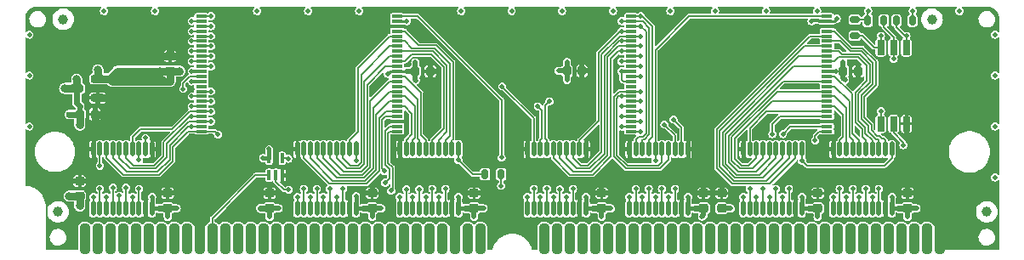
<source format=gtl>
G04 #@! TF.GenerationSoftware,KiCad,Pcbnew,7.0.10*
G04 #@! TF.CreationDate,2024-05-19T07:03:21-04:00*
G04 #@! TF.ProjectId,MacIIROMSIMM,4d616349-4952-44f4-9d53-494d4d2e6b69,1.0*
G04 #@! TF.SameCoordinates,Original*
G04 #@! TF.FileFunction,Copper,L1,Top*
G04 #@! TF.FilePolarity,Positive*
%FSLAX46Y46*%
G04 Gerber Fmt 4.6, Leading zero omitted, Abs format (unit mm)*
G04 Created by KiCad (PCBNEW 7.0.10) date 2024-05-19 07:03:21*
%MOMM*%
%LPD*%
G01*
G04 APERTURE LIST*
G04 Aperture macros list*
%AMRoundRect*
0 Rectangle with rounded corners*
0 $1 Rounding radius*
0 $2 $3 $4 $5 $6 $7 $8 $9 X,Y pos of 4 corners*
0 Add a 4 corners polygon primitive as box body*
4,1,4,$2,$3,$4,$5,$6,$7,$8,$9,$2,$3,0*
0 Add four circle primitives for the rounded corners*
1,1,$1+$1,$2,$3*
1,1,$1+$1,$4,$5*
1,1,$1+$1,$6,$7*
1,1,$1+$1,$8,$9*
0 Add four rect primitives between the rounded corners*
20,1,$1+$1,$2,$3,$4,$5,0*
20,1,$1+$1,$4,$5,$6,$7,0*
20,1,$1+$1,$6,$7,$8,$9,0*
20,1,$1+$1,$8,$9,$2,$3,0*%
G04 Aperture macros list end*
G04 #@! TA.AperFunction,SMDPad,CuDef*
%ADD10C,1.000000*%
G04 #@! TD*
G04 #@! TA.AperFunction,SMDPad,CuDef*
%ADD11RoundRect,0.212500X-0.212500X-0.262500X0.212500X-0.262500X0.212500X0.262500X-0.212500X0.262500X0*%
G04 #@! TD*
G04 #@! TA.AperFunction,SMDPad,CuDef*
%ADD12RoundRect,0.212500X0.262500X-0.212500X0.262500X0.212500X-0.262500X0.212500X-0.262500X-0.212500X0*%
G04 #@! TD*
G04 #@! TA.AperFunction,SMDPad,CuDef*
%ADD13RoundRect,0.112500X-0.112500X0.612500X-0.112500X-0.612500X0.112500X-0.612500X0.112500X0.612500X0*%
G04 #@! TD*
G04 #@! TA.AperFunction,ComponentPad*
%ADD14RoundRect,0.416560X-0.104140X-1.107440X0.104140X-1.107440X0.104140X1.107440X-0.104140X1.107440X0*%
G04 #@! TD*
G04 #@! TA.AperFunction,SMDPad,CuDef*
%ADD15RoundRect,0.075000X-0.475000X-0.075000X0.475000X-0.075000X0.475000X0.075000X-0.475000X0.075000X0*%
G04 #@! TD*
G04 #@! TA.AperFunction,SMDPad,CuDef*
%ADD16RoundRect,0.100000X0.100000X-0.400000X0.100000X0.400000X-0.100000X0.400000X-0.100000X-0.400000X0*%
G04 #@! TD*
G04 #@! TA.AperFunction,SMDPad,CuDef*
%ADD17RoundRect,0.175000X0.175000X0.300000X-0.175000X0.300000X-0.175000X-0.300000X0.175000X-0.300000X0*%
G04 #@! TD*
G04 #@! TA.AperFunction,SMDPad,CuDef*
%ADD18RoundRect,0.175000X0.300000X-0.175000X0.300000X0.175000X-0.300000X0.175000X-0.300000X-0.175000X0*%
G04 #@! TD*
G04 #@! TA.AperFunction,SMDPad,CuDef*
%ADD19RoundRect,0.200000X0.475000X0.200000X-0.475000X0.200000X-0.475000X-0.200000X0.475000X-0.200000X0*%
G04 #@! TD*
G04 #@! TA.AperFunction,SMDPad,CuDef*
%ADD20RoundRect,0.175000X-0.175000X-0.300000X0.175000X-0.300000X0.175000X0.300000X-0.175000X0.300000X0*%
G04 #@! TD*
G04 #@! TA.AperFunction,SMDPad,CuDef*
%ADD21RoundRect,0.190000X0.190000X-0.572000X0.190000X0.572000X-0.190000X0.572000X-0.190000X-0.572000X0*%
G04 #@! TD*
G04 #@! TA.AperFunction,ViaPad*
%ADD22C,0.800000*%
G04 #@! TD*
G04 #@! TA.AperFunction,ViaPad*
%ADD23C,0.600000*%
G04 #@! TD*
G04 #@! TA.AperFunction,ViaPad*
%ADD24C,0.500000*%
G04 #@! TD*
G04 #@! TA.AperFunction,Conductor*
%ADD25C,0.600000*%
G04 #@! TD*
G04 #@! TA.AperFunction,Conductor*
%ADD26C,0.800000*%
G04 #@! TD*
G04 #@! TA.AperFunction,Conductor*
%ADD27C,0.500000*%
G04 #@! TD*
G04 #@! TA.AperFunction,Conductor*
%ADD28C,0.150000*%
G04 #@! TD*
G04 #@! TA.AperFunction,Conductor*
%ADD29C,0.400000*%
G04 #@! TD*
G04 #@! TA.AperFunction,Conductor*
%ADD30C,0.300000*%
G04 #@! TD*
G04 #@! TA.AperFunction,Conductor*
%ADD31C,0.250000*%
G04 #@! TD*
G04 APERTURE END LIST*
D10*
X75438000Y-123444000D03*
D11*
X153600000Y-109450000D03*
X155100000Y-109450000D03*
D12*
X96500000Y-123100000D03*
X96500000Y-121600000D03*
X116850000Y-123100000D03*
X116850000Y-121600000D03*
X139700000Y-123100000D03*
X139700000Y-121600000D03*
X151050000Y-123100000D03*
X151050000Y-121600000D03*
X160000000Y-123100000D03*
X160000000Y-121600000D03*
D13*
X115300000Y-117200000D03*
X114650000Y-117200000D03*
X114000000Y-117200000D03*
X113350000Y-117200000D03*
X112700000Y-117200000D03*
X112050000Y-117200000D03*
X111400000Y-117200000D03*
X110750000Y-117200000D03*
X110100000Y-117200000D03*
X109450000Y-117200000D03*
X109450000Y-123100000D03*
X110100000Y-123100000D03*
X110750000Y-123100000D03*
X111400000Y-123100000D03*
X112050000Y-123100000D03*
X112700000Y-123100000D03*
X113350000Y-123100000D03*
X114000000Y-123100000D03*
X114650000Y-123100000D03*
X115300000Y-123100000D03*
X149500000Y-117200000D03*
X148850000Y-117200000D03*
X148200000Y-117200000D03*
X147550000Y-117200000D03*
X146900000Y-117200000D03*
X146250000Y-117200000D03*
X145600000Y-117200000D03*
X144950000Y-117200000D03*
X144300000Y-117200000D03*
X143650000Y-117200000D03*
X143650000Y-123100000D03*
X144300000Y-123100000D03*
X144950000Y-123100000D03*
X145600000Y-123100000D03*
X146250000Y-123100000D03*
X146900000Y-123100000D03*
X147550000Y-123100000D03*
X148200000Y-123100000D03*
X148850000Y-123100000D03*
X149500000Y-123100000D03*
D14*
X78105000Y-126111000D03*
X79375000Y-126111000D03*
X80645000Y-126111000D03*
X81915000Y-126111000D03*
X83185000Y-126111000D03*
X84455000Y-126111000D03*
X85725000Y-126111000D03*
X86995000Y-126111000D03*
X88265000Y-126111000D03*
X89535000Y-126111000D03*
X90805000Y-126111000D03*
X92075000Y-126111000D03*
X93345000Y-126111000D03*
X94615000Y-126111000D03*
X95885000Y-126111000D03*
X97155000Y-126111000D03*
X98425000Y-126111000D03*
X99695000Y-126111000D03*
X100965000Y-126111000D03*
X102235000Y-126111000D03*
X103505000Y-126111000D03*
X104775000Y-126111000D03*
X106045000Y-126111000D03*
X107315000Y-126111000D03*
X108585000Y-126111000D03*
X109855000Y-126111000D03*
X111125000Y-126111000D03*
X112395000Y-126111000D03*
X113665000Y-126111000D03*
X114935000Y-126111000D03*
X116205000Y-126111000D03*
X117475000Y-126111000D03*
X123825000Y-126111000D03*
X125095000Y-126111000D03*
X126365000Y-126111000D03*
X127635000Y-126111000D03*
X128905000Y-126111000D03*
X130175000Y-126111000D03*
X131445000Y-126111000D03*
X132715000Y-126111000D03*
X133985000Y-126111000D03*
X135255000Y-126111000D03*
X136525000Y-126111000D03*
X137795000Y-126111000D03*
X139065000Y-126111000D03*
X140335000Y-126111000D03*
X141605000Y-126111000D03*
X142875000Y-126111000D03*
X144145000Y-126111000D03*
X145415000Y-126111000D03*
X146685000Y-126111000D03*
X147955000Y-126111000D03*
X149225000Y-126111000D03*
X150495000Y-126111000D03*
X151765000Y-126111000D03*
X153035000Y-126111000D03*
X154305000Y-126111000D03*
X155575000Y-126111000D03*
X156845000Y-126111000D03*
X158115000Y-126111000D03*
X159385000Y-126111000D03*
X160655000Y-126111000D03*
X161925000Y-126111000D03*
X163195000Y-126111000D03*
D13*
X138150000Y-117200000D03*
X137500000Y-117200000D03*
X136850000Y-117200000D03*
X136200000Y-117200000D03*
X135550000Y-117200000D03*
X134900000Y-117200000D03*
X134250000Y-117200000D03*
X133600000Y-117200000D03*
X132950000Y-117200000D03*
X132300000Y-117200000D03*
X132300000Y-123100000D03*
X132950000Y-123100000D03*
X133600000Y-123100000D03*
X134250000Y-123100000D03*
X134900000Y-123100000D03*
X135550000Y-123100000D03*
X136200000Y-123100000D03*
X136850000Y-123100000D03*
X137500000Y-123100000D03*
X138150000Y-123100000D03*
X158450000Y-117200000D03*
X157800000Y-117200000D03*
X157150000Y-117200000D03*
X156500000Y-117200000D03*
X155850000Y-117200000D03*
X155200000Y-117200000D03*
X154550000Y-117200000D03*
X153900000Y-117200000D03*
X153250000Y-117200000D03*
X152600000Y-117200000D03*
X152600000Y-123100000D03*
X153250000Y-123100000D03*
X153900000Y-123100000D03*
X154550000Y-123100000D03*
X155200000Y-123100000D03*
X155850000Y-123100000D03*
X156500000Y-123100000D03*
X157150000Y-123100000D03*
X157800000Y-123100000D03*
X158450000Y-123100000D03*
D11*
X111000000Y-109450000D03*
X112500000Y-109450000D03*
D15*
X89700000Y-103950000D03*
X89700000Y-104450000D03*
X89700000Y-104950000D03*
X89700000Y-105450000D03*
X89700000Y-105950000D03*
X89700000Y-106450000D03*
X89700000Y-106950000D03*
X89700000Y-107450000D03*
X89700000Y-107950000D03*
X89700000Y-108450000D03*
X89700000Y-108950000D03*
X89700000Y-109450000D03*
X89700000Y-109950000D03*
X89700000Y-110450000D03*
X89700000Y-110950000D03*
X89700000Y-111450000D03*
X89700000Y-111950000D03*
X89700000Y-112450000D03*
X89700000Y-112950000D03*
X89700000Y-113450000D03*
X89700000Y-113950000D03*
X89700000Y-114450000D03*
X89700000Y-114950000D03*
X89700000Y-115450000D03*
X109200000Y-115450000D03*
X109200000Y-114950000D03*
X109200000Y-114450000D03*
X109200000Y-113950000D03*
X109200000Y-113450000D03*
X109200000Y-112950000D03*
X109200000Y-112450000D03*
X109200000Y-111950000D03*
X109200000Y-111450000D03*
X109200000Y-110950000D03*
X109200000Y-110450000D03*
X109200000Y-109950000D03*
X109200000Y-109450000D03*
X109200000Y-108950000D03*
X109200000Y-108450000D03*
X109200000Y-107950000D03*
X109200000Y-107450000D03*
X109200000Y-106950000D03*
X109200000Y-106450000D03*
X109200000Y-105950000D03*
X109200000Y-105450000D03*
X109200000Y-104950000D03*
X109200000Y-104450000D03*
X109200000Y-103950000D03*
D13*
X105100000Y-117200000D03*
X104450000Y-117200000D03*
X103800000Y-117200000D03*
X103150000Y-117200000D03*
X102500000Y-117200000D03*
X101850000Y-117200000D03*
X101200000Y-117200000D03*
X100550000Y-117200000D03*
X99900000Y-117200000D03*
X99250000Y-117200000D03*
X99250000Y-123100000D03*
X99900000Y-123100000D03*
X100550000Y-123100000D03*
X101200000Y-123100000D03*
X101850000Y-123100000D03*
X102500000Y-123100000D03*
X103150000Y-123100000D03*
X103800000Y-123100000D03*
X104450000Y-123100000D03*
X105100000Y-123100000D03*
D11*
X77600000Y-113750000D03*
X79100000Y-113750000D03*
D15*
X132490000Y-103950000D03*
X132490000Y-104450000D03*
X132490000Y-104950000D03*
X132490000Y-105450000D03*
X132490000Y-105950000D03*
X132490000Y-106450000D03*
X132490000Y-106950000D03*
X132490000Y-107450000D03*
X132490000Y-107950000D03*
X132490000Y-108450000D03*
X132490000Y-108950000D03*
X132490000Y-109450000D03*
X132490000Y-109950000D03*
X132490000Y-110450000D03*
X132490000Y-110950000D03*
X132490000Y-111450000D03*
X132490000Y-111950000D03*
X132490000Y-112450000D03*
X132490000Y-112950000D03*
X132490000Y-113450000D03*
X132490000Y-113950000D03*
X132490000Y-114450000D03*
X132490000Y-114950000D03*
X132490000Y-115450000D03*
X151990000Y-115450000D03*
X151990000Y-114950000D03*
X151990000Y-114450000D03*
X151990000Y-113950000D03*
X151990000Y-113450000D03*
X151990000Y-112950000D03*
X151990000Y-112450000D03*
X151990000Y-111950000D03*
X151990000Y-111450000D03*
X151990000Y-110950000D03*
X151990000Y-110450000D03*
X151990000Y-109950000D03*
X151990000Y-109450000D03*
X151990000Y-108950000D03*
X151990000Y-108450000D03*
X151990000Y-107950000D03*
X151990000Y-107450000D03*
X151990000Y-106950000D03*
X151990000Y-106450000D03*
X151990000Y-105950000D03*
X151990000Y-105450000D03*
X151990000Y-104950000D03*
X151990000Y-104450000D03*
X151990000Y-103950000D03*
D12*
X86350000Y-123100000D03*
X86350000Y-121600000D03*
D13*
X84800000Y-117200000D03*
X84150000Y-117200000D03*
X83500000Y-117200000D03*
X82850000Y-117200000D03*
X82200000Y-117200000D03*
X81550000Y-117200000D03*
X80900000Y-117200000D03*
X80250000Y-117200000D03*
X79600000Y-117200000D03*
X78950000Y-117200000D03*
X78950000Y-123100000D03*
X79600000Y-123100000D03*
X80250000Y-123100000D03*
X80900000Y-123100000D03*
X81550000Y-123100000D03*
X82200000Y-123100000D03*
X82850000Y-123100000D03*
X83500000Y-123100000D03*
X84150000Y-123100000D03*
X84800000Y-123100000D03*
D12*
X106713500Y-123100000D03*
X106713500Y-121600000D03*
D13*
X128000000Y-117200000D03*
X127350000Y-117200000D03*
X126700000Y-117200000D03*
X126050000Y-117200000D03*
X125400000Y-117200000D03*
X124750000Y-117200000D03*
X124100000Y-117200000D03*
X123450000Y-117200000D03*
X122800000Y-117200000D03*
X122150000Y-117200000D03*
X122150000Y-123100000D03*
X122800000Y-123100000D03*
X123450000Y-123100000D03*
X124100000Y-123100000D03*
X124750000Y-123100000D03*
X125400000Y-123100000D03*
X126050000Y-123100000D03*
X126700000Y-123100000D03*
X127350000Y-123100000D03*
X128000000Y-123100000D03*
D12*
X129550000Y-123100000D03*
X129550000Y-121600000D03*
X141500000Y-123100000D03*
X141500000Y-121600000D03*
X86600000Y-109450000D03*
X86600000Y-107950000D03*
D10*
X167894000Y-123444000D03*
X162433000Y-104267000D03*
X75946000Y-104267000D03*
D11*
X126100000Y-109400000D03*
X127600000Y-109400000D03*
D12*
X77600000Y-121873000D03*
X77600000Y-120373000D03*
D16*
X96450000Y-119800000D03*
X97100000Y-119800000D03*
X97750000Y-119800000D03*
X97750000Y-118100000D03*
X96450000Y-118100000D03*
D17*
X157650000Y-104400000D03*
X156050000Y-104400000D03*
D18*
X154750000Y-105900000D03*
X154750000Y-104300000D03*
D17*
X119550000Y-119700000D03*
X117950000Y-119700000D03*
D19*
X79400000Y-112100000D03*
X79400000Y-110200000D03*
X77300000Y-111150000D03*
D20*
X158900000Y-104400000D03*
X160500000Y-104400000D03*
D21*
X157353000Y-114681000D03*
X158623000Y-114681000D03*
X159893000Y-114681000D03*
X159893000Y-107061000D03*
X158623000Y-107061000D03*
X157353000Y-107061000D03*
D22*
X76100000Y-111150000D03*
X77300000Y-110250000D03*
X77600000Y-114800000D03*
D23*
X76550000Y-113750000D03*
D24*
X142400000Y-123100000D03*
X77600000Y-112900000D03*
D22*
X77600000Y-122873000D03*
X76550000Y-121873000D03*
D24*
X99250000Y-121950000D03*
X99900000Y-121150000D03*
X122150000Y-121950000D03*
X100550000Y-121950000D03*
X101200000Y-121150000D03*
X77470000Y-103441500D03*
X72580500Y-107315000D03*
X72580500Y-112395000D03*
X72580500Y-117475000D03*
X72580500Y-120459500D03*
X168719500Y-107315000D03*
X168719500Y-112395000D03*
X168719500Y-117475000D03*
X168719500Y-122301000D03*
X120650000Y-125095000D03*
X118745000Y-125730000D03*
X122555000Y-125730000D03*
X74930000Y-114935000D03*
X166370000Y-120015000D03*
X76581000Y-120396000D03*
X110750000Y-120490000D03*
X155000000Y-115400000D03*
X143383000Y-103441500D03*
X138303000Y-103441500D03*
X134620000Y-103441500D03*
X82550000Y-103441500D03*
X87630000Y-103441500D03*
X97790000Y-103441500D03*
X92710000Y-103441500D03*
X102870000Y-103441500D03*
X118110000Y-103441500D03*
X113030000Y-103441500D03*
X123126500Y-103441500D03*
X115250000Y-108650000D03*
X115250000Y-110350000D03*
X107550000Y-110350000D03*
X92400000Y-108450000D03*
X94100000Y-110550000D03*
X116450000Y-108450000D03*
X127600000Y-108500000D03*
X127600000Y-110300000D03*
X120100000Y-116250000D03*
X119100000Y-116250000D03*
X135100000Y-106400000D03*
X150500000Y-106450000D03*
X135400000Y-107500000D03*
X104800000Y-110350000D03*
X86600000Y-114700000D03*
X86200000Y-119750000D03*
X140200000Y-118900000D03*
X119150000Y-123250000D03*
X120850000Y-121200000D03*
X161290000Y-120015000D03*
X163703000Y-117475000D03*
X163830000Y-122555000D03*
X135875000Y-115900000D03*
X116400000Y-116250000D03*
X90650000Y-110200000D03*
X78950000Y-118350000D03*
X84000000Y-121950000D03*
X85450000Y-121450000D03*
X84800000Y-118350000D03*
X122150000Y-118350000D03*
X128000000Y-118350000D03*
X130950000Y-110950000D03*
X130400000Y-118800000D03*
X107315000Y-103441500D03*
X163703000Y-103441500D03*
X158623000Y-103441500D03*
X153543000Y-103441500D03*
X148463000Y-103441500D03*
X125200000Y-108500000D03*
X125200000Y-110300000D03*
X108250000Y-114450000D03*
X128143000Y-103441500D03*
X153100000Y-106950000D03*
X138450000Y-104450000D03*
X149850000Y-116050000D03*
X149000000Y-119550000D03*
X121400000Y-116250000D03*
X116700000Y-118150000D03*
X151100000Y-117400000D03*
X136250000Y-109450000D03*
X147700000Y-107550000D03*
X148400000Y-105950000D03*
X94100000Y-117700000D03*
X90900000Y-121550000D03*
X91900000Y-119650000D03*
X143650000Y-116050000D03*
X150150000Y-121450000D03*
X130450000Y-121600000D03*
X112500000Y-108550000D03*
D22*
X79100000Y-114800000D03*
D24*
X79250000Y-112900000D03*
X98450000Y-120100000D03*
X95600000Y-121600000D03*
X152600000Y-118350000D03*
X157650000Y-121950000D03*
X87250000Y-121600000D03*
X115950000Y-121450000D03*
X98350000Y-117150000D03*
X96500000Y-120750000D03*
X160900000Y-121600000D03*
X155100000Y-110350000D03*
X109450000Y-118350000D03*
X159893000Y-115824000D03*
X113350000Y-109450000D03*
X148050000Y-110950000D03*
X104300000Y-121950000D03*
X139700000Y-120750000D03*
X141500000Y-120750000D03*
X128450000Y-109400000D03*
D22*
X80100000Y-113750000D03*
D24*
X78550000Y-120373000D03*
X152800000Y-116050000D03*
X78950000Y-116050000D03*
X154950000Y-108600000D03*
X160000000Y-120750000D03*
X151050000Y-105000000D03*
X143650000Y-118350000D03*
X110950000Y-104650000D03*
X166624000Y-103441500D03*
X129550000Y-120750000D03*
X108250000Y-104950000D03*
X99350000Y-118350000D03*
X97400000Y-121450000D03*
X127200000Y-121950000D03*
X110150000Y-114450000D03*
X114500000Y-121950000D03*
X137350000Y-121950000D03*
X132300000Y-118350000D03*
X138150000Y-118350000D03*
X148700000Y-121950000D03*
X106750000Y-120750000D03*
X105813500Y-121500000D03*
X117750000Y-121600000D03*
X86350000Y-120750000D03*
X152950000Y-105000000D03*
D22*
X87650000Y-107950000D03*
D24*
X135600000Y-111050000D03*
X140600000Y-121600000D03*
D22*
X85550000Y-107950000D03*
D24*
X159100000Y-121450000D03*
X138800000Y-121450000D03*
D22*
X86600000Y-106950000D03*
X80600000Y-112100000D03*
D24*
X152950000Y-114450000D03*
X112500000Y-110350000D03*
X128650000Y-121450000D03*
X101850000Y-121950000D03*
X102500000Y-121150000D03*
X103150000Y-121950000D03*
X124750000Y-121950000D03*
X103800000Y-121150000D03*
X78950000Y-121950000D03*
X79600000Y-121150000D03*
X80250000Y-121950000D03*
X80900000Y-121050000D03*
X81550000Y-121850000D03*
X82200000Y-121050000D03*
X82850000Y-121950000D03*
X98400000Y-121250000D03*
X83500000Y-121150000D03*
X109450000Y-121950000D03*
X110100000Y-121210000D03*
X110750000Y-121950000D03*
X111400000Y-121210000D03*
X112050000Y-121950000D03*
X112700000Y-121150000D03*
X113350000Y-121950000D03*
X114000000Y-121150000D03*
X122800000Y-121150000D03*
X123450000Y-121950000D03*
X124100000Y-121150000D03*
X125400000Y-121200000D03*
X126050000Y-121950000D03*
X126700000Y-121150000D03*
X132300000Y-121950000D03*
X132950000Y-121150000D03*
X133600000Y-121950000D03*
X134250000Y-121150000D03*
X134900000Y-121950000D03*
X135550000Y-121150000D03*
X136200000Y-121950000D03*
X136850000Y-121150000D03*
X143650000Y-121950000D03*
X144300000Y-121150000D03*
X144950000Y-121950000D03*
X145600000Y-121150000D03*
X146250000Y-121950000D03*
X146900000Y-121150000D03*
X147550000Y-121950000D03*
X148200000Y-121150000D03*
X152600000Y-121950000D03*
X153250000Y-121150000D03*
X153900000Y-121950000D03*
X154550000Y-121150000D03*
X155200000Y-121950000D03*
X155850000Y-121150000D03*
X156500000Y-121950000D03*
X157150000Y-121150000D03*
X84800000Y-121950000D03*
X85450000Y-123100000D03*
X86350000Y-123950000D03*
X87250000Y-123100000D03*
X128000000Y-121950000D03*
X128650000Y-123100000D03*
X129550000Y-123950000D03*
X125250000Y-109400000D03*
X120586500Y-103441500D03*
X125603000Y-103441500D03*
X115570000Y-103441500D03*
X140843000Y-103441500D03*
X151003000Y-103441500D03*
X156083000Y-103441500D03*
X145923000Y-103441500D03*
X136398000Y-103441500D03*
X168719500Y-109855000D03*
X168719500Y-114935000D03*
X168719500Y-120015000D03*
X72580500Y-109855000D03*
X72580500Y-114935000D03*
X85090000Y-103441500D03*
X80010000Y-103441500D03*
X100330000Y-103441500D03*
X105410000Y-103441500D03*
X95250000Y-103441500D03*
X130683000Y-103441500D03*
X160528000Y-103441500D03*
X72580500Y-105791000D03*
X168719500Y-105791000D03*
X153785882Y-110314118D03*
X108250000Y-109700000D03*
X96500000Y-123950000D03*
D22*
X85600000Y-109450000D03*
D24*
X150450000Y-104450000D03*
X152850000Y-109450000D03*
X159100000Y-123100000D03*
D22*
X87550000Y-109450000D03*
D24*
X115950000Y-123100000D03*
X151050000Y-123950000D03*
X139550000Y-123925000D03*
X88750000Y-109450000D03*
X111050000Y-110350000D03*
X149500000Y-121950000D03*
X117800000Y-123100000D03*
D22*
X79400000Y-109300000D03*
D24*
X152950000Y-104200000D03*
X138800000Y-123100000D03*
X116850000Y-123950000D03*
X138150000Y-121950000D03*
X110150000Y-109450000D03*
X131550000Y-109450000D03*
X126100000Y-108500000D03*
X110150000Y-104450000D03*
X130450000Y-123100000D03*
X115300000Y-121950000D03*
X160000000Y-123950000D03*
X105100000Y-121900000D03*
X106713500Y-123950000D03*
X97400000Y-123100000D03*
X96450000Y-117200000D03*
X95850000Y-118100000D03*
X126100000Y-110300000D03*
X95600000Y-123100000D03*
X88750000Y-110450000D03*
X153600000Y-108550000D03*
X165163500Y-103441500D03*
X111000000Y-108550000D03*
D22*
X86600000Y-110450000D03*
D24*
X105813500Y-123100000D03*
D22*
X80600000Y-110200000D03*
D24*
X160900000Y-123100000D03*
X107613500Y-123100000D03*
X150150000Y-123100000D03*
X158450000Y-121950000D03*
X90650000Y-113450000D03*
X133450000Y-113450000D03*
X88750000Y-113950000D03*
X131550000Y-113950000D03*
X90650000Y-114450000D03*
X133450000Y-114450000D03*
X88750000Y-114950000D03*
X131550000Y-114950000D03*
X133450000Y-115450000D03*
X91350000Y-115750000D03*
X108600000Y-121350000D03*
X150800000Y-116350000D03*
X79600000Y-118850000D03*
X108000000Y-120550000D03*
X147600000Y-115700000D03*
X83500000Y-118300000D03*
X84150000Y-116100000D03*
X146550000Y-115700000D03*
X107950000Y-119400000D03*
X119650000Y-110950000D03*
X90650000Y-108950000D03*
X133450000Y-108950000D03*
X123200000Y-112950000D03*
X131550000Y-112950000D03*
X88750000Y-112950000D03*
X90650000Y-112450000D03*
X124350000Y-112450000D03*
X133450000Y-112450000D03*
X90650000Y-103950000D03*
X133450000Y-103950000D03*
X88750000Y-104450000D03*
X131550000Y-104450000D03*
X90650000Y-104950000D03*
X133450000Y-104950000D03*
X88750000Y-105450000D03*
X131550000Y-105450000D03*
X90650000Y-105950000D03*
X133450000Y-105950000D03*
X88750000Y-106450000D03*
X131550000Y-106450000D03*
X90650000Y-106950000D03*
X133450000Y-106950000D03*
X88750000Y-107450000D03*
X131550000Y-107450000D03*
X134900000Y-118350000D03*
X119600000Y-118050000D03*
X88750000Y-111950000D03*
X131550000Y-111950000D03*
X90650000Y-111450000D03*
X133450000Y-111450000D03*
X157353000Y-113411000D03*
X135800000Y-114750000D03*
X159600000Y-116800000D03*
X136700000Y-114250000D03*
X133450000Y-109950000D03*
X159893000Y-105918000D03*
X87900000Y-111200000D03*
X105100000Y-118350000D03*
X98350000Y-118150000D03*
X115300000Y-118300000D03*
X149500000Y-118350000D03*
X119550000Y-120850000D03*
X88750000Y-108450000D03*
X131550000Y-108450000D03*
X158623000Y-108204000D03*
X90650000Y-107950000D03*
X133450000Y-107950000D03*
X157353000Y-105918000D03*
D25*
X77300000Y-111150000D02*
X77300000Y-112600000D01*
D26*
X77600000Y-121873000D02*
X76550000Y-121873000D01*
D25*
X77600000Y-113750000D02*
X76550000Y-113750000D01*
D26*
X77600000Y-113750000D02*
X77600000Y-114800000D01*
X77600000Y-121873000D02*
X77600000Y-122873000D01*
D25*
X77300000Y-112600000D02*
X77600000Y-112900000D01*
D27*
X77600000Y-113750000D02*
X77600000Y-112900000D01*
D26*
X77300000Y-111150000D02*
X77300000Y-110250000D01*
D27*
X141500000Y-123100000D02*
X142400000Y-123100000D01*
D26*
X77300000Y-111150000D02*
X76100000Y-111150000D01*
D28*
X99250000Y-123100000D02*
X99250000Y-121950000D01*
X99900000Y-123100000D02*
X99900000Y-121150000D01*
X122150000Y-121950000D02*
X122150000Y-123100000D01*
X100550000Y-123100000D02*
X100550000Y-121950000D01*
X101200000Y-123100000D02*
X101200000Y-121150000D01*
D29*
X78950000Y-117200000D02*
X78950000Y-118350000D01*
X84800000Y-117200000D02*
X84800000Y-118350000D01*
X122150000Y-117200000D02*
X122150000Y-118350000D01*
X128000000Y-117200000D02*
X128000000Y-118350000D01*
X104450000Y-123100000D02*
X104450000Y-124000000D01*
D27*
X128800000Y-121600000D02*
X128650000Y-121450000D01*
D30*
X152900000Y-104950000D02*
X152950000Y-105000000D01*
D29*
X148850000Y-123100000D02*
X148850000Y-122100000D01*
D31*
X151100000Y-104950000D02*
X151990000Y-104950000D01*
D29*
X152600000Y-117200000D02*
X152600000Y-116250000D01*
D27*
X97250000Y-121600000D02*
X97400000Y-121450000D01*
D29*
X132300000Y-117200000D02*
X132300000Y-118350000D01*
X109450000Y-117200000D02*
X109450000Y-116300000D01*
D27*
X141500000Y-121600000D02*
X141500000Y-120750000D01*
D29*
X127350000Y-123100000D02*
X127350000Y-122100000D01*
D30*
X109200000Y-114450000D02*
X108250000Y-114450000D01*
D29*
X143650000Y-116050000D02*
X143650000Y-117200000D01*
X157800000Y-123100000D02*
X157800000Y-122100000D01*
D27*
X112500000Y-109450000D02*
X113350000Y-109450000D01*
X115950000Y-121450000D02*
X116100000Y-121600000D01*
D29*
X148850000Y-122100000D02*
X148700000Y-121950000D01*
X157800000Y-123100000D02*
X157800000Y-124000000D01*
D27*
X155100000Y-109450000D02*
X155100000Y-108750000D01*
D29*
X99250000Y-118250000D02*
X99250000Y-117200000D01*
D30*
X109200000Y-114450000D02*
X110150000Y-114450000D01*
D27*
X129550000Y-121600000D02*
X128800000Y-121600000D01*
D29*
X157800000Y-122100000D02*
X157650000Y-121950000D01*
D27*
X139700000Y-121600000D02*
X139700000Y-120750000D01*
D29*
X138150000Y-117200000D02*
X138150000Y-118350000D01*
D27*
X79100000Y-113050000D02*
X79250000Y-112900000D01*
D26*
X86600000Y-107950000D02*
X85550000Y-107950000D01*
D27*
X127600000Y-109400000D02*
X127600000Y-108500000D01*
D29*
X97750000Y-119800000D02*
X98150000Y-119800000D01*
D27*
X86350000Y-121600000D02*
X87250000Y-121600000D01*
D29*
X152600000Y-117200000D02*
X152600000Y-118350000D01*
X128000000Y-117200000D02*
X128000000Y-116300000D01*
X109450000Y-117200000D02*
X109050000Y-117200000D01*
X138150000Y-117200000D02*
X138150000Y-116300000D01*
D27*
X155100000Y-108750000D02*
X154950000Y-108600000D01*
D29*
X104450000Y-123100000D02*
X104450000Y-122100000D01*
D27*
X96500000Y-121600000D02*
X95600000Y-121600000D01*
D29*
X152600000Y-117200000D02*
X152200000Y-117200000D01*
X137500000Y-123100000D02*
X137500000Y-124000000D01*
X137500000Y-122100000D02*
X137350000Y-121950000D01*
X128000000Y-117200000D02*
X128400000Y-117200000D01*
D27*
X106713500Y-121600000D02*
X105913500Y-121600000D01*
X139700000Y-121600000D02*
X140600000Y-121600000D01*
D29*
X84800000Y-117200000D02*
X85200000Y-117200000D01*
X148850000Y-123100000D02*
X148850000Y-124000000D01*
X78950000Y-117200000D02*
X78950000Y-116050000D01*
D27*
X138950000Y-121600000D02*
X138800000Y-121450000D01*
D29*
X132300000Y-117200000D02*
X131900000Y-117200000D01*
D27*
X150300000Y-121600000D02*
X150150000Y-121450000D01*
D29*
X99250000Y-117200000D02*
X99200000Y-117150000D01*
D27*
X116850000Y-121600000D02*
X117750000Y-121600000D01*
D29*
X114650000Y-123100000D02*
X114650000Y-122100000D01*
D27*
X77600000Y-120373000D02*
X78550000Y-120373000D01*
X76604000Y-120373000D02*
X76581000Y-120396000D01*
D29*
X98150000Y-119800000D02*
X98450000Y-120100000D01*
X143650000Y-117200000D02*
X143650000Y-118350000D01*
X99350000Y-118350000D02*
X99250000Y-118250000D01*
D27*
X127600000Y-109400000D02*
X127600000Y-110300000D01*
X96500000Y-121600000D02*
X97250000Y-121600000D01*
X96500000Y-121600000D02*
X96500000Y-120750000D01*
X139700000Y-121600000D02*
X138950000Y-121600000D01*
D29*
X84150000Y-123100000D02*
X84150000Y-124000000D01*
D27*
X112500000Y-109450000D02*
X112500000Y-110350000D01*
D29*
X143650000Y-117200000D02*
X143250000Y-117200000D01*
D27*
X106713500Y-120786500D02*
X106750000Y-120750000D01*
X127600000Y-109400000D02*
X128450000Y-109400000D01*
D29*
X114650000Y-122100000D02*
X114500000Y-121950000D01*
D27*
X159250000Y-121600000D02*
X159100000Y-121450000D01*
D26*
X79100000Y-113750000D02*
X80100000Y-113750000D01*
D27*
X105913500Y-121600000D02*
X105813500Y-121500000D01*
D26*
X86600000Y-107950000D02*
X87650000Y-107950000D01*
X86600000Y-107950000D02*
X86600000Y-106950000D01*
D29*
X138150000Y-117200000D02*
X138550000Y-117200000D01*
D26*
X79400000Y-112100000D02*
X80600000Y-112100000D01*
D27*
X79400000Y-112100000D02*
X79400000Y-112750000D01*
X85600000Y-121600000D02*
X85450000Y-121450000D01*
X151050000Y-121600000D02*
X150300000Y-121600000D01*
X160000000Y-121600000D02*
X160000000Y-120750000D01*
X160000000Y-121600000D02*
X160900000Y-121600000D01*
X112500000Y-109450000D02*
X112500000Y-108550000D01*
D29*
X99200000Y-117150000D02*
X98350000Y-117150000D01*
D30*
X151990000Y-104950000D02*
X152900000Y-104950000D01*
D29*
X122150000Y-117200000D02*
X121750000Y-117200000D01*
D30*
X109200000Y-104950000D02*
X108250000Y-104950000D01*
D27*
X159893000Y-114681000D02*
X159893000Y-115824000D01*
D31*
X151050000Y-105000000D02*
X151100000Y-104950000D01*
D27*
X141500000Y-121600000D02*
X140600000Y-121600000D01*
D29*
X109450000Y-117200000D02*
X109450000Y-118350000D01*
D27*
X86350000Y-121600000D02*
X85600000Y-121600000D01*
D29*
X132300000Y-117200000D02*
X132300000Y-116300000D01*
D28*
X151990000Y-114450000D02*
X152950000Y-114450000D01*
D27*
X160000000Y-121600000D02*
X159250000Y-121600000D01*
X79400000Y-112750000D02*
X79250000Y-112900000D01*
X155100000Y-109450000D02*
X155100000Y-110350000D01*
D29*
X78950000Y-117200000D02*
X78550000Y-117200000D01*
X114650000Y-123100000D02*
X114650000Y-124000000D01*
X137500000Y-123100000D02*
X137500000Y-122100000D01*
D27*
X79100000Y-113750000D02*
X79100000Y-113050000D01*
D29*
X84150000Y-123100000D02*
X84150000Y-122100000D01*
X127350000Y-122100000D02*
X127200000Y-121950000D01*
D27*
X106713500Y-121600000D02*
X106713500Y-120786500D01*
D29*
X104450000Y-122100000D02*
X104300000Y-121950000D01*
D26*
X79100000Y-113750000D02*
X79100000Y-114800000D01*
D29*
X122150000Y-117200000D02*
X122150000Y-116300000D01*
D27*
X77600000Y-120373000D02*
X76604000Y-120373000D01*
X116100000Y-121600000D02*
X116850000Y-121600000D01*
D29*
X152600000Y-116250000D02*
X152800000Y-116050000D01*
D27*
X86350000Y-121600000D02*
X86350000Y-120750000D01*
X129550000Y-121600000D02*
X129550000Y-120750000D01*
D29*
X84150000Y-122100000D02*
X84000000Y-121950000D01*
X127350000Y-123100000D02*
X127350000Y-124000000D01*
D27*
X129550000Y-121600000D02*
X130450000Y-121600000D01*
D28*
X101850000Y-123100000D02*
X101850000Y-121950000D01*
X102500000Y-123100000D02*
X102500000Y-121150000D01*
X103150000Y-123100000D02*
X103150000Y-121950000D01*
X124750000Y-123100000D02*
X124750000Y-121950000D01*
X103800000Y-123100000D02*
X103800000Y-121150000D01*
X78950000Y-123100000D02*
X78950000Y-121950000D01*
X79600000Y-123100000D02*
X79600000Y-121150000D01*
X80250000Y-123100000D02*
X80250000Y-121950000D01*
X80900000Y-123100000D02*
X80900000Y-121050000D01*
X81550000Y-123100000D02*
X81550000Y-121850000D01*
X82200000Y-123100000D02*
X82200000Y-121050000D01*
X82850000Y-123100000D02*
X82850000Y-121950000D01*
X96450000Y-119800000D02*
X95084000Y-119800000D01*
X95084000Y-119800000D02*
X90805000Y-124079000D01*
X90805000Y-124079000D02*
X90805000Y-125095000D01*
X83500000Y-123100000D02*
X83500000Y-121150000D01*
X98400000Y-121250000D02*
X97900000Y-121250000D01*
X97900000Y-121250000D02*
X97100000Y-120450000D01*
X97100000Y-120450000D02*
X97100000Y-119800000D01*
X109450000Y-123100000D02*
X109450000Y-121950000D01*
X110100000Y-123100000D02*
X110100000Y-121210000D01*
X110750000Y-123100000D02*
X110750000Y-121950000D01*
X111400000Y-123100000D02*
X111400000Y-121210000D01*
X112050000Y-123100000D02*
X112050000Y-121950000D01*
X112700000Y-123100000D02*
X112700000Y-121150000D01*
X113350000Y-123100000D02*
X113350000Y-121950000D01*
X114000000Y-123100000D02*
X114000000Y-121150000D01*
X122800000Y-123100000D02*
X122800000Y-121150000D01*
X123450000Y-121950000D02*
X123450000Y-123100000D01*
X124100000Y-123100000D02*
X124100000Y-121150000D01*
X125400000Y-123100000D02*
X125400000Y-121200000D01*
X126050000Y-123100000D02*
X126050000Y-121950000D01*
X126700000Y-123100000D02*
X126700000Y-121150000D01*
X132300000Y-123100000D02*
X132300000Y-121950000D01*
X132950000Y-123100000D02*
X132950000Y-121150000D01*
X133600000Y-123100000D02*
X133600000Y-121950000D01*
X134250000Y-123100000D02*
X134250000Y-121150000D01*
X134900000Y-123100000D02*
X134900000Y-121950000D01*
X135550000Y-123100000D02*
X135550000Y-121150000D01*
X136200000Y-123100000D02*
X136200000Y-121950000D01*
X136850000Y-123100000D02*
X136850000Y-121150000D01*
X143650000Y-123100000D02*
X143650000Y-121950000D01*
X144300000Y-123100000D02*
X144300000Y-121150000D01*
X144950000Y-123100000D02*
X144950000Y-121950000D01*
X145600000Y-123100000D02*
X145600000Y-121150000D01*
X146250000Y-123100000D02*
X146250000Y-121950000D01*
X146900000Y-123100000D02*
X146900000Y-121150000D01*
X147550000Y-123100000D02*
X147550000Y-121950000D01*
X148200000Y-123100000D02*
X148200000Y-121150000D01*
X152600000Y-123100000D02*
X152600000Y-121950000D01*
X153250000Y-123100000D02*
X153250000Y-121150000D01*
X153900000Y-123100000D02*
X153900000Y-121950000D01*
X154550000Y-123100000D02*
X154550000Y-121150000D01*
X155200000Y-123100000D02*
X155200000Y-121950000D01*
X155850000Y-123100000D02*
X155850000Y-121150000D01*
X156500000Y-123100000D02*
X156500000Y-121950000D01*
X157150000Y-123100000D02*
X157150000Y-121150000D01*
D29*
X84800000Y-123100000D02*
X85450000Y-123100000D01*
D25*
X85450000Y-123100000D02*
X86350000Y-123100000D01*
D27*
X86350000Y-123100000D02*
X86350000Y-123950000D01*
X86350000Y-123100000D02*
X87250000Y-123100000D01*
D29*
X128000000Y-123100000D02*
X128000000Y-121950000D01*
X128000000Y-123100000D02*
X128650000Y-123100000D01*
D27*
X129550000Y-123100000D02*
X129550000Y-123950000D01*
D25*
X129550000Y-123100000D02*
X128650000Y-123100000D01*
D29*
X115300000Y-123100000D02*
X115950000Y-123100000D01*
D26*
X86600000Y-109450000D02*
X85600000Y-109450000D01*
D30*
X150500000Y-104400000D02*
X150450000Y-104450000D01*
D29*
X105100000Y-123100000D02*
X105813500Y-123100000D01*
D31*
X109200000Y-104450000D02*
X110150000Y-104450000D01*
D29*
X138150000Y-123100000D02*
X138800000Y-123100000D01*
D27*
X116850000Y-123100000D02*
X117800000Y-123100000D01*
D29*
X96450000Y-118100000D02*
X96450000Y-117200000D01*
D28*
X131700000Y-110450000D02*
X131550000Y-110300000D01*
D30*
X132490000Y-109450000D02*
X131550000Y-109450000D01*
D31*
X108500000Y-109450000D02*
X108250000Y-109700000D01*
D27*
X153600000Y-109450000D02*
X153600000Y-110128236D01*
D26*
X79400000Y-110200000D02*
X79400000Y-109300000D01*
D28*
X160500000Y-104400000D02*
X160500000Y-103469500D01*
D26*
X86600000Y-109450000D02*
X87550000Y-109450000D01*
D29*
X149500000Y-123100000D02*
X150150000Y-123100000D01*
D27*
X126100000Y-109400000D02*
X126100000Y-108500000D01*
D28*
X156050000Y-104400000D02*
X156050000Y-103474500D01*
D27*
X111000000Y-109450000D02*
X110150000Y-109450000D01*
D26*
X80600000Y-110200000D02*
X81350000Y-109450000D01*
D27*
X96500000Y-123100000D02*
X97400000Y-123100000D01*
D31*
X151990000Y-104450000D02*
X152700000Y-104450000D01*
D27*
X96500000Y-123100000D02*
X96500000Y-123950000D01*
D25*
X106713500Y-123100000D02*
X105813500Y-123100000D01*
D29*
X149500000Y-123100000D02*
X149500000Y-121950000D01*
D27*
X106713500Y-123100000D02*
X107613500Y-123100000D01*
D26*
X85750000Y-110200000D02*
X86000000Y-110450000D01*
D28*
X132490000Y-110450000D02*
X131700000Y-110450000D01*
D25*
X138800000Y-123100000D02*
X139700000Y-123100000D01*
X151050000Y-123100000D02*
X150150000Y-123100000D01*
D31*
X109200000Y-109450000D02*
X110150000Y-109450000D01*
D27*
X129550000Y-123100000D02*
X130450000Y-123100000D01*
X153600000Y-110128236D02*
X153785882Y-110314118D01*
X126100000Y-109400000D02*
X125250000Y-109400000D01*
D28*
X131550000Y-110300000D02*
X131550000Y-109450000D01*
D27*
X106713500Y-123100000D02*
X106713500Y-123950000D01*
X111000000Y-109450000D02*
X111000000Y-110300000D01*
X139700000Y-123775000D02*
X139700000Y-123100000D01*
D30*
X151100000Y-104400000D02*
X150500000Y-104400000D01*
X89700000Y-109450000D02*
X88750000Y-109450000D01*
D26*
X80600000Y-110200000D02*
X80850000Y-110450000D01*
D27*
X139550000Y-123925000D02*
X139700000Y-123775000D01*
D29*
X115300000Y-123100000D02*
X115300000Y-121950000D01*
X158450000Y-123100000D02*
X158450000Y-121950000D01*
D31*
X152700000Y-104450000D02*
X152950000Y-104200000D01*
D29*
X138150000Y-123100000D02*
X138150000Y-121950000D01*
D27*
X111000000Y-110300000D02*
X111050000Y-110350000D01*
D30*
X151150000Y-104450000D02*
X151100000Y-104400000D01*
D28*
X160500000Y-103469500D02*
X160528000Y-103441500D01*
D27*
X116850000Y-123950000D02*
X116850000Y-123100000D01*
D31*
X109200000Y-109450000D02*
X108500000Y-109450000D01*
D29*
X105100000Y-123100000D02*
X105100000Y-121900000D01*
D27*
X160000000Y-123100000D02*
X160900000Y-123100000D01*
D28*
X155950000Y-104300000D02*
X156050000Y-104400000D01*
D27*
X153600000Y-109450000D02*
X153600000Y-108550000D01*
D28*
X154750000Y-104300000D02*
X155950000Y-104300000D01*
D25*
X95600000Y-123100000D02*
X96500000Y-123100000D01*
D26*
X80600000Y-110200000D02*
X85750000Y-110200000D01*
D30*
X151990000Y-104450000D02*
X151150000Y-104450000D01*
D29*
X158450000Y-123100000D02*
X159100000Y-123100000D01*
D27*
X126100000Y-109400000D02*
X126100000Y-110300000D01*
D25*
X115950000Y-123100000D02*
X116850000Y-123100000D01*
D30*
X151990000Y-109450000D02*
X152850000Y-109450000D01*
X89700000Y-110450000D02*
X88750000Y-110450000D01*
D27*
X151050000Y-123100000D02*
X151050000Y-123950000D01*
X111000000Y-109450000D02*
X111000000Y-108550000D01*
X160000000Y-123100000D02*
X160000000Y-123950000D01*
D25*
X160000000Y-123100000D02*
X159100000Y-123100000D01*
D29*
X95850000Y-118100000D02*
X96450000Y-118100000D01*
D26*
X86600000Y-109450000D02*
X86600000Y-110450000D01*
D29*
X84800000Y-123100000D02*
X84800000Y-121950000D01*
D28*
X156050000Y-103474500D02*
X156083000Y-103441500D01*
D26*
X79400000Y-110200000D02*
X80600000Y-110200000D01*
X80850000Y-110450000D02*
X86600000Y-110450000D01*
X85600000Y-109450000D02*
X81350000Y-109450000D01*
D28*
X105300000Y-115450000D02*
X105300000Y-109100000D01*
X104450000Y-117200000D02*
X104450000Y-116300000D01*
X105300000Y-109100000D02*
X108450000Y-105950000D01*
X108450000Y-105950000D02*
X109200000Y-105950000D01*
X104450000Y-116300000D02*
X105300000Y-115450000D01*
X103800000Y-117200000D02*
X103800000Y-118100000D01*
X108450000Y-106950000D02*
X109200000Y-106950000D01*
X104550000Y-118850000D02*
X105300000Y-118850000D01*
X105300000Y-118850000D02*
X105600000Y-118550000D01*
X105600000Y-109800000D02*
X108450000Y-106950000D01*
X105600000Y-118550000D02*
X105600000Y-109800000D01*
X103800000Y-118100000D02*
X104550000Y-118850000D01*
X105900000Y-118700000D02*
X105450000Y-119150000D01*
X104200000Y-119150000D02*
X103150000Y-118100000D01*
X105900000Y-110500000D02*
X105900000Y-118700000D01*
X108450000Y-107950000D02*
X105900000Y-110500000D01*
X109200000Y-107950000D02*
X108450000Y-107950000D01*
X105450000Y-119150000D02*
X104200000Y-119150000D01*
X103150000Y-118100000D02*
X103150000Y-117200000D01*
X109200000Y-108950000D02*
X108050000Y-108950000D01*
X105600000Y-119450000D02*
X103850000Y-119450000D01*
X102500000Y-118100000D02*
X102500000Y-117200000D01*
X103850000Y-119450000D02*
X102500000Y-118100000D01*
X106200000Y-110800000D02*
X106200000Y-118850000D01*
X106200000Y-118850000D02*
X105600000Y-119450000D01*
X108050000Y-108950000D02*
X106200000Y-110800000D01*
X105750000Y-119750000D02*
X103500000Y-119750000D01*
X106500000Y-119000000D02*
X106500000Y-112400000D01*
X106500000Y-112400000D02*
X108450000Y-110450000D01*
X101850000Y-118100000D02*
X101850000Y-117200000D01*
X108450000Y-110450000D02*
X109200000Y-110450000D01*
X106500000Y-119000000D02*
X105750000Y-119750000D01*
X103500000Y-119750000D02*
X101850000Y-118100000D01*
X106800000Y-113100000D02*
X108450000Y-111450000D01*
X101200000Y-118100000D02*
X103150010Y-120050010D01*
X108450000Y-111450000D02*
X109200000Y-111450000D01*
X106800000Y-119125380D02*
X106800000Y-113100000D01*
X103150010Y-120050010D02*
X105875370Y-120050010D01*
X105875370Y-120050010D02*
X106800000Y-119125380D01*
X101200000Y-117200000D02*
X101200000Y-118100000D01*
X102800020Y-120350020D02*
X106002080Y-120350020D01*
X107100000Y-119252100D02*
X107100000Y-113800000D01*
X106002080Y-120350020D02*
X107100000Y-119252100D01*
X108450000Y-112450000D02*
X109200000Y-112450000D01*
X107100000Y-113800000D02*
X108450000Y-112450000D01*
X100550000Y-118100000D02*
X102800020Y-120350020D01*
X100550000Y-117200000D02*
X100550000Y-118100000D01*
X102450029Y-120650029D02*
X99900000Y-118100000D01*
X107400000Y-114150000D02*
X107400000Y-119381360D01*
X99900000Y-118100000D02*
X99900000Y-117200000D01*
X106131331Y-120650029D02*
X102450029Y-120650029D01*
X107400000Y-119381360D02*
X106131331Y-120650029D01*
X109200000Y-113450000D02*
X108100000Y-113450000D01*
X108100000Y-113450000D02*
X107400000Y-114150000D01*
X110100000Y-117200000D02*
X110100000Y-116300000D01*
X110650000Y-115750000D02*
X110650000Y-113650000D01*
X109950000Y-112950000D02*
X109200000Y-112950000D01*
X110100000Y-116300000D02*
X110650000Y-115750000D01*
X110650000Y-113650000D02*
X109950000Y-112950000D01*
X110950010Y-112950010D02*
X110950010Y-116099990D01*
X109200000Y-111950000D02*
X109950000Y-111950000D01*
X109950000Y-111950000D02*
X110950010Y-112950010D01*
X110750000Y-116300000D02*
X110750000Y-117200000D01*
X110950010Y-116099990D02*
X110750000Y-116300000D01*
X111400000Y-117200000D02*
X111400000Y-116300000D01*
X111250020Y-112250020D02*
X109950000Y-110950000D01*
X111250020Y-116150020D02*
X111250020Y-112250020D01*
X109950000Y-110950000D02*
X109200000Y-110950000D01*
X111400000Y-116300000D02*
X111250020Y-116150020D01*
X111550030Y-115800030D02*
X112050000Y-116300000D01*
X111550030Y-111550030D02*
X111550030Y-115800030D01*
X112050000Y-116300000D02*
X112050000Y-117200000D01*
X109950000Y-109950000D02*
X111550030Y-111550030D01*
X109200000Y-109950000D02*
X109950000Y-109950000D01*
X112600000Y-107750000D02*
X113850000Y-109000000D01*
X113850000Y-109000000D02*
X113850000Y-115150000D01*
X110650000Y-107750000D02*
X112600000Y-107750000D01*
X112700000Y-116300000D02*
X112700000Y-117200000D01*
X109200000Y-108450000D02*
X109950000Y-108450000D01*
X113850000Y-115150000D02*
X112700000Y-116300000D01*
X109950000Y-108450000D02*
X110650000Y-107750000D01*
X113350000Y-117200000D02*
X113350000Y-116300000D01*
X112750000Y-107450000D02*
X109200000Y-107450000D01*
X114150000Y-115500000D02*
X114150000Y-108850000D01*
X113350000Y-116300000D02*
X114150000Y-115500000D01*
X114150000Y-108850000D02*
X112750000Y-107450000D01*
X114450000Y-108700000D02*
X114450000Y-115850000D01*
X110650000Y-107150000D02*
X112900000Y-107150000D01*
X109200000Y-106450000D02*
X109950000Y-106450000D01*
X109950000Y-106450000D02*
X110650000Y-107150000D01*
X114450000Y-115850000D02*
X114000000Y-116300000D01*
X114000000Y-116300000D02*
X114000000Y-117200000D01*
X112900000Y-107150000D02*
X114450000Y-108700000D01*
X114650000Y-116300000D02*
X114750000Y-116200000D01*
X109950000Y-105450000D02*
X109200000Y-105450000D01*
X114750000Y-108550000D02*
X113050000Y-106850000D01*
X114750000Y-116200000D02*
X114750000Y-108550000D01*
X113050000Y-106850000D02*
X111350000Y-106850000D01*
X114650000Y-117200000D02*
X114650000Y-116300000D01*
X111350000Y-106850000D02*
X109950000Y-105450000D01*
X141000000Y-119100000D02*
X142550060Y-120650060D01*
X146299940Y-120650060D02*
X148850000Y-118100000D01*
X151990000Y-105950000D02*
X150300000Y-105950000D01*
X142550060Y-120650060D02*
X146299940Y-120650060D01*
X150300000Y-105950000D02*
X141000000Y-115250000D01*
X148850000Y-118100000D02*
X148850000Y-117200000D01*
X141000000Y-115250000D02*
X141000000Y-119100000D01*
X145949950Y-120350050D02*
X142700050Y-120350050D01*
X148200000Y-118100000D02*
X145949950Y-120350050D01*
X148200000Y-117200000D02*
X148200000Y-118100000D01*
X142700050Y-120350050D02*
X141300000Y-118950000D01*
X141300000Y-118950000D02*
X141300000Y-115400000D01*
X149750000Y-106950000D02*
X151990000Y-106950000D01*
X141300000Y-115400000D02*
X149750000Y-106950000D01*
X151990000Y-107950000D02*
X149200000Y-107950000D01*
X147550000Y-118100000D02*
X147550000Y-117200000D01*
X145599960Y-120050040D02*
X147550000Y-118100000D01*
X141600000Y-118800000D02*
X142850040Y-120050040D01*
X149200000Y-107950000D02*
X141600000Y-115550000D01*
X142850040Y-120050040D02*
X145599960Y-120050040D01*
X141600000Y-115550000D02*
X141600000Y-118800000D01*
X146900000Y-117200000D02*
X146900000Y-118100000D01*
X141900000Y-115700000D02*
X148650000Y-108950000D01*
X145249970Y-119750030D02*
X143000030Y-119750030D01*
X146900000Y-118100000D02*
X145249970Y-119750030D01*
X143000030Y-119750030D02*
X141900000Y-118650000D01*
X141900000Y-118650000D02*
X141900000Y-115700000D01*
X148650000Y-108950000D02*
X151990000Y-108950000D01*
X144899980Y-119450020D02*
X146250000Y-118100000D01*
X143150020Y-119450020D02*
X144899980Y-119450020D01*
X146250000Y-118100000D02*
X146250000Y-117200000D01*
X147600000Y-110450000D02*
X142200000Y-115850000D01*
X142200000Y-115850000D02*
X142200000Y-118500000D01*
X142200000Y-118500000D02*
X143150020Y-119450020D01*
X151990000Y-110450000D02*
X147600000Y-110450000D01*
X145600000Y-117200000D02*
X145600000Y-118100000D01*
X142500000Y-118350000D02*
X142500000Y-116000000D01*
X145600000Y-118100000D02*
X144549990Y-119150010D01*
X144549990Y-119150010D02*
X143300010Y-119150010D01*
X143300010Y-119150010D02*
X142500000Y-118350000D01*
X147050000Y-111450000D02*
X151990000Y-111450000D01*
X142500000Y-116000000D02*
X147050000Y-111450000D01*
X146500000Y-112450000D02*
X151990000Y-112450000D01*
X142800000Y-116150000D02*
X146500000Y-112450000D01*
X144950000Y-117200000D02*
X144950000Y-118100000D01*
X143450000Y-118850000D02*
X142800000Y-118200000D01*
X142800000Y-118200000D02*
X142800000Y-116150000D01*
X144200000Y-118850000D02*
X143450000Y-118850000D01*
X144950000Y-118100000D02*
X144200000Y-118850000D01*
X144300000Y-115100000D02*
X145950000Y-113450000D01*
X144300000Y-117200000D02*
X144300000Y-115100000D01*
X145950000Y-113450000D02*
X151990000Y-113450000D01*
X153250000Y-117200000D02*
X153250000Y-116300000D01*
X153599990Y-113799990D02*
X152750000Y-112950000D01*
X153250000Y-116300000D02*
X153599990Y-115950010D01*
X153599990Y-115950010D02*
X153599990Y-113799990D01*
X152750000Y-112950000D02*
X151990000Y-112950000D01*
X153900000Y-113100000D02*
X152750000Y-111950000D01*
X152750000Y-111950000D02*
X151990000Y-111950000D01*
X153900000Y-117200000D02*
X153900000Y-113100000D01*
X151990000Y-110950000D02*
X152725000Y-110950000D01*
X154200000Y-112425000D02*
X154200000Y-115950000D01*
X154200000Y-115950000D02*
X154550000Y-116300000D01*
X152725000Y-110950000D02*
X154200000Y-112425000D01*
X154550000Y-116300000D02*
X154550000Y-117200000D01*
X154500000Y-111700000D02*
X152750000Y-109950000D01*
X154500000Y-115600000D02*
X154500000Y-111700000D01*
X152750000Y-109950000D02*
X151990000Y-109950000D01*
X155200000Y-116300000D02*
X154500000Y-115600000D01*
X155200000Y-117200000D02*
X155200000Y-116300000D01*
X155850000Y-116300000D02*
X155500000Y-115950000D01*
X155950000Y-110400000D02*
X155950000Y-108900000D01*
X155500000Y-115950000D02*
X155500000Y-115200000D01*
X155100000Y-108050000D02*
X153150000Y-108050000D01*
X155850000Y-117200000D02*
X155850000Y-116300000D01*
X152750000Y-108450000D02*
X152000000Y-108450000D01*
X155950000Y-108900000D02*
X155100000Y-108050000D01*
X155500000Y-115200000D02*
X154800000Y-114500000D01*
X153150000Y-108050000D02*
X152750000Y-108450000D01*
X154800000Y-111550000D02*
X155950000Y-110400000D01*
X154800000Y-114500000D02*
X154800000Y-111550000D01*
X156250000Y-108750000D02*
X156250000Y-110550000D01*
X155250000Y-107750000D02*
X156250000Y-108750000D01*
X155100000Y-114350000D02*
X155800000Y-115050000D01*
X156250000Y-110550000D02*
X155100000Y-111700000D01*
X155100000Y-111700000D02*
X155100000Y-114350000D01*
X155800000Y-115050000D02*
X155800000Y-115600000D01*
X155800000Y-115600000D02*
X156500000Y-116300000D01*
X156500000Y-116300000D02*
X156500000Y-117200000D01*
X153150000Y-107450000D02*
X153450000Y-107750000D01*
X151990000Y-107450000D02*
X153150000Y-107450000D01*
X153450000Y-107750000D02*
X155250000Y-107750000D01*
X157050000Y-116200000D02*
X156850000Y-116200000D01*
X156550000Y-110700000D02*
X156550000Y-108600000D01*
X157150000Y-116300000D02*
X157050000Y-116200000D01*
X154300000Y-107450000D02*
X153300000Y-106450000D01*
X156100000Y-115450000D02*
X156100000Y-114900000D01*
X156550000Y-108600000D02*
X155400000Y-107450000D01*
X155400000Y-107450000D02*
X154300000Y-107450000D01*
X156850000Y-116200000D02*
X156100000Y-115450000D01*
X153300000Y-106450000D02*
X152000000Y-106450000D01*
X155400000Y-111850000D02*
X156550000Y-110700000D01*
X155400000Y-114200000D02*
X155400000Y-111850000D01*
X157150000Y-117200000D02*
X157150000Y-116300000D01*
X156100000Y-114900000D02*
X155400000Y-114200000D01*
X157200000Y-115900000D02*
X157450000Y-116150000D01*
X157800000Y-116300000D02*
X157800000Y-117200000D01*
X156400000Y-115325736D02*
X156974264Y-115900000D01*
X152750000Y-105450000D02*
X154450000Y-107150000D01*
X155700000Y-114050000D02*
X156400000Y-114750000D01*
X152000000Y-105450000D02*
X152750000Y-105450000D01*
X157650000Y-116150000D02*
X157800000Y-116300000D01*
X154450000Y-107150000D02*
X155550000Y-107150000D01*
X155700000Y-112000000D02*
X155700000Y-114050000D01*
X156850000Y-110850000D02*
X155700000Y-112000000D01*
X155550000Y-107150000D02*
X156850000Y-108450000D01*
X156400000Y-114750000D02*
X156400000Y-115325736D01*
X156974264Y-115900000D02*
X157200000Y-115900000D01*
X157450000Y-116150000D02*
X157650000Y-116150000D01*
X156850000Y-108450000D02*
X156850000Y-110850000D01*
X89690000Y-113450000D02*
X90650000Y-113450000D01*
X82850000Y-116000000D02*
X83650000Y-115200000D01*
X132490000Y-113450000D02*
X133450000Y-113450000D01*
X86800000Y-115200000D02*
X88550000Y-113450000D01*
X88550000Y-113450000D02*
X89700000Y-113450000D01*
X82850000Y-117200000D02*
X82850000Y-116000000D01*
X83650000Y-115200000D02*
X86800000Y-115200000D01*
X89690000Y-113950000D02*
X88750000Y-113950000D01*
X82200000Y-117200000D02*
X82200000Y-118100000D01*
X132490000Y-113950000D02*
X131550000Y-113950000D01*
X82200000Y-118100000D02*
X82950000Y-118850000D01*
X85950000Y-116500000D02*
X88500000Y-113950000D01*
X82950000Y-118850000D02*
X85000000Y-118850000D01*
X85000000Y-118850000D02*
X85950000Y-117900000D01*
X85950000Y-117900000D02*
X85950000Y-116500000D01*
X88500000Y-113950000D02*
X88750000Y-113950000D01*
X89690000Y-114450000D02*
X90650000Y-114450000D01*
X86250000Y-118050000D02*
X85150000Y-119150000D01*
X132490000Y-114450000D02*
X133450000Y-114450000D01*
X88450000Y-114450000D02*
X86250000Y-116650000D01*
X86250000Y-116650000D02*
X86250000Y-118050000D01*
X89700000Y-114450000D02*
X88450000Y-114450000D01*
X82600000Y-119150000D02*
X81550000Y-118100000D01*
X81550000Y-118100000D02*
X81550000Y-117200000D01*
X85150000Y-119150000D02*
X82600000Y-119150000D01*
X89690000Y-114950000D02*
X88750000Y-114950000D01*
X82250000Y-119450000D02*
X85350000Y-119450000D01*
X85350000Y-119450000D02*
X86550000Y-118250000D01*
X88400000Y-114950000D02*
X88750000Y-114950000D01*
X132490000Y-114950000D02*
X131550000Y-114950000D01*
X80900000Y-117200000D02*
X80900000Y-118100000D01*
X80900000Y-118100000D02*
X82250000Y-119450000D01*
X86550000Y-116800000D02*
X88400000Y-114950000D01*
X86550000Y-118250000D02*
X86550000Y-116800000D01*
X91350000Y-115750000D02*
X91050000Y-115450000D01*
X85500000Y-119750000D02*
X81900000Y-119750000D01*
X89700000Y-115450000D02*
X88375000Y-115450000D01*
X80250000Y-118100000D02*
X80250000Y-117200000D01*
X132490000Y-115450000D02*
X133450000Y-115450000D01*
X88375000Y-115450000D02*
X86850000Y-116975000D01*
X86850000Y-116975000D02*
X86850000Y-118400000D01*
X91050000Y-115450000D02*
X89690000Y-115450000D01*
X81900000Y-119750000D02*
X80250000Y-118100000D01*
X86850000Y-118400000D02*
X85500000Y-119750000D01*
X150800000Y-115850000D02*
X151200000Y-115450000D01*
X108300000Y-115600000D02*
X108300000Y-118600000D01*
X108300000Y-118600000D02*
X108750000Y-119050000D01*
X150800000Y-116350000D02*
X150800000Y-115850000D01*
X109200000Y-115450000D02*
X108450000Y-115450000D01*
X108750000Y-119050000D02*
X108750000Y-121200000D01*
X108750000Y-121200000D02*
X108600000Y-121350000D01*
X151200000Y-115450000D02*
X151990000Y-115450000D01*
X108450000Y-115450000D02*
X108300000Y-115600000D01*
X79600000Y-117200000D02*
X79600000Y-118850000D01*
X147600000Y-115700000D02*
X148350000Y-114950000D01*
X108000000Y-118750000D02*
X108450000Y-119200000D01*
X108450000Y-120100000D02*
X108000000Y-120550000D01*
X108450000Y-119200000D02*
X108450000Y-120100000D01*
X108450000Y-114950000D02*
X108000000Y-115400000D01*
X108000000Y-115400000D02*
X108000000Y-118750000D01*
X83500000Y-117200000D02*
X83500000Y-118300000D01*
X109200000Y-114950000D02*
X108450000Y-114950000D01*
X148350000Y-114950000D02*
X151990000Y-114950000D01*
X107700000Y-119150000D02*
X107950000Y-119400000D01*
X147300000Y-113950000D02*
X151990000Y-113950000D01*
X146550000Y-115700000D02*
X146550000Y-114700000D01*
X107700000Y-114300000D02*
X107700000Y-119150000D01*
X146550000Y-114700000D02*
X147300000Y-113950000D01*
X84150000Y-116100000D02*
X84150000Y-117200000D01*
X108050000Y-113950000D02*
X107700000Y-114300000D01*
X109200000Y-113950000D02*
X108050000Y-113950000D01*
X119650000Y-110950000D02*
X122800000Y-114100000D01*
X122800000Y-114100000D02*
X122800000Y-117200000D01*
X132490000Y-108950000D02*
X133450000Y-108950000D01*
X89690000Y-108950000D02*
X90650000Y-108950000D01*
X123450000Y-116300000D02*
X123450000Y-117200000D01*
X123600000Y-113350000D02*
X123600000Y-116150000D01*
X132490000Y-112950000D02*
X131550000Y-112950000D01*
X123600000Y-116150000D02*
X123450000Y-116300000D01*
X123200000Y-112950000D02*
X123600000Y-113350000D01*
X88750000Y-112950000D02*
X89700000Y-112950000D01*
X89690000Y-112450000D02*
X90650000Y-112450000D01*
X132490000Y-112450000D02*
X133450000Y-112450000D01*
X124350000Y-112450000D02*
X123950000Y-112850000D01*
X124100000Y-116300000D02*
X124100000Y-117200000D01*
X123950000Y-116150000D02*
X124100000Y-116300000D01*
X123950000Y-112850000D02*
X123950000Y-116150000D01*
X89690000Y-103950000D02*
X90650000Y-103950000D01*
X134250000Y-116300000D02*
X134600000Y-115950000D01*
X134250000Y-117200000D02*
X134250000Y-116300000D01*
X134600000Y-115950000D02*
X134600000Y-104950000D01*
X133600000Y-103950000D02*
X133450000Y-103950000D01*
X132490000Y-103950000D02*
X133450000Y-103950000D01*
X134600000Y-104950000D02*
X133600000Y-103950000D01*
X89690000Y-104450000D02*
X88750000Y-104450000D01*
X134300000Y-115750000D02*
X134300000Y-105100000D01*
X132490000Y-104450000D02*
X131550000Y-104450000D01*
X133800000Y-116250000D02*
X134300000Y-115750000D01*
X133650000Y-104450000D02*
X132490000Y-104450000D01*
X133600000Y-116300000D02*
X133650000Y-116250000D01*
X133650000Y-116250000D02*
X133800000Y-116250000D01*
X134300000Y-105100000D02*
X133650000Y-104450000D01*
X133600000Y-117200000D02*
X133600000Y-116300000D01*
X89690000Y-104950000D02*
X90650000Y-104950000D01*
X132950000Y-117200000D02*
X132950000Y-116250000D01*
X133650000Y-115950000D02*
X134000000Y-115600000D01*
X132950000Y-116250000D02*
X133250000Y-115950000D01*
X134000000Y-105500000D02*
X133450000Y-104950000D01*
X134000000Y-115600000D02*
X134000000Y-105500000D01*
X133250000Y-115950000D02*
X133650000Y-115950000D01*
X132490000Y-104950000D02*
X133450000Y-104950000D01*
X89690000Y-105450000D02*
X88750000Y-105450000D01*
X127350000Y-117200000D02*
X127350000Y-116300000D01*
X129250000Y-107600000D02*
X131400000Y-105450000D01*
X131400000Y-105450000D02*
X131550000Y-105450000D01*
X132490000Y-105450000D02*
X131550000Y-105450000D01*
X127350000Y-116300000D02*
X129250000Y-114400000D01*
X129250000Y-114400000D02*
X129250000Y-107600000D01*
X89690000Y-105950000D02*
X90650000Y-105950000D01*
X128200000Y-118850000D02*
X129550000Y-117500000D01*
X131350000Y-105950000D02*
X132490000Y-105950000D01*
X132490000Y-105950000D02*
X133450000Y-105950000D01*
X127450000Y-118850000D02*
X128200000Y-118850000D01*
X129550000Y-117500000D02*
X129550000Y-107750000D01*
X126700000Y-117200000D02*
X126700000Y-118100000D01*
X126700000Y-118100000D02*
X127450000Y-118850000D01*
X129550000Y-107750000D02*
X131350000Y-105950000D01*
X89690000Y-106450000D02*
X88750000Y-106450000D01*
X129850000Y-107900000D02*
X129850000Y-117650000D01*
X128349990Y-119150010D02*
X127100010Y-119150010D01*
X129850000Y-117650000D02*
X128349990Y-119150010D01*
X126050000Y-118100000D02*
X126050000Y-117200000D01*
X132490000Y-106450000D02*
X131550000Y-106450000D01*
X127100010Y-119150010D02*
X126050000Y-118100000D01*
X131300000Y-106450000D02*
X129850000Y-107900000D01*
X131550000Y-106450000D02*
X131300000Y-106450000D01*
X89690000Y-106950000D02*
X90650000Y-106950000D01*
X128499980Y-119450020D02*
X130150000Y-117800000D01*
X132490000Y-106950000D02*
X133450000Y-106950000D01*
X130150000Y-108050000D02*
X131250000Y-106950000D01*
X131250000Y-106950000D02*
X132490000Y-106950000D01*
X125400000Y-118100000D02*
X126750020Y-119450020D01*
X125400000Y-117200000D02*
X125400000Y-118100000D01*
X130150000Y-117800000D02*
X130150000Y-108050000D01*
X126750020Y-119450020D02*
X128499980Y-119450020D01*
X89690000Y-107450000D02*
X88750000Y-107450000D01*
X126400030Y-119750030D02*
X124750000Y-118100000D01*
X124750000Y-118100000D02*
X124750000Y-117200000D01*
X130450000Y-117950000D02*
X128649970Y-119750030D01*
X130450000Y-108200000D02*
X130450000Y-117950000D01*
X131200000Y-107450000D02*
X130450000Y-108200000D01*
X128649970Y-119750030D02*
X126400030Y-119750030D01*
X132490000Y-107450000D02*
X131550000Y-107450000D01*
X131550000Y-107450000D02*
X131200000Y-107450000D01*
X134900000Y-117200000D02*
X134900000Y-118350000D01*
X119600000Y-112300000D02*
X111250000Y-103950000D01*
X119600000Y-118050000D02*
X119600000Y-112300000D01*
X134900000Y-117200000D02*
X134900000Y-107300000D01*
X138250000Y-103950000D02*
X151990000Y-103950000D01*
X111250000Y-103950000D02*
X109200000Y-103950000D01*
X134900000Y-107300000D02*
X138250000Y-103950000D01*
X89690000Y-111950000D02*
X88750000Y-111950000D01*
X132490000Y-111950000D02*
X131550000Y-111950000D01*
X131050000Y-112150000D02*
X131250000Y-111950000D01*
X135550000Y-117200000D02*
X135550000Y-118500000D01*
X135200000Y-118850000D02*
X132100000Y-118850000D01*
X132100000Y-118850000D02*
X131050000Y-117800000D01*
X135550000Y-118500000D02*
X135200000Y-118850000D01*
X131050000Y-117800000D02*
X131050000Y-112150000D01*
X131250000Y-111950000D02*
X131550000Y-111950000D01*
X89690000Y-111450000D02*
X90650000Y-111450000D01*
X130750000Y-117950000D02*
X131950000Y-119150000D01*
X131950000Y-119150000D02*
X135350000Y-119150000D01*
X135350000Y-119150000D02*
X136200000Y-118300000D01*
X136200000Y-118300000D02*
X136200000Y-117200000D01*
X130750000Y-112025000D02*
X130750000Y-117950000D01*
X132490000Y-111450000D02*
X131325000Y-111450000D01*
X131325000Y-111450000D02*
X130750000Y-112025000D01*
X132490000Y-111450000D02*
X133450000Y-111450000D01*
X135800000Y-114750000D02*
X136850000Y-115800000D01*
X157353000Y-114681000D02*
X157353000Y-113411000D01*
X136850000Y-115800000D02*
X136850000Y-117200000D01*
X136700000Y-114250000D02*
X137500000Y-115050000D01*
X159600000Y-116547000D02*
X158623000Y-115570000D01*
X137500000Y-115050000D02*
X137500000Y-117200000D01*
X158623000Y-115570000D02*
X158623000Y-114681000D01*
X159600000Y-116800000D02*
X159600000Y-116547000D01*
X87900000Y-111200000D02*
X87900000Y-110600000D01*
X87900000Y-110600000D02*
X88550000Y-109950000D01*
X158877000Y-104423000D02*
X158900000Y-104400000D01*
X88550000Y-109950000D02*
X89700000Y-109950000D01*
X132490000Y-109950000D02*
X133450000Y-109950000D01*
X158877000Y-105029000D02*
X158877000Y-104423000D01*
X159893000Y-105918000D02*
X159766000Y-105918000D01*
X159766000Y-105918000D02*
X158877000Y-105029000D01*
X159893000Y-107061000D02*
X159893000Y-105918000D01*
X98300000Y-118100000D02*
X98350000Y-118150000D01*
X97750000Y-118100000D02*
X98300000Y-118100000D01*
X115300000Y-118300000D02*
X116700000Y-119700000D01*
X115300000Y-117200000D02*
X115300000Y-118300000D01*
X105100000Y-117200000D02*
X105100000Y-118350000D01*
X116700000Y-119700000D02*
X117950000Y-119700000D01*
X149500000Y-117200000D02*
X149500000Y-118350000D01*
X119550000Y-120850000D02*
X119550000Y-119700000D01*
X150000000Y-118850000D02*
X149500000Y-118350000D01*
X158450000Y-117200000D02*
X158450000Y-118100000D01*
X157700000Y-118850000D02*
X150000000Y-118850000D01*
X158450000Y-118100000D02*
X157700000Y-118850000D01*
X89690000Y-108450000D02*
X88750000Y-108450000D01*
X157650000Y-104400000D02*
X157650000Y-105072000D01*
X157650000Y-105072000D02*
X158623000Y-106045000D01*
X158623000Y-106045000D02*
X158623000Y-107061000D01*
X132490000Y-108450000D02*
X131550000Y-108450000D01*
X158623000Y-107061000D02*
X158623000Y-108204000D01*
X89690000Y-107950000D02*
X90650000Y-107950000D01*
X157353000Y-107061000D02*
X157353000Y-105918000D01*
X154750000Y-105900000D02*
X155493500Y-105900000D01*
X132490000Y-107950000D02*
X133450000Y-107950000D01*
X156654500Y-107061000D02*
X157353000Y-107061000D01*
X155493500Y-105900000D02*
X156654500Y-107061000D01*
G04 #@! TA.AperFunction,Conductor*
G36*
X112522310Y-107997281D02*
G01*
X112527198Y-108001760D01*
X113598240Y-109072802D01*
X113620211Y-109119918D01*
X113620500Y-109126542D01*
X113620500Y-115023457D01*
X113602719Y-115072309D01*
X113598240Y-115077197D01*
X112543369Y-116132067D01*
X112540485Y-116134804D01*
X112510183Y-116162089D01*
X112510182Y-116162091D01*
X112500118Y-116184693D01*
X112494431Y-116195168D01*
X112480956Y-116215919D01*
X112480955Y-116215920D01*
X112479616Y-116224376D01*
X112473985Y-116243388D01*
X112470500Y-116251217D01*
X112470500Y-116275962D01*
X112469564Y-116287847D01*
X112467768Y-116299188D01*
X112464608Y-116319138D01*
X112439403Y-116364606D01*
X112431770Y-116370436D01*
X112417226Y-116380155D01*
X112366730Y-116392514D01*
X112332778Y-116380157D01*
X112313483Y-116367265D01*
X112282742Y-116325341D01*
X112279809Y-116300095D01*
X112280327Y-116290217D01*
X112281738Y-116263296D01*
X112272871Y-116240197D01*
X112269485Y-116228768D01*
X112264342Y-116204569D01*
X112259310Y-116197643D01*
X112249842Y-116180204D01*
X112246775Y-116172213D01*
X112229282Y-116154720D01*
X112221536Y-116145650D01*
X112206998Y-116125639D01*
X112206996Y-116125637D01*
X112199577Y-116121354D01*
X112183839Y-116109277D01*
X111801790Y-115727228D01*
X111779819Y-115680112D01*
X111779530Y-115673488D01*
X111779530Y-111558022D01*
X111779634Y-111554045D01*
X111780346Y-111540458D01*
X111781768Y-111513326D01*
X111781767Y-111513325D01*
X111781768Y-111513324D01*
X111772901Y-111490227D01*
X111769515Y-111478798D01*
X111764372Y-111454599D01*
X111759340Y-111447673D01*
X111749872Y-111430234D01*
X111746805Y-111422243D01*
X111729312Y-111404750D01*
X111721566Y-111395680D01*
X111707028Y-111375669D01*
X111707026Y-111375667D01*
X111699607Y-111371384D01*
X111683869Y-111359307D01*
X111175997Y-110851435D01*
X111154026Y-110804319D01*
X111167481Y-110754103D01*
X111195227Y-110729982D01*
X111199956Y-110727573D01*
X111210956Y-110723017D01*
X111235929Y-110714905D01*
X111257177Y-110699465D01*
X111267332Y-110693242D01*
X111290723Y-110681326D01*
X111309289Y-110662759D01*
X111318336Y-110655030D01*
X111339590Y-110639590D01*
X111355030Y-110618336D01*
X111362759Y-110609289D01*
X111381326Y-110590723D01*
X111393242Y-110567332D01*
X111399465Y-110557177D01*
X111414905Y-110535929D01*
X111423017Y-110510956D01*
X111427577Y-110499948D01*
X111439498Y-110476555D01*
X111443605Y-110450618D01*
X111446389Y-110439028D01*
X111448140Y-110433641D01*
X111452640Y-110419791D01*
X111454499Y-110414070D01*
X111454500Y-110414065D01*
X111454500Y-110387813D01*
X111455436Y-110375923D01*
X111459542Y-110350000D01*
X111459542Y-110349998D01*
X111455436Y-110324074D01*
X111454500Y-110312185D01*
X111454500Y-110285935D01*
X111454499Y-110285932D01*
X111454343Y-110285453D01*
X111446387Y-110260963D01*
X111443604Y-110249374D01*
X111439498Y-110223445D01*
X111427580Y-110200056D01*
X111423019Y-110189046D01*
X111414905Y-110164071D01*
X111414903Y-110164068D01*
X111412782Y-110159904D01*
X111404500Y-110125403D01*
X111404500Y-110070997D01*
X111422281Y-110022145D01*
X111426760Y-110017257D01*
X111466872Y-109977145D01*
X111515313Y-109928704D01*
X111569107Y-109818666D01*
X111579500Y-109747333D01*
X111579500Y-109600000D01*
X111921001Y-109600000D01*
X111921001Y-109747290D01*
X111931379Y-109818520D01*
X111931379Y-109818521D01*
X111985099Y-109928409D01*
X112071590Y-110014900D01*
X112181479Y-110068621D01*
X112252717Y-110078999D01*
X112349999Y-110078999D01*
X112350000Y-110078998D01*
X112350000Y-109600000D01*
X112650000Y-109600000D01*
X112650000Y-110078999D01*
X112747284Y-110078999D01*
X112747290Y-110078998D01*
X112818520Y-110068620D01*
X112818521Y-110068620D01*
X112928409Y-110014900D01*
X113014900Y-109928409D01*
X113068621Y-109818520D01*
X113078999Y-109747285D01*
X113079000Y-109747279D01*
X113079000Y-109600000D01*
X112650000Y-109600000D01*
X112350000Y-109600000D01*
X111921001Y-109600000D01*
X111579500Y-109600000D01*
X111579499Y-109300000D01*
X111921000Y-109300000D01*
X112350000Y-109300000D01*
X112350000Y-108821000D01*
X112650000Y-108821000D01*
X112650000Y-109300000D01*
X113078999Y-109300000D01*
X113078999Y-109152716D01*
X113078998Y-109152709D01*
X113068620Y-109081479D01*
X113068620Y-109081478D01*
X113014900Y-108971590D01*
X112928409Y-108885099D01*
X112818520Y-108831378D01*
X112747285Y-108821000D01*
X112650000Y-108821000D01*
X112350000Y-108821000D01*
X112252716Y-108821000D01*
X112252709Y-108821001D01*
X112181479Y-108831379D01*
X112181478Y-108831379D01*
X112071590Y-108885099D01*
X111985099Y-108971590D01*
X111931378Y-109081479D01*
X111921000Y-109152714D01*
X111921000Y-109300000D01*
X111579499Y-109300000D01*
X111579499Y-109152668D01*
X111569107Y-109081334D01*
X111515313Y-108971296D01*
X111428704Y-108884687D01*
X111426760Y-108882743D01*
X111404789Y-108835627D01*
X111404500Y-108829003D01*
X111404500Y-108587813D01*
X111405436Y-108575923D01*
X111409542Y-108550000D01*
X111409542Y-108549998D01*
X111389499Y-108423451D01*
X111389498Y-108423450D01*
X111389498Y-108423445D01*
X111366551Y-108378409D01*
X111331328Y-108309280D01*
X111331323Y-108309273D01*
X111240726Y-108218676D01*
X111240719Y-108218671D01*
X111126560Y-108160504D01*
X111126556Y-108160502D01*
X111126555Y-108160502D01*
X111126553Y-108160501D01*
X111126548Y-108160500D01*
X111000002Y-108140458D01*
X110999998Y-108140458D01*
X110873451Y-108160500D01*
X110873439Y-108160504D01*
X110759280Y-108218671D01*
X110759273Y-108218676D01*
X110668676Y-108309273D01*
X110668671Y-108309280D01*
X110610504Y-108423439D01*
X110610500Y-108423451D01*
X110590458Y-108549998D01*
X110590458Y-108550000D01*
X110594564Y-108575923D01*
X110595500Y-108587813D01*
X110595500Y-108829003D01*
X110577719Y-108877855D01*
X110573240Y-108882743D01*
X110484686Y-108971296D01*
X110469247Y-109002879D01*
X110431817Y-109038958D01*
X110400969Y-109045500D01*
X110187814Y-109045500D01*
X110175925Y-109044564D01*
X110150001Y-109040458D01*
X110149998Y-109040458D01*
X110023451Y-109060500D01*
X110023442Y-109060503D01*
X110014998Y-109064805D01*
X109963398Y-109071137D01*
X109919800Y-109042820D01*
X109904499Y-108997088D01*
X109904499Y-108852398D01*
X109892153Y-108790326D01*
X109889724Y-108778111D01*
X109890908Y-108777875D01*
X109888978Y-108733666D01*
X109920626Y-108692421D01*
X109965438Y-108680623D01*
X109986704Y-108681738D01*
X110009796Y-108672872D01*
X110021227Y-108669486D01*
X110045431Y-108664342D01*
X110052358Y-108659308D01*
X110069789Y-108649844D01*
X110077787Y-108646775D01*
X110095284Y-108629277D01*
X110104345Y-108621538D01*
X110124362Y-108606996D01*
X110128641Y-108599583D01*
X110140717Y-108583843D01*
X110722802Y-108001760D01*
X110769918Y-107979789D01*
X110776542Y-107979500D01*
X112473458Y-107979500D01*
X112522310Y-107997281D01*
G37*
G04 #@! TD.AperFunction*
G04 #@! TA.AperFunction,Conductor*
G36*
X107813024Y-109600353D02*
G01*
X107842842Y-109642939D01*
X107844497Y-109674496D01*
X107840881Y-109697333D01*
X107840458Y-109700001D01*
X107860500Y-109826548D01*
X107860504Y-109826560D01*
X107918671Y-109940719D01*
X107918676Y-109940726D01*
X108009273Y-110031323D01*
X108009280Y-110031328D01*
X108108979Y-110082127D01*
X108123445Y-110089498D01*
X108123450Y-110089498D01*
X108123451Y-110089499D01*
X108249998Y-110109542D01*
X108250000Y-110109542D01*
X108293026Y-110102727D01*
X108344057Y-110112646D01*
X108376774Y-110153047D01*
X108375867Y-110205026D01*
X108349593Y-110239271D01*
X108347650Y-110240683D01*
X108330213Y-110250153D01*
X108322213Y-110253224D01*
X108322212Y-110253224D01*
X108304716Y-110270720D01*
X108295652Y-110278462D01*
X108275637Y-110293004D01*
X108275636Y-110293005D01*
X108271354Y-110300422D01*
X108259279Y-110316157D01*
X106559240Y-112016197D01*
X106512124Y-112038168D01*
X106461908Y-112024713D01*
X106432090Y-111982127D01*
X106429500Y-111962457D01*
X106429500Y-110926542D01*
X106447281Y-110877690D01*
X106451760Y-110872802D01*
X107082339Y-110242223D01*
X107715693Y-109608868D01*
X107762808Y-109586898D01*
X107813024Y-109600353D01*
G37*
G04 #@! TD.AperFunction*
G04 #@! TA.AperFunction,Conductor*
G36*
X144038092Y-115325286D02*
G01*
X144067910Y-115367872D01*
X144070500Y-115387542D01*
X144070500Y-116303935D01*
X144052719Y-116352787D01*
X144036725Y-116367125D01*
X144016775Y-116380456D01*
X143966278Y-116392815D01*
X143932327Y-116380458D01*
X143866480Y-116336462D01*
X143800000Y-116323237D01*
X143800000Y-118076760D01*
X143866481Y-118063537D01*
X143866485Y-118063535D01*
X143932326Y-118019542D01*
X143982823Y-118007185D01*
X144016772Y-118019541D01*
X144083322Y-118064009D01*
X144161202Y-118079500D01*
X144161204Y-118079500D01*
X144438796Y-118079500D01*
X144438798Y-118079500D01*
X144451645Y-118076944D01*
X144503024Y-118084850D01*
X144537304Y-118123934D01*
X144538441Y-118175908D01*
X144520213Y-118205223D01*
X144127198Y-118598240D01*
X144080082Y-118620211D01*
X144073458Y-118620500D01*
X143576542Y-118620500D01*
X143527690Y-118602719D01*
X143522802Y-118598240D01*
X143051760Y-118127198D01*
X143029789Y-118080082D01*
X143029500Y-118073458D01*
X143029500Y-117838744D01*
X143271000Y-117838744D01*
X143286462Y-117916483D01*
X143345364Y-118004635D01*
X143433514Y-118063535D01*
X143500000Y-118076760D01*
X143500000Y-117350000D01*
X143271001Y-117350000D01*
X143271001Y-117838744D01*
X143271000Y-117838744D01*
X143029500Y-117838744D01*
X143029500Y-117050000D01*
X143271000Y-117050000D01*
X143500000Y-117050000D01*
X143500000Y-116323239D01*
X143433515Y-116336464D01*
X143433513Y-116336464D01*
X143345364Y-116395364D01*
X143286463Y-116483516D01*
X143271000Y-116561255D01*
X143271000Y-117050000D01*
X143029500Y-117050000D01*
X143029500Y-116276542D01*
X143047281Y-116227690D01*
X143051760Y-116222802D01*
X143940760Y-115333802D01*
X143987876Y-115311831D01*
X144038092Y-115325286D01*
G37*
G04 #@! TD.AperFunction*
G04 #@! TA.AperFunction,Conductor*
G36*
X152808499Y-113336723D02*
G01*
X152824239Y-113348801D01*
X153348230Y-113872792D01*
X153370201Y-113919908D01*
X153370490Y-113926532D01*
X153370490Y-115823467D01*
X153352709Y-115872319D01*
X153348230Y-115877207D01*
X153093369Y-116132067D01*
X153090485Y-116134804D01*
X153060183Y-116162089D01*
X153060182Y-116162091D01*
X153050118Y-116184693D01*
X153044431Y-116195168D01*
X153030956Y-116215919D01*
X153030955Y-116215920D01*
X153029616Y-116224376D01*
X153023985Y-116243388D01*
X153020500Y-116251217D01*
X153020500Y-116275962D01*
X153019564Y-116287847D01*
X153017768Y-116299188D01*
X153014608Y-116319138D01*
X152989403Y-116364606D01*
X152981771Y-116370435D01*
X152966777Y-116380455D01*
X152916281Y-116392815D01*
X152882327Y-116380458D01*
X152816480Y-116336462D01*
X152750000Y-116323237D01*
X152750000Y-118076760D01*
X152816481Y-118063537D01*
X152816485Y-118063535D01*
X152882326Y-118019542D01*
X152932823Y-118007185D01*
X152966772Y-118019541D01*
X153033322Y-118064009D01*
X153111202Y-118079500D01*
X153111204Y-118079500D01*
X153388796Y-118079500D01*
X153388798Y-118079500D01*
X153466678Y-118064009D01*
X153532776Y-118019842D01*
X153583273Y-118007486D01*
X153617223Y-118019842D01*
X153683322Y-118064009D01*
X153761202Y-118079500D01*
X153761204Y-118079500D01*
X154038796Y-118079500D01*
X154038798Y-118079500D01*
X154116678Y-118064009D01*
X154182776Y-118019842D01*
X154233273Y-118007486D01*
X154267223Y-118019842D01*
X154333322Y-118064009D01*
X154411202Y-118079500D01*
X154411204Y-118079500D01*
X154688796Y-118079500D01*
X154688798Y-118079500D01*
X154766678Y-118064009D01*
X154832776Y-118019842D01*
X154883273Y-118007486D01*
X154917223Y-118019842D01*
X154983322Y-118064009D01*
X155061202Y-118079500D01*
X155061204Y-118079500D01*
X155338796Y-118079500D01*
X155338798Y-118079500D01*
X155416678Y-118064009D01*
X155482776Y-118019842D01*
X155533273Y-118007486D01*
X155567223Y-118019842D01*
X155633322Y-118064009D01*
X155711202Y-118079500D01*
X155711204Y-118079500D01*
X155988796Y-118079500D01*
X155988798Y-118079500D01*
X156066678Y-118064009D01*
X156132776Y-118019842D01*
X156183273Y-118007486D01*
X156217223Y-118019842D01*
X156283322Y-118064009D01*
X156361202Y-118079500D01*
X156361204Y-118079500D01*
X156638796Y-118079500D01*
X156638798Y-118079500D01*
X156716678Y-118064009D01*
X156782776Y-118019842D01*
X156833273Y-118007486D01*
X156867223Y-118019842D01*
X156933322Y-118064009D01*
X157011202Y-118079500D01*
X157011204Y-118079500D01*
X157288796Y-118079500D01*
X157288798Y-118079500D01*
X157366678Y-118064009D01*
X157432776Y-118019842D01*
X157483273Y-118007486D01*
X157517223Y-118019842D01*
X157583322Y-118064009D01*
X157661202Y-118079500D01*
X157661204Y-118079500D01*
X157938796Y-118079500D01*
X157938798Y-118079500D01*
X157951645Y-118076944D01*
X158003024Y-118084850D01*
X158037304Y-118123934D01*
X158038441Y-118175908D01*
X158020213Y-118205223D01*
X157627198Y-118598240D01*
X157580082Y-118620211D01*
X157573458Y-118620500D01*
X150126542Y-118620500D01*
X150077690Y-118602719D01*
X150072802Y-118598240D01*
X149925304Y-118450742D01*
X149903333Y-118403626D01*
X149903979Y-118385115D01*
X149909542Y-118350000D01*
X149903547Y-118312151D01*
X149889499Y-118223451D01*
X149889498Y-118223450D01*
X149889498Y-118223445D01*
X149887636Y-118219791D01*
X149831328Y-118109280D01*
X149831326Y-118109277D01*
X149825135Y-118103086D01*
X149817876Y-118095827D01*
X149795905Y-118048713D01*
X149808424Y-117999864D01*
X149864009Y-117916678D01*
X149879500Y-117838798D01*
X149879500Y-117838744D01*
X152221000Y-117838744D01*
X152236462Y-117916483D01*
X152295364Y-118004635D01*
X152383514Y-118063535D01*
X152450000Y-118076760D01*
X152450000Y-117350000D01*
X152221001Y-117350000D01*
X152221001Y-117838744D01*
X152221000Y-117838744D01*
X149879500Y-117838744D01*
X149879500Y-117050000D01*
X152221000Y-117050000D01*
X152450000Y-117050000D01*
X152450000Y-116323239D01*
X152383515Y-116336464D01*
X152383513Y-116336464D01*
X152295364Y-116395364D01*
X152236463Y-116483516D01*
X152221000Y-116561255D01*
X152221000Y-117050000D01*
X149879500Y-117050000D01*
X149879500Y-116561202D01*
X149864009Y-116483322D01*
X149804996Y-116395004D01*
X149801718Y-116392814D01*
X149716681Y-116335993D01*
X149716678Y-116335991D01*
X149704984Y-116333665D01*
X149638798Y-116320500D01*
X149361202Y-116320500D01*
X149322888Y-116328121D01*
X149283321Y-116335991D01*
X149283319Y-116335992D01*
X149217223Y-116380157D01*
X149166726Y-116392513D01*
X149132777Y-116380157D01*
X149066680Y-116335992D01*
X149066678Y-116335991D01*
X149054984Y-116333665D01*
X148988798Y-116320500D01*
X148711202Y-116320500D01*
X148672888Y-116328121D01*
X148633321Y-116335991D01*
X148633319Y-116335992D01*
X148567223Y-116380157D01*
X148516726Y-116392513D01*
X148482777Y-116380157D01*
X148416680Y-116335992D01*
X148416678Y-116335991D01*
X148404984Y-116333665D01*
X148338798Y-116320500D01*
X148061202Y-116320500D01*
X148022888Y-116328121D01*
X147983321Y-116335991D01*
X147983319Y-116335992D01*
X147917223Y-116380157D01*
X147866726Y-116392513D01*
X147832777Y-116380157D01*
X147766680Y-116335992D01*
X147766678Y-116335991D01*
X147754984Y-116333665D01*
X147688798Y-116320500D01*
X147411202Y-116320500D01*
X147372888Y-116328121D01*
X147333321Y-116335991D01*
X147333319Y-116335992D01*
X147267223Y-116380157D01*
X147216726Y-116392513D01*
X147182777Y-116380157D01*
X147116680Y-116335992D01*
X147116678Y-116335991D01*
X147104984Y-116333665D01*
X147038798Y-116320500D01*
X146761202Y-116320500D01*
X146722888Y-116328121D01*
X146683321Y-116335991D01*
X146683319Y-116335992D01*
X146617223Y-116380157D01*
X146566726Y-116392513D01*
X146532777Y-116380157D01*
X146466680Y-116335992D01*
X146466678Y-116335991D01*
X146454984Y-116333665D01*
X146388798Y-116320500D01*
X146111202Y-116320500D01*
X146072888Y-116328121D01*
X146033321Y-116335991D01*
X146033319Y-116335992D01*
X145967223Y-116380157D01*
X145916726Y-116392513D01*
X145882777Y-116380157D01*
X145816680Y-116335992D01*
X145816678Y-116335991D01*
X145804984Y-116333665D01*
X145738798Y-116320500D01*
X145461202Y-116320500D01*
X145422888Y-116328121D01*
X145383321Y-116335991D01*
X145383319Y-116335992D01*
X145317223Y-116380157D01*
X145266726Y-116392513D01*
X145232777Y-116380157D01*
X145166680Y-116335992D01*
X145166678Y-116335991D01*
X145154984Y-116333665D01*
X145088798Y-116320500D01*
X144811202Y-116320500D01*
X144772888Y-116328121D01*
X144733321Y-116335991D01*
X144733319Y-116335992D01*
X144667223Y-116380157D01*
X144616726Y-116392513D01*
X144582776Y-116380156D01*
X144563276Y-116367126D01*
X144532536Y-116325201D01*
X144529500Y-116303935D01*
X144529500Y-115226542D01*
X144547281Y-115177690D01*
X144551760Y-115172802D01*
X146022802Y-113701760D01*
X146069918Y-113679789D01*
X146076542Y-113679500D01*
X147059534Y-113679500D01*
X147108386Y-113697281D01*
X147134379Y-113742303D01*
X147125352Y-113793500D01*
X147125346Y-113793510D01*
X147121351Y-113800427D01*
X147109279Y-113816157D01*
X146393369Y-114532067D01*
X146390485Y-114534804D01*
X146360183Y-114562089D01*
X146360182Y-114562091D01*
X146350118Y-114584693D01*
X146344431Y-114595168D01*
X146338906Y-114603676D01*
X146331848Y-114614546D01*
X146330956Y-114615919D01*
X146330955Y-114615920D01*
X146329616Y-114624376D01*
X146323985Y-114643388D01*
X146320500Y-114651217D01*
X146320500Y-114675962D01*
X146319564Y-114687851D01*
X146315694Y-114712278D01*
X146315967Y-114713296D01*
X146317897Y-114720500D01*
X146317910Y-114720545D01*
X146320500Y-114740217D01*
X146320500Y-115325970D01*
X146302719Y-115374822D01*
X146298240Y-115379710D01*
X146218676Y-115459273D01*
X146218671Y-115459280D01*
X146160504Y-115573439D01*
X146160500Y-115573451D01*
X146140458Y-115699998D01*
X146140458Y-115700001D01*
X146160500Y-115826548D01*
X146160504Y-115826560D01*
X146218671Y-115940719D01*
X146218676Y-115940726D01*
X146309273Y-116031323D01*
X146309280Y-116031328D01*
X146423439Y-116089495D01*
X146423445Y-116089498D01*
X146423450Y-116089498D01*
X146423451Y-116089499D01*
X146549998Y-116109542D01*
X146550000Y-116109542D01*
X146550002Y-116109542D01*
X146644223Y-116094618D01*
X146676555Y-116089498D01*
X146790723Y-116031326D01*
X146881326Y-115940723D01*
X146939498Y-115826555D01*
X146953176Y-115740197D01*
X146959542Y-115700001D01*
X147190458Y-115700001D01*
X147210500Y-115826548D01*
X147210504Y-115826560D01*
X147268671Y-115940719D01*
X147268676Y-115940726D01*
X147359273Y-116031323D01*
X147359280Y-116031328D01*
X147473439Y-116089495D01*
X147473445Y-116089498D01*
X147473450Y-116089498D01*
X147473451Y-116089499D01*
X147599998Y-116109542D01*
X147600000Y-116109542D01*
X147600002Y-116109542D01*
X147694223Y-116094618D01*
X147726555Y-116089498D01*
X147840723Y-116031326D01*
X147931326Y-115940723D01*
X147989498Y-115826555D01*
X148003176Y-115740197D01*
X148009542Y-115700001D01*
X148009542Y-115699999D01*
X148003980Y-115664886D01*
X148013899Y-115613854D01*
X148025300Y-115599260D01*
X148422802Y-115201760D01*
X148469918Y-115179789D01*
X148476542Y-115179500D01*
X150959534Y-115179500D01*
X151008386Y-115197281D01*
X151034379Y-115242303D01*
X151025352Y-115293500D01*
X151025346Y-115293510D01*
X151021351Y-115300427D01*
X151009279Y-115316157D01*
X150643369Y-115682067D01*
X150640485Y-115684804D01*
X150610183Y-115712089D01*
X150610182Y-115712091D01*
X150600118Y-115734693D01*
X150594431Y-115745168D01*
X150591295Y-115749998D01*
X150582661Y-115763294D01*
X150580956Y-115765919D01*
X150580955Y-115765920D01*
X150579616Y-115774376D01*
X150573985Y-115793388D01*
X150570500Y-115801217D01*
X150570500Y-115825962D01*
X150569564Y-115837851D01*
X150565694Y-115862278D01*
X150566805Y-115866424D01*
X150567361Y-115868499D01*
X150567910Y-115870545D01*
X150570500Y-115890217D01*
X150570500Y-115975970D01*
X150552719Y-116024822D01*
X150548240Y-116029710D01*
X150468676Y-116109273D01*
X150468671Y-116109280D01*
X150410504Y-116223439D01*
X150410500Y-116223451D01*
X150390458Y-116349998D01*
X150390458Y-116350001D01*
X150410500Y-116476548D01*
X150410504Y-116476560D01*
X150468671Y-116590719D01*
X150468676Y-116590726D01*
X150559273Y-116681323D01*
X150559280Y-116681328D01*
X150673439Y-116739495D01*
X150673445Y-116739498D01*
X150673450Y-116739498D01*
X150673451Y-116739499D01*
X150799998Y-116759542D01*
X150800000Y-116759542D01*
X150800002Y-116759542D01*
X150894223Y-116744618D01*
X150926555Y-116739498D01*
X151040723Y-116681326D01*
X151131326Y-116590723D01*
X151189498Y-116476555D01*
X151201108Y-116403250D01*
X151209542Y-116350001D01*
X151209542Y-116349998D01*
X151189499Y-116223451D01*
X151189498Y-116223450D01*
X151189498Y-116223445D01*
X151176351Y-116197643D01*
X151131328Y-116109280D01*
X151131323Y-116109273D01*
X151052045Y-116029996D01*
X151030074Y-115982880D01*
X151043529Y-115932665D01*
X151052039Y-115922522D01*
X151266210Y-115708351D01*
X151313325Y-115686381D01*
X151362170Y-115698899D01*
X151425454Y-115741184D01*
X151492397Y-115754500D01*
X152487602Y-115754499D01*
X152554546Y-115741184D01*
X152630460Y-115690460D01*
X152681184Y-115614546D01*
X152694500Y-115547603D01*
X152694499Y-115352398D01*
X152681184Y-115285454D01*
X152652297Y-115242222D01*
X152639941Y-115191726D01*
X152652296Y-115157779D01*
X152681184Y-115114546D01*
X152694500Y-115047603D01*
X152694499Y-114852398D01*
X152681184Y-114785454D01*
X152651997Y-114741773D01*
X152639641Y-114691277D01*
X152651997Y-114657326D01*
X152680713Y-114614348D01*
X152683568Y-114600000D01*
X151296433Y-114600000D01*
X151299286Y-114614351D01*
X151299730Y-114615421D01*
X151299794Y-114616904D01*
X151300747Y-114621693D01*
X151300009Y-114621839D01*
X151301994Y-114667359D01*
X151270343Y-114708601D01*
X151229513Y-114720500D01*
X148357993Y-114720500D01*
X148354016Y-114720396D01*
X148313295Y-114718261D01*
X148290192Y-114727129D01*
X148278766Y-114730513D01*
X148254571Y-114735657D01*
X148254567Y-114735658D01*
X148247639Y-114740692D01*
X148230213Y-114750153D01*
X148222213Y-114753224D01*
X148222212Y-114753224D01*
X148204716Y-114770720D01*
X148195652Y-114778462D01*
X148175637Y-114793004D01*
X148175636Y-114793005D01*
X148171354Y-114800422D01*
X148159279Y-114816157D01*
X147700741Y-115274695D01*
X147653625Y-115296666D01*
X147635112Y-115296019D01*
X147600002Y-115290458D01*
X147599998Y-115290458D01*
X147473451Y-115310500D01*
X147473439Y-115310504D01*
X147359280Y-115368671D01*
X147359273Y-115368676D01*
X147268676Y-115459273D01*
X147268671Y-115459280D01*
X147210504Y-115573439D01*
X147210500Y-115573451D01*
X147190458Y-115699998D01*
X147190458Y-115700001D01*
X146959542Y-115700001D01*
X146959542Y-115699998D01*
X146939499Y-115573451D01*
X146939498Y-115573450D01*
X146939498Y-115573445D01*
X146906804Y-115509280D01*
X146881328Y-115459280D01*
X146881323Y-115459273D01*
X146801760Y-115379710D01*
X146779789Y-115332594D01*
X146779500Y-115325970D01*
X146779500Y-114826542D01*
X146797281Y-114777690D01*
X146801760Y-114772802D01*
X147372802Y-114201760D01*
X147419918Y-114179789D01*
X147426542Y-114179500D01*
X151229513Y-114179500D01*
X151278365Y-114197281D01*
X151304358Y-114242303D01*
X151300422Y-114278243D01*
X151300747Y-114278308D01*
X151300009Y-114282017D01*
X151299728Y-114284584D01*
X151299286Y-114285650D01*
X151296431Y-114299999D01*
X151296432Y-114300000D01*
X152683567Y-114300000D01*
X152683566Y-114299999D01*
X152680713Y-114285651D01*
X152680712Y-114285648D01*
X152651997Y-114242672D01*
X152639641Y-114192174D01*
X152651994Y-114158230D01*
X152681184Y-114114546D01*
X152694500Y-114047603D01*
X152694499Y-113852398D01*
X152681184Y-113785454D01*
X152652297Y-113742222D01*
X152639941Y-113691726D01*
X152652296Y-113657779D01*
X152681184Y-113614546D01*
X152694500Y-113547603D01*
X152694499Y-113402541D01*
X152712279Y-113353690D01*
X152757301Y-113327696D01*
X152808499Y-113336723D01*
G37*
G04 #@! TD.AperFunction*
G04 #@! TA.AperFunction,Conductor*
G36*
X154843500Y-114871724D02*
G01*
X154859240Y-114883802D01*
X155248240Y-115272802D01*
X155270211Y-115319918D01*
X155270500Y-115326542D01*
X155270500Y-115862458D01*
X155252719Y-115911310D01*
X155207697Y-115937303D01*
X155156500Y-115928276D01*
X155140760Y-115916198D01*
X154751760Y-115527198D01*
X154729789Y-115480082D01*
X154729500Y-115473458D01*
X154729500Y-114937542D01*
X154747281Y-114888690D01*
X154792303Y-114862697D01*
X154843500Y-114871724D01*
G37*
G04 #@! TD.AperFunction*
G04 #@! TA.AperFunction,Conductor*
G36*
X155022310Y-108297281D02*
G01*
X155027198Y-108301760D01*
X155418432Y-108692994D01*
X155440403Y-108740110D01*
X155426948Y-108790326D01*
X155384362Y-108820144D01*
X155353736Y-108821940D01*
X155347287Y-108821000D01*
X155250000Y-108821000D01*
X155250000Y-110078999D01*
X155347284Y-110078999D01*
X155347290Y-110078998D01*
X155418520Y-110068620D01*
X155418521Y-110068620D01*
X155528409Y-110014900D01*
X155590760Y-109952550D01*
X155637876Y-109930579D01*
X155688092Y-109944034D01*
X155717910Y-109986620D01*
X155720500Y-110006290D01*
X155720500Y-110273457D01*
X155702719Y-110322309D01*
X155698240Y-110327197D01*
X154643369Y-111382067D01*
X154640482Y-111384807D01*
X154625085Y-111398670D01*
X154576883Y-111418144D01*
X154527441Y-111402078D01*
X154520492Y-111395930D01*
X153932535Y-110807973D01*
X153910564Y-110760857D01*
X153924019Y-110710641D01*
X153962795Y-110681951D01*
X153971811Y-110679023D01*
X153993059Y-110663583D01*
X154003214Y-110657360D01*
X154026605Y-110645444D01*
X154045171Y-110626877D01*
X154054218Y-110619148D01*
X154075472Y-110603708D01*
X154090912Y-110582454D01*
X154098641Y-110573407D01*
X154117208Y-110554841D01*
X154129124Y-110531450D01*
X154135347Y-110521295D01*
X154150787Y-110500047D01*
X154158899Y-110475074D01*
X154163459Y-110464066D01*
X154175380Y-110440673D01*
X154179487Y-110414736D01*
X154182271Y-110403146D01*
X154182468Y-110402542D01*
X154190382Y-110378184D01*
X154190382Y-110351931D01*
X154191318Y-110340041D01*
X154191405Y-110339496D01*
X154195424Y-110314118D01*
X154191318Y-110288192D01*
X154190382Y-110276303D01*
X154190382Y-110250053D01*
X154190381Y-110250050D01*
X154190364Y-110249999D01*
X154182269Y-110225081D01*
X154179486Y-110213492D01*
X154175380Y-110187563D01*
X154163457Y-110164166D01*
X154158899Y-110153159D01*
X154152378Y-110133087D01*
X154150787Y-110128188D01*
X154139494Y-110112646D01*
X154135353Y-110106947D01*
X154129121Y-110096777D01*
X154126055Y-110090760D01*
X154120828Y-110080500D01*
X154117210Y-110073398D01*
X154117205Y-110073392D01*
X154097654Y-110053841D01*
X154075683Y-110006725D01*
X154089138Y-109956509D01*
X154097641Y-109946375D01*
X154115313Y-109928704D01*
X154169107Y-109818666D01*
X154179500Y-109747333D01*
X154179500Y-109600000D01*
X154521001Y-109600000D01*
X154521001Y-109747290D01*
X154531379Y-109818520D01*
X154531379Y-109818521D01*
X154585099Y-109928409D01*
X154671590Y-110014900D01*
X154781479Y-110068621D01*
X154852717Y-110078999D01*
X154949999Y-110078999D01*
X154950000Y-110078998D01*
X154950000Y-109600000D01*
X154521001Y-109600000D01*
X154179500Y-109600000D01*
X154179499Y-109300000D01*
X154521000Y-109300000D01*
X154950000Y-109300000D01*
X154950000Y-108821000D01*
X154852716Y-108821000D01*
X154852709Y-108821001D01*
X154781479Y-108831379D01*
X154781478Y-108831379D01*
X154671590Y-108885099D01*
X154585099Y-108971590D01*
X154531378Y-109081479D01*
X154521000Y-109152714D01*
X154521000Y-109300000D01*
X154179499Y-109300000D01*
X154179499Y-109152668D01*
X154169107Y-109081334D01*
X154115313Y-108971296D01*
X154028704Y-108884687D01*
X154026760Y-108882743D01*
X154004789Y-108835627D01*
X154004500Y-108829003D01*
X154004500Y-108587813D01*
X154005436Y-108575923D01*
X154009542Y-108550000D01*
X154009542Y-108549998D01*
X153989499Y-108423451D01*
X153989498Y-108423450D01*
X153989498Y-108423445D01*
X153972459Y-108390004D01*
X153966123Y-108338404D01*
X153994437Y-108294804D01*
X154040175Y-108279500D01*
X154973458Y-108279500D01*
X155022310Y-108297281D01*
G37*
G04 #@! TD.AperFunction*
G04 #@! TA.AperFunction,Conductor*
G36*
X151277814Y-110697281D02*
G01*
X151303807Y-110742303D01*
X151299893Y-110778035D01*
X151300277Y-110778112D01*
X151299405Y-110782495D01*
X151299176Y-110784587D01*
X151298817Y-110785452D01*
X151298816Y-110785454D01*
X151285692Y-110851435D01*
X151285500Y-110852399D01*
X151285500Y-111047599D01*
X151285501Y-111047602D01*
X151298815Y-111114547D01*
X151299176Y-111115417D01*
X151299228Y-111116622D01*
X151300276Y-111121889D01*
X151299465Y-111122050D01*
X151301443Y-111167354D01*
X151269795Y-111208598D01*
X151228961Y-111220500D01*
X147337542Y-111220500D01*
X147288690Y-111202719D01*
X147262697Y-111157697D01*
X147271724Y-111106500D01*
X147283802Y-111090760D01*
X147672802Y-110701760D01*
X147719918Y-110679789D01*
X147726542Y-110679500D01*
X151228962Y-110679500D01*
X151277814Y-110697281D01*
G37*
G04 #@! TD.AperFunction*
G04 #@! TA.AperFunction,Conductor*
G36*
X153222310Y-106697281D02*
G01*
X153227198Y-106701760D01*
X153916198Y-107390760D01*
X153938169Y-107437876D01*
X153924714Y-107488092D01*
X153882128Y-107517910D01*
X153862458Y-107520500D01*
X153576542Y-107520500D01*
X153527690Y-107502719D01*
X153522802Y-107498240D01*
X153317932Y-107293370D01*
X153315193Y-107290484D01*
X153309883Y-107284587D01*
X153287910Y-107260183D01*
X153265313Y-107250122D01*
X153254834Y-107244433D01*
X153251554Y-107242303D01*
X153234083Y-107230957D01*
X153225621Y-107229616D01*
X153206606Y-107223983D01*
X153198783Y-107220500D01*
X153198782Y-107220500D01*
X153174038Y-107220500D01*
X153162149Y-107219564D01*
X153137721Y-107215694D01*
X153137719Y-107215695D01*
X153129453Y-107217910D01*
X153109782Y-107220500D01*
X152751038Y-107220500D01*
X152702186Y-107202719D01*
X152676193Y-107157697D01*
X152680106Y-107121964D01*
X152679723Y-107121888D01*
X152680594Y-107117504D01*
X152680824Y-107115413D01*
X152681179Y-107114553D01*
X152681184Y-107114546D01*
X152694500Y-107047603D01*
X152694499Y-106852398D01*
X152682447Y-106791803D01*
X152681184Y-106785452D01*
X152680824Y-106784583D01*
X152680771Y-106783377D01*
X152679724Y-106778111D01*
X152680534Y-106777949D01*
X152678557Y-106732646D01*
X152710205Y-106691402D01*
X152751039Y-106679500D01*
X153173458Y-106679500D01*
X153222310Y-106697281D01*
G37*
G04 #@! TD.AperFunction*
G04 #@! TA.AperFunction,Conductor*
G36*
X151277814Y-106197281D02*
G01*
X151303807Y-106242303D01*
X151299893Y-106278035D01*
X151300277Y-106278112D01*
X151299405Y-106282495D01*
X151299176Y-106284587D01*
X151298817Y-106285452D01*
X151298816Y-106285454D01*
X151285921Y-106350285D01*
X151285500Y-106352399D01*
X151285500Y-106547599D01*
X151285501Y-106547602D01*
X151298815Y-106614547D01*
X151299176Y-106615417D01*
X151299228Y-106616622D01*
X151300276Y-106621889D01*
X151299465Y-106622050D01*
X151301443Y-106667354D01*
X151269795Y-106708598D01*
X151228961Y-106720500D01*
X150037542Y-106720500D01*
X149988690Y-106702719D01*
X149962697Y-106657697D01*
X149971724Y-106606500D01*
X149983802Y-106590760D01*
X150372802Y-106201760D01*
X150419918Y-106179789D01*
X150426542Y-106179500D01*
X151228962Y-106179500D01*
X151277814Y-106197281D01*
G37*
G04 #@! TD.AperFunction*
G04 #@! TA.AperFunction,Conductor*
G36*
X86561310Y-115447281D02*
G01*
X86587303Y-115492303D01*
X86578276Y-115543500D01*
X86566198Y-115559240D01*
X85793369Y-116332067D01*
X85790485Y-116334804D01*
X85760183Y-116362089D01*
X85760182Y-116362091D01*
X85750118Y-116384693D01*
X85744431Y-116395168D01*
X85730956Y-116415919D01*
X85730955Y-116415920D01*
X85729616Y-116424376D01*
X85723985Y-116443388D01*
X85720500Y-116451217D01*
X85720500Y-116475962D01*
X85719564Y-116487851D01*
X85715694Y-116512278D01*
X85717910Y-116520545D01*
X85720500Y-116540217D01*
X85720500Y-117773458D01*
X85702719Y-117822310D01*
X85698240Y-117827198D01*
X84927198Y-118598240D01*
X84880082Y-118620211D01*
X84873458Y-118620500D01*
X83914699Y-118620500D01*
X83865847Y-118602719D01*
X83839854Y-118557697D01*
X83846982Y-118509997D01*
X83860187Y-118484080D01*
X83889498Y-118426555D01*
X83909542Y-118300000D01*
X83909033Y-118296789D01*
X83889498Y-118173445D01*
X83888526Y-118170452D01*
X83888615Y-118167871D01*
X83888563Y-118167537D01*
X83888628Y-118167526D01*
X83890338Y-118118497D01*
X83925122Y-118079861D01*
X83975629Y-118072424D01*
X84011202Y-118079500D01*
X84011204Y-118079500D01*
X84288796Y-118079500D01*
X84288798Y-118079500D01*
X84366678Y-118064009D01*
X84433227Y-118019541D01*
X84483724Y-118007186D01*
X84517673Y-118019542D01*
X84583514Y-118063535D01*
X84650000Y-118076760D01*
X84650000Y-117350000D01*
X84950000Y-117350000D01*
X84950000Y-118076760D01*
X85016481Y-118063537D01*
X85016484Y-118063536D01*
X85104635Y-118004635D01*
X85163536Y-117916483D01*
X85179000Y-117838744D01*
X85179000Y-117350000D01*
X84950000Y-117350000D01*
X84650000Y-117350000D01*
X84650000Y-116323239D01*
X84649999Y-116323238D01*
X84625452Y-116328121D01*
X84593723Y-116323237D01*
X84950000Y-116323237D01*
X84950000Y-117050000D01*
X85178999Y-117050000D01*
X85178999Y-116561255D01*
X85163537Y-116483516D01*
X85104635Y-116395364D01*
X85016480Y-116336462D01*
X84950000Y-116323237D01*
X84593723Y-116323237D01*
X84574071Y-116320212D01*
X84539794Y-116281125D01*
X84538350Y-116230086D01*
X84539495Y-116226560D01*
X84539498Y-116226555D01*
X84542980Y-116204569D01*
X84559542Y-116100001D01*
X84559542Y-116099998D01*
X84539499Y-115973451D01*
X84539498Y-115973450D01*
X84539498Y-115973445D01*
X84524716Y-115944433D01*
X84481328Y-115859280D01*
X84481323Y-115859273D01*
X84390726Y-115768676D01*
X84390719Y-115768671D01*
X84276560Y-115710504D01*
X84276556Y-115710502D01*
X84276555Y-115710502D01*
X84276553Y-115710501D01*
X84276548Y-115710500D01*
X84150002Y-115690458D01*
X84149998Y-115690458D01*
X84023451Y-115710500D01*
X84023439Y-115710504D01*
X83909280Y-115768671D01*
X83909273Y-115768676D01*
X83818676Y-115859273D01*
X83818671Y-115859280D01*
X83760504Y-115973439D01*
X83760500Y-115973451D01*
X83740458Y-116099998D01*
X83740458Y-116100001D01*
X83760501Y-116226554D01*
X83761475Y-116229552D01*
X83761384Y-116232133D01*
X83761437Y-116232463D01*
X83761372Y-116232473D01*
X83759659Y-116281507D01*
X83724872Y-116320140D01*
X83674368Y-116327575D01*
X83657564Y-116324232D01*
X83638798Y-116320500D01*
X83361202Y-116320500D01*
X83322888Y-116328121D01*
X83283321Y-116335991D01*
X83283319Y-116335992D01*
X83217223Y-116380157D01*
X83166726Y-116392513D01*
X83132776Y-116380156D01*
X83113276Y-116367126D01*
X83082536Y-116325201D01*
X83079500Y-116303935D01*
X83079500Y-116126542D01*
X83097281Y-116077690D01*
X83101760Y-116072802D01*
X83722802Y-115451760D01*
X83769918Y-115429789D01*
X83776542Y-115429500D01*
X86512458Y-115429500D01*
X86561310Y-115447281D01*
G37*
G04 #@! TD.AperFunction*
G04 #@! TA.AperFunction,Conductor*
G36*
X79721922Y-103040681D02*
G01*
X79747915Y-103085703D01*
X79738888Y-103136900D01*
X79726810Y-103152640D01*
X79678676Y-103200773D01*
X79678671Y-103200780D01*
X79620504Y-103314939D01*
X79620500Y-103314951D01*
X79600458Y-103441498D01*
X79600458Y-103441501D01*
X79620500Y-103568048D01*
X79620504Y-103568060D01*
X79678671Y-103682219D01*
X79678676Y-103682226D01*
X79769273Y-103772823D01*
X79769280Y-103772828D01*
X79870070Y-103824183D01*
X79883445Y-103830998D01*
X79883450Y-103830998D01*
X79883451Y-103830999D01*
X80009998Y-103851042D01*
X80010000Y-103851042D01*
X80010002Y-103851042D01*
X80111287Y-103835000D01*
X80136555Y-103830998D01*
X80250723Y-103772826D01*
X80341326Y-103682223D01*
X80399498Y-103568055D01*
X80419542Y-103441500D01*
X80417306Y-103427385D01*
X80399499Y-103314951D01*
X80399498Y-103314950D01*
X80399498Y-103314945D01*
X80341326Y-103200777D01*
X80341325Y-103200776D01*
X80341323Y-103200773D01*
X80293190Y-103152640D01*
X80271219Y-103105524D01*
X80284674Y-103055308D01*
X80327260Y-103025490D01*
X80346930Y-103022900D01*
X84753070Y-103022900D01*
X84801922Y-103040681D01*
X84827915Y-103085703D01*
X84818888Y-103136900D01*
X84806810Y-103152640D01*
X84758676Y-103200773D01*
X84758671Y-103200780D01*
X84700504Y-103314939D01*
X84700500Y-103314951D01*
X84680458Y-103441498D01*
X84680458Y-103441501D01*
X84700500Y-103568048D01*
X84700504Y-103568060D01*
X84758671Y-103682219D01*
X84758676Y-103682226D01*
X84849273Y-103772823D01*
X84849280Y-103772828D01*
X84950070Y-103824183D01*
X84963445Y-103830998D01*
X84963450Y-103830998D01*
X84963451Y-103830999D01*
X85089998Y-103851042D01*
X85090000Y-103851042D01*
X85090002Y-103851042D01*
X85191287Y-103835000D01*
X85216555Y-103830998D01*
X85330723Y-103772826D01*
X85421326Y-103682223D01*
X85479498Y-103568055D01*
X85499542Y-103441500D01*
X85497306Y-103427385D01*
X85479499Y-103314951D01*
X85479498Y-103314950D01*
X85479498Y-103314945D01*
X85421326Y-103200777D01*
X85421325Y-103200776D01*
X85421323Y-103200773D01*
X85373190Y-103152640D01*
X85351219Y-103105524D01*
X85364674Y-103055308D01*
X85407260Y-103025490D01*
X85426930Y-103022900D01*
X94913070Y-103022900D01*
X94961922Y-103040681D01*
X94987915Y-103085703D01*
X94978888Y-103136900D01*
X94966810Y-103152640D01*
X94918676Y-103200773D01*
X94918671Y-103200780D01*
X94860504Y-103314939D01*
X94860500Y-103314951D01*
X94840458Y-103441498D01*
X94840458Y-103441501D01*
X94860500Y-103568048D01*
X94860504Y-103568060D01*
X94918671Y-103682219D01*
X94918676Y-103682226D01*
X95009273Y-103772823D01*
X95009280Y-103772828D01*
X95110070Y-103824183D01*
X95123445Y-103830998D01*
X95123450Y-103830998D01*
X95123451Y-103830999D01*
X95249998Y-103851042D01*
X95250000Y-103851042D01*
X95250002Y-103851042D01*
X95351287Y-103835000D01*
X95376555Y-103830998D01*
X95490723Y-103772826D01*
X95581326Y-103682223D01*
X95639498Y-103568055D01*
X95659542Y-103441500D01*
X95657306Y-103427385D01*
X95639499Y-103314951D01*
X95639498Y-103314950D01*
X95639498Y-103314945D01*
X95581326Y-103200777D01*
X95581325Y-103200776D01*
X95581323Y-103200773D01*
X95533190Y-103152640D01*
X95511219Y-103105524D01*
X95524674Y-103055308D01*
X95567260Y-103025490D01*
X95586930Y-103022900D01*
X99993070Y-103022900D01*
X100041922Y-103040681D01*
X100067915Y-103085703D01*
X100058888Y-103136900D01*
X100046810Y-103152640D01*
X99998676Y-103200773D01*
X99998671Y-103200780D01*
X99940504Y-103314939D01*
X99940500Y-103314951D01*
X99920458Y-103441498D01*
X99920458Y-103441501D01*
X99940500Y-103568048D01*
X99940504Y-103568060D01*
X99998671Y-103682219D01*
X99998676Y-103682226D01*
X100089273Y-103772823D01*
X100089280Y-103772828D01*
X100190070Y-103824183D01*
X100203445Y-103830998D01*
X100203450Y-103830998D01*
X100203451Y-103830999D01*
X100329998Y-103851042D01*
X100330000Y-103851042D01*
X100330002Y-103851042D01*
X100431287Y-103835000D01*
X100456555Y-103830998D01*
X100570723Y-103772826D01*
X100661326Y-103682223D01*
X100719498Y-103568055D01*
X100739542Y-103441500D01*
X100737306Y-103427385D01*
X100719499Y-103314951D01*
X100719498Y-103314950D01*
X100719498Y-103314945D01*
X100661326Y-103200777D01*
X100661325Y-103200776D01*
X100661323Y-103200773D01*
X100613190Y-103152640D01*
X100591219Y-103105524D01*
X100604674Y-103055308D01*
X100647260Y-103025490D01*
X100666930Y-103022900D01*
X105073070Y-103022900D01*
X105121922Y-103040681D01*
X105147915Y-103085703D01*
X105138888Y-103136900D01*
X105126810Y-103152640D01*
X105078676Y-103200773D01*
X105078671Y-103200780D01*
X105020504Y-103314939D01*
X105020500Y-103314951D01*
X105000458Y-103441498D01*
X105000458Y-103441501D01*
X105020500Y-103568048D01*
X105020504Y-103568060D01*
X105078671Y-103682219D01*
X105078676Y-103682226D01*
X105169273Y-103772823D01*
X105169280Y-103772828D01*
X105270070Y-103824183D01*
X105283445Y-103830998D01*
X105283450Y-103830998D01*
X105283451Y-103830999D01*
X105409998Y-103851042D01*
X105410000Y-103851042D01*
X105410002Y-103851042D01*
X105511287Y-103835000D01*
X105536555Y-103830998D01*
X105650723Y-103772826D01*
X105741326Y-103682223D01*
X105799498Y-103568055D01*
X105819542Y-103441500D01*
X105817306Y-103427385D01*
X105799499Y-103314951D01*
X105799498Y-103314950D01*
X105799498Y-103314945D01*
X105741326Y-103200777D01*
X105741325Y-103200776D01*
X105741323Y-103200773D01*
X105693190Y-103152640D01*
X105671219Y-103105524D01*
X105684674Y-103055308D01*
X105727260Y-103025490D01*
X105746930Y-103022900D01*
X115233070Y-103022900D01*
X115281922Y-103040681D01*
X115307915Y-103085703D01*
X115298888Y-103136900D01*
X115286810Y-103152640D01*
X115238676Y-103200773D01*
X115238671Y-103200780D01*
X115180504Y-103314939D01*
X115180500Y-103314951D01*
X115160458Y-103441498D01*
X115160458Y-103441501D01*
X115180500Y-103568048D01*
X115180504Y-103568060D01*
X115238671Y-103682219D01*
X115238676Y-103682226D01*
X115329273Y-103772823D01*
X115329280Y-103772828D01*
X115430070Y-103824183D01*
X115443445Y-103830998D01*
X115443450Y-103830998D01*
X115443451Y-103830999D01*
X115569998Y-103851042D01*
X115570000Y-103851042D01*
X115570002Y-103851042D01*
X115671287Y-103835000D01*
X115696555Y-103830998D01*
X115810723Y-103772826D01*
X115901326Y-103682223D01*
X115959498Y-103568055D01*
X115979542Y-103441500D01*
X115977306Y-103427385D01*
X115959499Y-103314951D01*
X115959498Y-103314950D01*
X115959498Y-103314945D01*
X115901326Y-103200777D01*
X115901325Y-103200776D01*
X115901323Y-103200773D01*
X115853190Y-103152640D01*
X115831219Y-103105524D01*
X115844674Y-103055308D01*
X115887260Y-103025490D01*
X115906930Y-103022900D01*
X120249570Y-103022900D01*
X120298422Y-103040681D01*
X120324415Y-103085703D01*
X120315388Y-103136900D01*
X120303310Y-103152640D01*
X120255176Y-103200773D01*
X120255171Y-103200780D01*
X120197004Y-103314939D01*
X120197000Y-103314951D01*
X120176958Y-103441498D01*
X120176958Y-103441501D01*
X120197000Y-103568048D01*
X120197004Y-103568060D01*
X120255171Y-103682219D01*
X120255176Y-103682226D01*
X120345773Y-103772823D01*
X120345780Y-103772828D01*
X120446570Y-103824183D01*
X120459945Y-103830998D01*
X120459950Y-103830998D01*
X120459951Y-103830999D01*
X120586498Y-103851042D01*
X120586500Y-103851042D01*
X120586502Y-103851042D01*
X120687787Y-103835000D01*
X120713055Y-103830998D01*
X120827223Y-103772826D01*
X120917826Y-103682223D01*
X120975998Y-103568055D01*
X120996042Y-103441500D01*
X120993806Y-103427385D01*
X120975999Y-103314951D01*
X120975998Y-103314950D01*
X120975998Y-103314945D01*
X120917826Y-103200777D01*
X120917825Y-103200776D01*
X120917823Y-103200773D01*
X120869690Y-103152640D01*
X120847719Y-103105524D01*
X120861174Y-103055308D01*
X120903760Y-103025490D01*
X120923430Y-103022900D01*
X125266070Y-103022900D01*
X125314922Y-103040681D01*
X125340915Y-103085703D01*
X125331888Y-103136900D01*
X125319810Y-103152640D01*
X125271676Y-103200773D01*
X125271671Y-103200780D01*
X125213504Y-103314939D01*
X125213500Y-103314951D01*
X125193458Y-103441498D01*
X125193458Y-103441501D01*
X125213500Y-103568048D01*
X125213504Y-103568060D01*
X125271671Y-103682219D01*
X125271676Y-103682226D01*
X125362273Y-103772823D01*
X125362280Y-103772828D01*
X125463070Y-103824183D01*
X125476445Y-103830998D01*
X125476450Y-103830998D01*
X125476451Y-103830999D01*
X125602998Y-103851042D01*
X125603000Y-103851042D01*
X125603002Y-103851042D01*
X125704287Y-103835000D01*
X125729555Y-103830998D01*
X125843723Y-103772826D01*
X125934326Y-103682223D01*
X125992498Y-103568055D01*
X126012542Y-103441500D01*
X126010306Y-103427385D01*
X125992499Y-103314951D01*
X125992498Y-103314950D01*
X125992498Y-103314945D01*
X125934326Y-103200777D01*
X125934325Y-103200776D01*
X125934323Y-103200773D01*
X125886190Y-103152640D01*
X125864219Y-103105524D01*
X125877674Y-103055308D01*
X125920260Y-103025490D01*
X125939930Y-103022900D01*
X130346070Y-103022900D01*
X130394922Y-103040681D01*
X130420915Y-103085703D01*
X130411888Y-103136900D01*
X130399810Y-103152640D01*
X130351676Y-103200773D01*
X130351671Y-103200780D01*
X130293504Y-103314939D01*
X130293500Y-103314951D01*
X130273458Y-103441498D01*
X130273458Y-103441501D01*
X130293500Y-103568048D01*
X130293504Y-103568060D01*
X130351671Y-103682219D01*
X130351676Y-103682226D01*
X130442273Y-103772823D01*
X130442280Y-103772828D01*
X130543070Y-103824183D01*
X130556445Y-103830998D01*
X130556450Y-103830998D01*
X130556451Y-103830999D01*
X130682998Y-103851042D01*
X130683000Y-103851042D01*
X130683002Y-103851042D01*
X130784287Y-103835000D01*
X130809555Y-103830998D01*
X130923723Y-103772826D01*
X131014326Y-103682223D01*
X131072498Y-103568055D01*
X131092542Y-103441500D01*
X131090306Y-103427385D01*
X131072499Y-103314951D01*
X131072498Y-103314950D01*
X131072498Y-103314945D01*
X131014326Y-103200777D01*
X131014325Y-103200776D01*
X131014323Y-103200773D01*
X130966190Y-103152640D01*
X130944219Y-103105524D01*
X130957674Y-103055308D01*
X131000260Y-103025490D01*
X131019930Y-103022900D01*
X136061070Y-103022900D01*
X136109922Y-103040681D01*
X136135915Y-103085703D01*
X136126888Y-103136900D01*
X136114810Y-103152640D01*
X136066676Y-103200773D01*
X136066671Y-103200780D01*
X136008504Y-103314939D01*
X136008500Y-103314951D01*
X135988458Y-103441498D01*
X135988458Y-103441501D01*
X136008500Y-103568048D01*
X136008504Y-103568060D01*
X136066671Y-103682219D01*
X136066676Y-103682226D01*
X136157273Y-103772823D01*
X136157280Y-103772828D01*
X136258070Y-103824183D01*
X136271445Y-103830998D01*
X136271450Y-103830998D01*
X136271451Y-103830999D01*
X136397998Y-103851042D01*
X136398000Y-103851042D01*
X136398002Y-103851042D01*
X136499287Y-103835000D01*
X136524555Y-103830998D01*
X136638723Y-103772826D01*
X136729326Y-103682223D01*
X136787498Y-103568055D01*
X136807542Y-103441500D01*
X136805306Y-103427385D01*
X136787499Y-103314951D01*
X136787498Y-103314950D01*
X136787498Y-103314945D01*
X136729326Y-103200777D01*
X136729325Y-103200776D01*
X136729323Y-103200773D01*
X136681190Y-103152640D01*
X136659219Y-103105524D01*
X136672674Y-103055308D01*
X136715260Y-103025490D01*
X136734930Y-103022900D01*
X140506070Y-103022900D01*
X140554922Y-103040681D01*
X140580915Y-103085703D01*
X140571888Y-103136900D01*
X140559810Y-103152640D01*
X140511676Y-103200773D01*
X140511671Y-103200780D01*
X140453504Y-103314939D01*
X140453500Y-103314951D01*
X140433458Y-103441498D01*
X140433458Y-103441501D01*
X140453500Y-103568048D01*
X140453503Y-103568057D01*
X140474872Y-103609996D01*
X140481208Y-103661596D01*
X140452894Y-103705196D01*
X140407156Y-103720500D01*
X138257993Y-103720500D01*
X138254016Y-103720396D01*
X138213295Y-103718261D01*
X138190192Y-103727129D01*
X138178766Y-103730513D01*
X138154571Y-103735657D01*
X138154567Y-103735658D01*
X138147639Y-103740692D01*
X138130213Y-103750153D01*
X138122213Y-103753224D01*
X138122212Y-103753224D01*
X138104716Y-103770720D01*
X138095652Y-103778462D01*
X138075637Y-103793004D01*
X138075636Y-103793005D01*
X138071354Y-103800422D01*
X138059279Y-103816157D01*
X134959240Y-106916197D01*
X134912124Y-106938168D01*
X134861908Y-106924713D01*
X134832090Y-106882127D01*
X134829500Y-106862457D01*
X134829500Y-104957993D01*
X134829604Y-104954015D01*
X134829814Y-104950000D01*
X134831738Y-104913297D01*
X134822870Y-104890197D01*
X134819485Y-104878766D01*
X134817744Y-104870574D01*
X134814342Y-104854569D01*
X134809310Y-104847643D01*
X134799842Y-104830204D01*
X134796775Y-104822213D01*
X134779282Y-104804720D01*
X134771536Y-104795650D01*
X134756998Y-104775639D01*
X134756996Y-104775637D01*
X134749577Y-104771354D01*
X134733839Y-104759277D01*
X133864767Y-103890205D01*
X133843443Y-103848354D01*
X133839498Y-103823445D01*
X133829736Y-103804286D01*
X133781328Y-103709280D01*
X133781323Y-103709273D01*
X133690726Y-103618676D01*
X133690719Y-103618671D01*
X133576560Y-103560504D01*
X133576556Y-103560502D01*
X133576555Y-103560502D01*
X133576553Y-103560501D01*
X133576548Y-103560500D01*
X133450002Y-103540458D01*
X133449998Y-103540458D01*
X133323451Y-103560500D01*
X133323439Y-103560504D01*
X133209283Y-103618669D01*
X133209274Y-103618676D01*
X133167339Y-103660610D01*
X133120222Y-103682580D01*
X133071378Y-103670062D01*
X133054548Y-103658817D01*
X133054546Y-103658816D01*
X133048920Y-103657697D01*
X132987603Y-103645500D01*
X132987600Y-103645500D01*
X131992399Y-103645500D01*
X131992397Y-103645501D01*
X131925455Y-103658815D01*
X131918553Y-103663427D01*
X131849542Y-103709539D01*
X131849539Y-103709541D01*
X131815700Y-103760185D01*
X131798816Y-103785454D01*
X131785793Y-103850927D01*
X131785500Y-103852399D01*
X131785500Y-103991991D01*
X131767719Y-104040843D01*
X131722697Y-104066836D01*
X131682723Y-104060864D01*
X131682241Y-104062350D01*
X131676556Y-104060502D01*
X131676555Y-104060502D01*
X131676553Y-104060501D01*
X131676548Y-104060500D01*
X131550002Y-104040458D01*
X131549998Y-104040458D01*
X131423451Y-104060500D01*
X131423439Y-104060504D01*
X131309280Y-104118671D01*
X131309273Y-104118676D01*
X131218676Y-104209273D01*
X131218671Y-104209280D01*
X131160504Y-104323439D01*
X131160500Y-104323451D01*
X131140458Y-104449998D01*
X131140458Y-104450001D01*
X131160500Y-104576548D01*
X131160504Y-104576560D01*
X131218671Y-104690719D01*
X131218676Y-104690726D01*
X131309273Y-104781323D01*
X131309280Y-104781328D01*
X131419818Y-104837650D01*
X131423445Y-104839498D01*
X131423450Y-104839498D01*
X131423451Y-104839499D01*
X131549998Y-104859542D01*
X131550000Y-104859542D01*
X131550002Y-104859542D01*
X131644223Y-104844618D01*
X131676555Y-104839498D01*
X131676561Y-104839494D01*
X131682241Y-104837650D01*
X131682789Y-104839337D01*
X131726587Y-104833954D01*
X131770191Y-104862263D01*
X131785500Y-104908008D01*
X131785500Y-104991991D01*
X131767719Y-105040843D01*
X131722697Y-105066836D01*
X131682723Y-105060864D01*
X131682241Y-105062350D01*
X131676556Y-105060502D01*
X131676555Y-105060502D01*
X131676553Y-105060501D01*
X131676548Y-105060500D01*
X131550002Y-105040458D01*
X131549998Y-105040458D01*
X131423451Y-105060500D01*
X131423439Y-105060504D01*
X131309280Y-105118671D01*
X131309273Y-105118676D01*
X131218676Y-105209273D01*
X131218671Y-105209280D01*
X131160504Y-105323439D01*
X131160502Y-105323444D01*
X131156556Y-105348356D01*
X131135232Y-105390204D01*
X129093369Y-107432067D01*
X129090485Y-107434804D01*
X129060183Y-107462089D01*
X129060182Y-107462091D01*
X129050118Y-107484693D01*
X129044431Y-107495168D01*
X129030956Y-107515919D01*
X129030955Y-107515920D01*
X129029616Y-107524376D01*
X129023985Y-107543388D01*
X129020500Y-107551217D01*
X129020500Y-107575962D01*
X129019564Y-107587851D01*
X129015694Y-107612278D01*
X129016805Y-107616424D01*
X129017407Y-107618671D01*
X129017910Y-107620545D01*
X129020500Y-107640217D01*
X129020500Y-114273457D01*
X129002719Y-114322309D01*
X128998240Y-114327197D01*
X127193369Y-116132067D01*
X127190485Y-116134804D01*
X127160183Y-116162089D01*
X127160182Y-116162091D01*
X127150118Y-116184693D01*
X127144431Y-116195168D01*
X127130956Y-116215919D01*
X127130955Y-116215920D01*
X127129616Y-116224376D01*
X127123985Y-116243388D01*
X127120500Y-116251217D01*
X127120500Y-116275962D01*
X127119564Y-116287847D01*
X127117768Y-116299188D01*
X127114608Y-116319138D01*
X127089403Y-116364606D01*
X127081768Y-116370437D01*
X127067223Y-116380156D01*
X127016726Y-116392513D01*
X126982775Y-116380156D01*
X126916681Y-116335993D01*
X126916678Y-116335991D01*
X126904984Y-116333665D01*
X126838798Y-116320500D01*
X126561202Y-116320500D01*
X126522888Y-116328121D01*
X126483321Y-116335991D01*
X126483319Y-116335992D01*
X126417223Y-116380157D01*
X126366726Y-116392513D01*
X126332777Y-116380157D01*
X126266680Y-116335992D01*
X126266678Y-116335991D01*
X126254984Y-116333665D01*
X126188798Y-116320500D01*
X125911202Y-116320500D01*
X125872888Y-116328121D01*
X125833321Y-116335991D01*
X125833319Y-116335992D01*
X125767223Y-116380157D01*
X125716726Y-116392513D01*
X125682777Y-116380157D01*
X125616680Y-116335992D01*
X125616678Y-116335991D01*
X125604984Y-116333665D01*
X125538798Y-116320500D01*
X125261202Y-116320500D01*
X125222888Y-116328121D01*
X125183321Y-116335991D01*
X125183319Y-116335992D01*
X125117223Y-116380157D01*
X125066726Y-116392513D01*
X125032777Y-116380157D01*
X124966680Y-116335992D01*
X124966678Y-116335991D01*
X124954984Y-116333665D01*
X124888798Y-116320500D01*
X124611202Y-116320500D01*
X124572888Y-116328121D01*
X124533321Y-116335991D01*
X124533319Y-116335992D01*
X124467223Y-116380157D01*
X124416726Y-116392513D01*
X124382778Y-116380157D01*
X124363483Y-116367265D01*
X124332742Y-116325341D01*
X124329809Y-116300095D01*
X124330327Y-116290217D01*
X124331738Y-116263296D01*
X124322871Y-116240197D01*
X124319485Y-116228768D01*
X124314342Y-116204569D01*
X124309310Y-116197643D01*
X124299842Y-116180204D01*
X124296775Y-116172213D01*
X124279282Y-116154720D01*
X124271536Y-116145650D01*
X124256998Y-116125639D01*
X124256996Y-116125637D01*
X124249577Y-116121354D01*
X124233839Y-116109277D01*
X124201760Y-116077198D01*
X124179789Y-116030082D01*
X124179500Y-116023458D01*
X124179500Y-112976541D01*
X124197281Y-112927689D01*
X124201739Y-112922822D01*
X124249259Y-112875302D01*
X124296371Y-112853333D01*
X124314884Y-112853979D01*
X124330403Y-112856438D01*
X124349999Y-112859542D01*
X124350000Y-112859542D01*
X124350002Y-112859542D01*
X124444223Y-112844618D01*
X124476555Y-112839498D01*
X124590723Y-112781326D01*
X124681326Y-112690723D01*
X124739498Y-112576555D01*
X124753981Y-112485112D01*
X124759542Y-112450001D01*
X124759542Y-112449998D01*
X124739499Y-112323451D01*
X124739498Y-112323450D01*
X124739498Y-112323445D01*
X124723988Y-112293005D01*
X124681328Y-112209280D01*
X124681323Y-112209273D01*
X124590726Y-112118676D01*
X124590719Y-112118671D01*
X124476560Y-112060504D01*
X124476556Y-112060502D01*
X124476555Y-112060502D01*
X124476553Y-112060501D01*
X124476548Y-112060500D01*
X124350002Y-112040458D01*
X124349998Y-112040458D01*
X124223451Y-112060500D01*
X124223439Y-112060504D01*
X124109280Y-112118671D01*
X124109273Y-112118676D01*
X124018676Y-112209273D01*
X124018671Y-112209280D01*
X123960504Y-112323439D01*
X123960500Y-112323451D01*
X123940458Y-112449998D01*
X123940458Y-112450001D01*
X123946019Y-112485112D01*
X123936100Y-112536144D01*
X123924695Y-112550741D01*
X123793369Y-112682067D01*
X123790485Y-112684804D01*
X123760183Y-112712089D01*
X123760182Y-112712091D01*
X123750118Y-112734693D01*
X123744431Y-112745168D01*
X123730956Y-112765919D01*
X123730955Y-112765920D01*
X123729616Y-112774376D01*
X123723983Y-112793393D01*
X123718937Y-112804727D01*
X123682824Y-112842124D01*
X123631122Y-112847559D01*
X123588022Y-112818489D01*
X123581795Y-112808327D01*
X123531326Y-112709277D01*
X123531325Y-112709276D01*
X123531323Y-112709273D01*
X123440726Y-112618676D01*
X123440719Y-112618671D01*
X123326560Y-112560504D01*
X123326556Y-112560502D01*
X123326555Y-112560502D01*
X123326553Y-112560501D01*
X123326548Y-112560500D01*
X123200002Y-112540458D01*
X123199998Y-112540458D01*
X123073451Y-112560500D01*
X123073439Y-112560504D01*
X122959280Y-112618671D01*
X122959273Y-112618676D01*
X122868676Y-112709273D01*
X122868671Y-112709280D01*
X122810504Y-112823439D01*
X122810500Y-112823451D01*
X122790458Y-112949998D01*
X122790458Y-112950001D01*
X122810500Y-113076548D01*
X122810504Y-113076560D01*
X122868671Y-113190719D01*
X122868676Y-113190726D01*
X122959273Y-113281323D01*
X122959280Y-113281328D01*
X123059359Y-113332321D01*
X123073445Y-113339498D01*
X123073450Y-113339498D01*
X123073451Y-113339499D01*
X123199998Y-113359542D01*
X123200000Y-113359542D01*
X123235112Y-113353980D01*
X123286143Y-113363898D01*
X123300742Y-113375304D01*
X123348240Y-113422802D01*
X123370211Y-113469918D01*
X123370500Y-113476542D01*
X123370500Y-116023457D01*
X123352719Y-116072309D01*
X123348243Y-116077194D01*
X123320499Y-116104938D01*
X123293369Y-116132068D01*
X123290485Y-116134804D01*
X123260183Y-116162089D01*
X123260182Y-116162091D01*
X123250118Y-116184693D01*
X123244431Y-116195168D01*
X123230956Y-116215919D01*
X123230955Y-116215920D01*
X123229616Y-116224376D01*
X123223985Y-116243388D01*
X123220500Y-116251217D01*
X123220500Y-116275962D01*
X123219564Y-116287847D01*
X123217768Y-116299188D01*
X123214608Y-116319138D01*
X123189403Y-116364606D01*
X123181770Y-116370436D01*
X123167226Y-116380155D01*
X123116730Y-116392514D01*
X123082776Y-116380156D01*
X123063276Y-116367126D01*
X123032536Y-116325201D01*
X123029500Y-116303935D01*
X123029500Y-114107992D01*
X123029604Y-114104015D01*
X123031738Y-114063294D01*
X123022871Y-114040197D01*
X123019485Y-114028768D01*
X123014342Y-114004569D01*
X123009752Y-113998251D01*
X123009310Y-113997643D01*
X122999842Y-113980204D01*
X122999693Y-113979817D01*
X122996775Y-113972213D01*
X122979282Y-113954720D01*
X122971536Y-113945650D01*
X122956998Y-113925639D01*
X122956996Y-113925637D01*
X122949577Y-113921354D01*
X122933839Y-113909277D01*
X120075304Y-111050742D01*
X120053333Y-111003626D01*
X120053979Y-110985115D01*
X120059542Y-110950000D01*
X120059396Y-110949081D01*
X120039499Y-110823451D01*
X120039498Y-110823450D01*
X120039498Y-110823445D01*
X120023456Y-110791961D01*
X119981328Y-110709280D01*
X119981323Y-110709273D01*
X119890726Y-110618676D01*
X119890719Y-110618671D01*
X119776560Y-110560504D01*
X119776556Y-110560502D01*
X119776555Y-110560502D01*
X119776553Y-110560501D01*
X119776548Y-110560500D01*
X119650002Y-110540458D01*
X119649998Y-110540458D01*
X119523451Y-110560500D01*
X119523439Y-110560504D01*
X119409280Y-110618671D01*
X119409273Y-110618676D01*
X119318676Y-110709273D01*
X119318671Y-110709280D01*
X119260504Y-110823439D01*
X119260500Y-110823451D01*
X119240458Y-110949998D01*
X119240458Y-110950001D01*
X119260500Y-111076548D01*
X119260504Y-111076560D01*
X119318671Y-111190719D01*
X119318676Y-111190726D01*
X119409273Y-111281323D01*
X119409280Y-111281328D01*
X119491939Y-111323445D01*
X119523445Y-111339498D01*
X119523450Y-111339498D01*
X119523451Y-111339499D01*
X119649998Y-111359542D01*
X119650000Y-111359542D01*
X119685112Y-111353980D01*
X119736143Y-111363898D01*
X119750742Y-111375304D01*
X122548240Y-114172802D01*
X122570211Y-114219918D01*
X122570500Y-114226542D01*
X122570500Y-116303935D01*
X122552719Y-116352787D01*
X122536725Y-116367125D01*
X122516775Y-116380456D01*
X122466278Y-116392815D01*
X122432327Y-116380458D01*
X122366480Y-116336462D01*
X122300000Y-116323237D01*
X122300000Y-118076760D01*
X122366481Y-118063537D01*
X122366485Y-118063535D01*
X122432326Y-118019542D01*
X122482823Y-118007185D01*
X122516772Y-118019541D01*
X122583322Y-118064009D01*
X122661202Y-118079500D01*
X122661204Y-118079500D01*
X122938796Y-118079500D01*
X122938798Y-118079500D01*
X123016678Y-118064009D01*
X123082776Y-118019842D01*
X123133273Y-118007486D01*
X123167223Y-118019842D01*
X123233322Y-118064009D01*
X123311202Y-118079500D01*
X123311204Y-118079500D01*
X123588796Y-118079500D01*
X123588798Y-118079500D01*
X123666678Y-118064009D01*
X123732776Y-118019842D01*
X123783273Y-118007486D01*
X123817223Y-118019842D01*
X123883322Y-118064009D01*
X123961202Y-118079500D01*
X123961204Y-118079500D01*
X124238796Y-118079500D01*
X124238798Y-118079500D01*
X124316678Y-118064009D01*
X124382776Y-118019842D01*
X124433273Y-118007486D01*
X124467224Y-118019843D01*
X124486518Y-118032735D01*
X124517258Y-118074659D01*
X124520190Y-118099902D01*
X124518261Y-118136703D01*
X124527127Y-118159798D01*
X124530514Y-118171231D01*
X124535657Y-118195429D01*
X124535659Y-118195433D01*
X124540688Y-118202354D01*
X124550155Y-118219791D01*
X124553222Y-118227781D01*
X124553226Y-118227788D01*
X124570718Y-118245280D01*
X124578463Y-118254348D01*
X124593002Y-118274360D01*
X124593004Y-118274362D01*
X124600422Y-118278644D01*
X124616157Y-118290719D01*
X126232096Y-119906658D01*
X126234834Y-119909543D01*
X126262120Y-119939847D01*
X126262121Y-119939847D01*
X126262122Y-119939848D01*
X126284713Y-119949906D01*
X126295193Y-119955596D01*
X126315944Y-119969072D01*
X126315945Y-119969072D01*
X126315947Y-119969073D01*
X126324404Y-119970412D01*
X126343427Y-119976048D01*
X126349577Y-119978786D01*
X126351248Y-119979530D01*
X126375987Y-119979530D01*
X126387876Y-119980465D01*
X126412310Y-119984336D01*
X126420582Y-119982119D01*
X126440251Y-119979530D01*
X128641977Y-119979530D01*
X128645954Y-119979634D01*
X128686674Y-119981768D01*
X128709766Y-119972902D01*
X128721197Y-119969516D01*
X128745401Y-119964372D01*
X128752328Y-119959338D01*
X128769759Y-119949874D01*
X128777757Y-119946805D01*
X128795254Y-119929307D01*
X128804315Y-119921568D01*
X128824332Y-119907026D01*
X128828611Y-119899613D01*
X128840687Y-119883873D01*
X130546260Y-118178300D01*
X130593375Y-118156330D01*
X130643591Y-118169785D01*
X130653739Y-118178301D01*
X131782066Y-119306628D01*
X131784804Y-119309513D01*
X131812090Y-119339817D01*
X131834698Y-119349882D01*
X131845163Y-119355564D01*
X131865917Y-119369042D01*
X131874368Y-119370380D01*
X131893389Y-119376014D01*
X131901218Y-119379500D01*
X131925962Y-119379500D01*
X131937852Y-119380436D01*
X131962277Y-119384305D01*
X131962277Y-119384304D01*
X131962279Y-119384305D01*
X131970546Y-119382090D01*
X131990217Y-119379500D01*
X135342007Y-119379500D01*
X135345984Y-119379604D01*
X135386704Y-119381738D01*
X135409796Y-119372872D01*
X135421227Y-119369486D01*
X135445431Y-119364342D01*
X135452358Y-119359308D01*
X135469789Y-119349844D01*
X135477787Y-119346775D01*
X135495284Y-119329277D01*
X135504345Y-119321538D01*
X135524362Y-119306996D01*
X135528641Y-119299583D01*
X135540717Y-119283843D01*
X136356645Y-118467915D01*
X136359492Y-118465213D01*
X136389817Y-118437910D01*
X136399882Y-118415301D01*
X136405565Y-118404834D01*
X136419043Y-118384082D01*
X136420382Y-118375626D01*
X136426016Y-118356606D01*
X136429500Y-118348782D01*
X136429500Y-118324042D01*
X136430436Y-118312151D01*
X136430648Y-118310817D01*
X136434306Y-118287720D01*
X136432089Y-118279444D01*
X136429500Y-118259776D01*
X136429500Y-118096063D01*
X136447281Y-118047211D01*
X136463273Y-118032874D01*
X136482776Y-118019842D01*
X136533272Y-118007486D01*
X136567221Y-118019841D01*
X136633322Y-118064009D01*
X136711202Y-118079500D01*
X136711204Y-118079500D01*
X136988796Y-118079500D01*
X136988798Y-118079500D01*
X137066678Y-118064009D01*
X137132776Y-118019842D01*
X137183273Y-118007486D01*
X137217223Y-118019842D01*
X137283322Y-118064009D01*
X137361202Y-118079500D01*
X137361204Y-118079500D01*
X137638796Y-118079500D01*
X137638798Y-118079500D01*
X137716678Y-118064009D01*
X137783227Y-118019541D01*
X137833724Y-118007186D01*
X137867673Y-118019542D01*
X137933514Y-118063535D01*
X138000000Y-118076760D01*
X138000000Y-117350000D01*
X138300000Y-117350000D01*
X138300000Y-118076760D01*
X138366481Y-118063537D01*
X138366484Y-118063536D01*
X138454635Y-118004635D01*
X138513536Y-117916483D01*
X138529000Y-117838744D01*
X138529000Y-117350000D01*
X138300000Y-117350000D01*
X138000000Y-117350000D01*
X138000000Y-116323239D01*
X137933515Y-116336464D01*
X137933513Y-116336465D01*
X137867673Y-116380457D01*
X137817175Y-116392813D01*
X137783227Y-116380457D01*
X137763277Y-116367127D01*
X137732536Y-116325202D01*
X137732255Y-116323237D01*
X138300000Y-116323237D01*
X138300000Y-117050000D01*
X138528999Y-117050000D01*
X138528999Y-116561255D01*
X138513537Y-116483516D01*
X138454635Y-116395364D01*
X138366480Y-116336462D01*
X138300000Y-116323237D01*
X137732255Y-116323237D01*
X137729500Y-116303935D01*
X137729500Y-115262278D01*
X140765694Y-115262278D01*
X140765695Y-115262280D01*
X140767701Y-115269768D01*
X140767910Y-115270545D01*
X140770500Y-115290217D01*
X140770500Y-119092006D01*
X140770396Y-119095983D01*
X140768261Y-119136704D01*
X140777127Y-119159798D01*
X140780514Y-119171231D01*
X140785657Y-119195429D01*
X140785659Y-119195433D01*
X140790688Y-119202354D01*
X140800155Y-119219791D01*
X140803222Y-119227781D01*
X140803226Y-119227788D01*
X140820718Y-119245280D01*
X140828463Y-119254348D01*
X140843002Y-119274360D01*
X140843004Y-119274362D01*
X140850422Y-119278644D01*
X140866156Y-119290718D01*
X141627197Y-120051760D01*
X142382135Y-120806698D01*
X142384873Y-120809583D01*
X142412150Y-120839877D01*
X142434744Y-120849936D01*
X142445226Y-120855627D01*
X142465311Y-120868671D01*
X142465977Y-120869103D01*
X142474434Y-120870442D01*
X142493457Y-120876078D01*
X142497999Y-120878100D01*
X142501278Y-120879560D01*
X142526017Y-120879560D01*
X142537906Y-120880495D01*
X142562340Y-120884366D01*
X142570612Y-120882149D01*
X142590281Y-120879560D01*
X143859794Y-120879560D01*
X143908646Y-120897341D01*
X143934639Y-120942363D01*
X143927511Y-120990063D01*
X143910502Y-121023444D01*
X143910500Y-121023451D01*
X143890458Y-121149998D01*
X143890458Y-121150001D01*
X143910500Y-121276548D01*
X143910504Y-121276560D01*
X143968671Y-121390719D01*
X143968676Y-121390726D01*
X144048240Y-121470289D01*
X144070211Y-121517405D01*
X144070500Y-121524029D01*
X144070500Y-121614970D01*
X144052719Y-121663822D01*
X144007697Y-121689815D01*
X143956500Y-121680788D01*
X143940760Y-121668710D01*
X143890726Y-121618676D01*
X143890719Y-121618671D01*
X143776560Y-121560504D01*
X143776556Y-121560502D01*
X143776555Y-121560502D01*
X143776553Y-121560501D01*
X143776548Y-121560500D01*
X143650002Y-121540458D01*
X143649998Y-121540458D01*
X143523451Y-121560500D01*
X143523439Y-121560504D01*
X143409280Y-121618671D01*
X143409273Y-121618676D01*
X143318676Y-121709273D01*
X143318671Y-121709280D01*
X143260504Y-121823439D01*
X143260500Y-121823451D01*
X143240458Y-121949998D01*
X143240458Y-121950001D01*
X143260500Y-122076548D01*
X143260504Y-122076560D01*
X143318671Y-122190719D01*
X143318673Y-122190722D01*
X143318674Y-122190723D01*
X143332122Y-122204171D01*
X143354094Y-122251286D01*
X143341575Y-122300135D01*
X143285992Y-122383319D01*
X143285991Y-122383321D01*
X143285991Y-122383322D01*
X143270500Y-122461202D01*
X143270500Y-123738798D01*
X143277711Y-123775051D01*
X143285991Y-123816678D01*
X143285993Y-123816681D01*
X143342704Y-123901555D01*
X143345004Y-123904996D01*
X143433322Y-123964009D01*
X143511202Y-123979500D01*
X143511204Y-123979500D01*
X143788796Y-123979500D01*
X143788798Y-123979500D01*
X143866678Y-123964009D01*
X143932776Y-123919842D01*
X143983273Y-123907486D01*
X144017223Y-123919842D01*
X144083322Y-123964009D01*
X144161202Y-123979500D01*
X144161204Y-123979500D01*
X144438796Y-123979500D01*
X144438798Y-123979500D01*
X144516678Y-123964009D01*
X144582776Y-123919842D01*
X144633273Y-123907486D01*
X144667223Y-123919842D01*
X144733322Y-123964009D01*
X144811202Y-123979500D01*
X144811204Y-123979500D01*
X145088796Y-123979500D01*
X145088798Y-123979500D01*
X145166678Y-123964009D01*
X145232776Y-123919842D01*
X145283273Y-123907486D01*
X145317223Y-123919842D01*
X145383322Y-123964009D01*
X145461202Y-123979500D01*
X145461204Y-123979500D01*
X145738796Y-123979500D01*
X145738798Y-123979500D01*
X145816678Y-123964009D01*
X145882776Y-123919842D01*
X145933273Y-123907486D01*
X145967223Y-123919842D01*
X146033322Y-123964009D01*
X146111202Y-123979500D01*
X146111204Y-123979500D01*
X146388796Y-123979500D01*
X146388798Y-123979500D01*
X146466678Y-123964009D01*
X146532776Y-123919842D01*
X146583273Y-123907486D01*
X146617223Y-123919842D01*
X146683322Y-123964009D01*
X146761202Y-123979500D01*
X146761204Y-123979500D01*
X147038796Y-123979500D01*
X147038798Y-123979500D01*
X147116678Y-123964009D01*
X147182776Y-123919842D01*
X147233273Y-123907486D01*
X147267223Y-123919842D01*
X147333322Y-123964009D01*
X147411202Y-123979500D01*
X147411204Y-123979500D01*
X147688796Y-123979500D01*
X147688798Y-123979500D01*
X147766678Y-123964009D01*
X147832776Y-123919842D01*
X147883273Y-123907486D01*
X147917223Y-123919842D01*
X147983322Y-123964009D01*
X148061202Y-123979500D01*
X148061204Y-123979500D01*
X148338796Y-123979500D01*
X148338798Y-123979500D01*
X148416678Y-123964009D01*
X148483227Y-123919541D01*
X148533724Y-123907186D01*
X148567673Y-123919542D01*
X148633514Y-123963535D01*
X148700000Y-123976760D01*
X149000000Y-123976760D01*
X149066481Y-123963537D01*
X149066485Y-123963535D01*
X149132326Y-123919542D01*
X149182823Y-123907185D01*
X149216772Y-123919541D01*
X149283322Y-123964009D01*
X149361202Y-123979500D01*
X149361204Y-123979500D01*
X149638796Y-123979500D01*
X149638798Y-123979500D01*
X149716678Y-123964009D01*
X149804996Y-123904996D01*
X149864009Y-123816678D01*
X149879500Y-123738798D01*
X149879500Y-123595169D01*
X149897281Y-123546317D01*
X149942303Y-123520324D01*
X149977897Y-123522544D01*
X150081495Y-123554500D01*
X150479003Y-123554500D01*
X150527855Y-123572281D01*
X150532743Y-123576760D01*
X150571296Y-123615313D01*
X150602879Y-123630752D01*
X150638957Y-123668179D01*
X150645500Y-123699029D01*
X150645500Y-123912185D01*
X150644564Y-123924074D01*
X150640458Y-123949998D01*
X150640458Y-123950001D01*
X150660500Y-124076548D01*
X150660504Y-124076560D01*
X150718671Y-124190719D01*
X150718676Y-124190726D01*
X150809273Y-124281323D01*
X150809280Y-124281328D01*
X150887900Y-124321387D01*
X150923445Y-124339498D01*
X150923450Y-124339498D01*
X150923451Y-124339499D01*
X151049998Y-124359542D01*
X151050000Y-124359542D01*
X151050002Y-124359542D01*
X151144223Y-124344618D01*
X151176555Y-124339498D01*
X151290723Y-124281326D01*
X151381326Y-124190723D01*
X151439498Y-124076555D01*
X151451088Y-124003376D01*
X151459542Y-123950001D01*
X151459542Y-123949998D01*
X151455436Y-123924074D01*
X151454500Y-123912185D01*
X151454500Y-123699029D01*
X151472281Y-123650177D01*
X151497117Y-123630754D01*
X151528704Y-123615313D01*
X151615313Y-123528704D01*
X151669107Y-123418666D01*
X151679500Y-123347333D01*
X151679499Y-122852668D01*
X151669107Y-122781334D01*
X151615313Y-122671296D01*
X151528704Y-122584687D01*
X151418666Y-122530893D01*
X151418664Y-122530892D01*
X151374544Y-122524464D01*
X151347333Y-122520500D01*
X151347330Y-122520500D01*
X150752668Y-122520500D01*
X150752661Y-122520501D01*
X150690250Y-122529594D01*
X150681334Y-122530893D01*
X150571297Y-122584686D01*
X150571293Y-122584689D01*
X150532743Y-122623240D01*
X150485627Y-122645211D01*
X150479003Y-122645500D01*
X150115937Y-122645500D01*
X150014522Y-122660785D01*
X150014518Y-122660787D01*
X149988475Y-122673329D01*
X149936746Y-122678505D01*
X149893793Y-122649219D01*
X149879500Y-122604855D01*
X149879500Y-122461202D01*
X149864009Y-122383322D01*
X149861146Y-122376410D01*
X149863422Y-122375467D01*
X149854500Y-122346036D01*
X149854500Y-122163487D01*
X149862784Y-122128983D01*
X149865003Y-122124628D01*
X149889498Y-122076555D01*
X149909542Y-121950000D01*
X149904556Y-121918521D01*
X149889499Y-121823451D01*
X149889498Y-121823450D01*
X149889498Y-121823445D01*
X149887838Y-121820187D01*
X149852076Y-121750000D01*
X150421001Y-121750000D01*
X150421001Y-121847290D01*
X150431379Y-121918520D01*
X150431379Y-121918521D01*
X150485099Y-122028409D01*
X150571590Y-122114900D01*
X150681479Y-122168621D01*
X150752717Y-122178999D01*
X150899999Y-122178999D01*
X150900000Y-122178998D01*
X150900000Y-121750000D01*
X151200000Y-121750000D01*
X151200000Y-122178999D01*
X151347284Y-122178999D01*
X151347290Y-122178998D01*
X151418520Y-122168620D01*
X151418521Y-122168620D01*
X151528409Y-122114900D01*
X151614900Y-122028409D01*
X151653231Y-121950001D01*
X152190458Y-121950001D01*
X152210500Y-122076548D01*
X152210504Y-122076560D01*
X152268671Y-122190719D01*
X152268673Y-122190722D01*
X152268674Y-122190723D01*
X152282122Y-122204171D01*
X152304094Y-122251286D01*
X152291575Y-122300135D01*
X152235992Y-122383319D01*
X152235991Y-122383321D01*
X152235991Y-122383322D01*
X152220500Y-122461202D01*
X152220500Y-123738798D01*
X152227711Y-123775051D01*
X152235991Y-123816678D01*
X152235993Y-123816681D01*
X152292704Y-123901555D01*
X152295004Y-123904996D01*
X152383322Y-123964009D01*
X152461202Y-123979500D01*
X152461204Y-123979500D01*
X152738796Y-123979500D01*
X152738798Y-123979500D01*
X152816678Y-123964009D01*
X152882776Y-123919842D01*
X152933273Y-123907486D01*
X152967223Y-123919842D01*
X153033322Y-123964009D01*
X153111202Y-123979500D01*
X153111204Y-123979500D01*
X153388796Y-123979500D01*
X153388798Y-123979500D01*
X153466678Y-123964009D01*
X153532776Y-123919842D01*
X153583273Y-123907486D01*
X153617223Y-123919842D01*
X153683322Y-123964009D01*
X153761202Y-123979500D01*
X153761204Y-123979500D01*
X154038796Y-123979500D01*
X154038798Y-123979500D01*
X154116678Y-123964009D01*
X154182776Y-123919842D01*
X154233273Y-123907486D01*
X154267223Y-123919842D01*
X154333322Y-123964009D01*
X154411202Y-123979500D01*
X154411204Y-123979500D01*
X154688796Y-123979500D01*
X154688798Y-123979500D01*
X154766678Y-123964009D01*
X154832776Y-123919842D01*
X154883273Y-123907486D01*
X154917223Y-123919842D01*
X154983322Y-123964009D01*
X155061202Y-123979500D01*
X155061204Y-123979500D01*
X155338796Y-123979500D01*
X155338798Y-123979500D01*
X155416678Y-123964009D01*
X155482776Y-123919842D01*
X155533273Y-123907486D01*
X155567223Y-123919842D01*
X155633322Y-123964009D01*
X155711202Y-123979500D01*
X155711204Y-123979500D01*
X155988796Y-123979500D01*
X155988798Y-123979500D01*
X156066678Y-123964009D01*
X156132776Y-123919842D01*
X156183273Y-123907486D01*
X156217223Y-123919842D01*
X156283322Y-123964009D01*
X156361202Y-123979500D01*
X156361204Y-123979500D01*
X156638796Y-123979500D01*
X156638798Y-123979500D01*
X156716678Y-123964009D01*
X156782776Y-123919842D01*
X156833273Y-123907486D01*
X156867223Y-123919842D01*
X156933322Y-123964009D01*
X157011202Y-123979500D01*
X157011204Y-123979500D01*
X157288796Y-123979500D01*
X157288798Y-123979500D01*
X157366678Y-123964009D01*
X157433227Y-123919541D01*
X157483724Y-123907186D01*
X157517673Y-123919542D01*
X157583514Y-123963535D01*
X157650000Y-123976760D01*
X157950000Y-123976760D01*
X158016481Y-123963537D01*
X158016485Y-123963535D01*
X158082326Y-123919542D01*
X158132823Y-123907185D01*
X158166772Y-123919541D01*
X158233322Y-123964009D01*
X158311202Y-123979500D01*
X158311204Y-123979500D01*
X158588796Y-123979500D01*
X158588798Y-123979500D01*
X158666678Y-123964009D01*
X158754996Y-123904996D01*
X158814009Y-123816678D01*
X158829500Y-123738798D01*
X158829500Y-123595169D01*
X158847281Y-123546317D01*
X158892303Y-123520324D01*
X158927897Y-123522544D01*
X159031495Y-123554500D01*
X159429003Y-123554500D01*
X159477855Y-123572281D01*
X159482743Y-123576760D01*
X159521296Y-123615313D01*
X159552879Y-123630752D01*
X159588957Y-123668179D01*
X159595500Y-123699029D01*
X159595500Y-123912185D01*
X159594564Y-123924074D01*
X159590458Y-123949998D01*
X159590458Y-123950001D01*
X159610500Y-124076548D01*
X159610504Y-124076560D01*
X159668671Y-124190719D01*
X159668676Y-124190726D01*
X159759273Y-124281323D01*
X159759280Y-124281328D01*
X159837900Y-124321387D01*
X159873445Y-124339498D01*
X159873450Y-124339498D01*
X159873451Y-124339499D01*
X159999998Y-124359542D01*
X160000000Y-124359542D01*
X160000002Y-124359542D01*
X160094223Y-124344618D01*
X160126555Y-124339498D01*
X160240723Y-124281326D01*
X160331326Y-124190723D01*
X160389498Y-124076555D01*
X160401088Y-124003376D01*
X160409542Y-123950001D01*
X160409542Y-123949998D01*
X160405436Y-123924074D01*
X160404500Y-123912185D01*
X160404500Y-123699029D01*
X160422281Y-123650177D01*
X160447117Y-123630754D01*
X160478704Y-123615313D01*
X160565313Y-123528704D01*
X160565313Y-123528703D01*
X160567257Y-123526760D01*
X160614373Y-123504789D01*
X160620997Y-123504500D01*
X160862186Y-123504500D01*
X160874075Y-123505436D01*
X160899999Y-123509542D01*
X160900000Y-123509542D01*
X160900002Y-123509542D01*
X161015051Y-123491320D01*
X161026555Y-123489498D01*
X161115849Y-123444000D01*
X166813892Y-123444000D01*
X166829766Y-123615313D01*
X166832283Y-123642469D01*
X166886829Y-123834180D01*
X166886830Y-123834182D01*
X166886831Y-123834185D01*
X166975673Y-124012603D01*
X166975673Y-124012604D01*
X167095790Y-124171663D01*
X167095790Y-124171664D01*
X167159804Y-124230020D01*
X167243090Y-124305945D01*
X167243092Y-124305946D01*
X167243093Y-124305947D01*
X167412553Y-124410873D01*
X167506316Y-124447197D01*
X167598414Y-124482876D01*
X167721090Y-124505807D01*
X167794338Y-124519500D01*
X167794340Y-124519500D01*
X167993662Y-124519500D01*
X168055373Y-124507963D01*
X168189586Y-124482876D01*
X168375446Y-124410873D01*
X168544910Y-124305945D01*
X168692209Y-124171664D01*
X168812326Y-124012604D01*
X168901171Y-123834180D01*
X168955717Y-123642469D01*
X168974108Y-123444000D01*
X168955717Y-123245531D01*
X168901171Y-123053820D01*
X168812326Y-122875396D01*
X168812326Y-122875395D01*
X168692209Y-122716336D01*
X168692209Y-122716335D01*
X168547799Y-122584689D01*
X168544910Y-122582055D01*
X168544907Y-122582053D01*
X168544906Y-122582052D01*
X168375446Y-122477126D01*
X168189587Y-122405124D01*
X167993662Y-122368500D01*
X167993660Y-122368500D01*
X167794340Y-122368500D01*
X167794338Y-122368500D01*
X167598412Y-122405124D01*
X167412553Y-122477126D01*
X167243093Y-122582052D01*
X167095790Y-122716335D01*
X167095790Y-122716336D01*
X166975673Y-122875395D01*
X166975673Y-122875396D01*
X166886831Y-123053814D01*
X166886829Y-123053818D01*
X166886829Y-123053820D01*
X166856783Y-123159422D01*
X166832283Y-123245531D01*
X166832282Y-123245536D01*
X166813892Y-123444000D01*
X161115849Y-123444000D01*
X161140723Y-123431326D01*
X161231326Y-123340723D01*
X161289498Y-123226555D01*
X161309542Y-123100000D01*
X161307976Y-123090114D01*
X161289499Y-122973451D01*
X161289498Y-122973450D01*
X161289498Y-122973445D01*
X161257641Y-122910922D01*
X161231328Y-122859280D01*
X161231323Y-122859273D01*
X161140726Y-122768676D01*
X161140719Y-122768671D01*
X161026560Y-122710504D01*
X161026556Y-122710502D01*
X161026555Y-122710502D01*
X161026553Y-122710501D01*
X161026548Y-122710500D01*
X160900002Y-122690458D01*
X160899999Y-122690458D01*
X160874075Y-122694564D01*
X160862186Y-122695500D01*
X160620997Y-122695500D01*
X160572145Y-122677719D01*
X160567257Y-122673240D01*
X160478706Y-122584689D01*
X160478704Y-122584687D01*
X160368666Y-122530893D01*
X160368664Y-122530892D01*
X160324544Y-122524464D01*
X160297333Y-122520500D01*
X160297330Y-122520500D01*
X159702668Y-122520500D01*
X159702661Y-122520501D01*
X159640250Y-122529594D01*
X159631334Y-122530893D01*
X159521297Y-122584686D01*
X159521293Y-122584689D01*
X159482743Y-122623240D01*
X159435627Y-122645211D01*
X159429003Y-122645500D01*
X159065937Y-122645500D01*
X158964522Y-122660785D01*
X158964518Y-122660787D01*
X158938475Y-122673329D01*
X158886746Y-122678505D01*
X158843793Y-122649219D01*
X158829500Y-122604855D01*
X158829500Y-122461202D01*
X158814009Y-122383322D01*
X158811146Y-122376410D01*
X158813422Y-122375467D01*
X158804500Y-122346036D01*
X158804500Y-122163487D01*
X158812784Y-122128983D01*
X158815003Y-122124628D01*
X158839498Y-122076555D01*
X158859542Y-121950000D01*
X158854556Y-121918521D01*
X158839499Y-121823451D01*
X158839498Y-121823450D01*
X158839498Y-121823445D01*
X158837838Y-121820187D01*
X158802076Y-121750000D01*
X159371001Y-121750000D01*
X159371001Y-121847290D01*
X159381379Y-121918520D01*
X159381379Y-121918521D01*
X159435099Y-122028409D01*
X159521590Y-122114900D01*
X159631479Y-122168621D01*
X159702717Y-122178999D01*
X159849999Y-122178999D01*
X159850000Y-122178998D01*
X159850000Y-121750000D01*
X160150000Y-121750000D01*
X160150000Y-122178999D01*
X160297284Y-122178999D01*
X160297290Y-122178998D01*
X160368520Y-122168620D01*
X160368521Y-122168620D01*
X160478409Y-122114900D01*
X160564900Y-122028409D01*
X160618621Y-121918520D01*
X160628999Y-121847285D01*
X160629000Y-121847279D01*
X160629000Y-121750000D01*
X160150000Y-121750000D01*
X159850000Y-121750000D01*
X159371001Y-121750000D01*
X158802076Y-121750000D01*
X158781328Y-121709280D01*
X158781323Y-121709273D01*
X158690726Y-121618676D01*
X158690719Y-121618671D01*
X158576560Y-121560504D01*
X158576556Y-121560502D01*
X158576555Y-121560502D01*
X158576553Y-121560501D01*
X158576548Y-121560500D01*
X158450002Y-121540458D01*
X158449998Y-121540458D01*
X158323451Y-121560500D01*
X158323439Y-121560504D01*
X158209280Y-121618671D01*
X158209273Y-121618676D01*
X158118676Y-121709273D01*
X158118671Y-121709280D01*
X158060504Y-121823439D01*
X158060500Y-121823451D01*
X158040458Y-121949998D01*
X158040458Y-121950001D01*
X158060500Y-122076548D01*
X158060501Y-122076553D01*
X158060502Y-122076555D01*
X158082808Y-122120333D01*
X158084997Y-122124628D01*
X158091333Y-122176227D01*
X158063020Y-122219828D01*
X158013304Y-122235028D01*
X158002453Y-122233672D01*
X157950000Y-122223237D01*
X157950000Y-123976760D01*
X157650000Y-123976760D01*
X157650000Y-122223239D01*
X157583515Y-122236464D01*
X157583513Y-122236465D01*
X157517673Y-122280457D01*
X157467175Y-122292813D01*
X157433227Y-122280457D01*
X157413277Y-122267127D01*
X157382536Y-122225202D01*
X157379500Y-122203935D01*
X157379500Y-121524029D01*
X157397281Y-121475177D01*
X157401760Y-121470289D01*
X157422049Y-121450000D01*
X159371000Y-121450000D01*
X159850000Y-121450000D01*
X159850000Y-121021000D01*
X160150000Y-121021000D01*
X160150000Y-121450000D01*
X160628999Y-121450000D01*
X160628999Y-121352716D01*
X160628998Y-121352709D01*
X160618620Y-121281479D01*
X160618620Y-121281478D01*
X160564900Y-121171590D01*
X160478409Y-121085099D01*
X160368520Y-121031378D01*
X160297285Y-121021000D01*
X160150000Y-121021000D01*
X159850000Y-121021000D01*
X159702716Y-121021000D01*
X159702709Y-121021001D01*
X159631479Y-121031379D01*
X159631478Y-121031379D01*
X159521590Y-121085099D01*
X159435099Y-121171590D01*
X159381378Y-121281479D01*
X159371000Y-121352714D01*
X159371000Y-121450000D01*
X157422049Y-121450000D01*
X157481323Y-121390726D01*
X157481326Y-121390723D01*
X157539498Y-121276555D01*
X157559542Y-121150000D01*
X157548445Y-121079938D01*
X157539499Y-121023451D01*
X157539498Y-121023450D01*
X157539498Y-121023445D01*
X157538252Y-121021000D01*
X157481328Y-120909280D01*
X157481323Y-120909273D01*
X157390726Y-120818676D01*
X157390719Y-120818671D01*
X157276560Y-120760504D01*
X157276556Y-120760502D01*
X157276555Y-120760502D01*
X157276553Y-120760501D01*
X157276548Y-120760500D01*
X157150002Y-120740458D01*
X157149998Y-120740458D01*
X157023451Y-120760500D01*
X157023439Y-120760504D01*
X156909280Y-120818671D01*
X156909273Y-120818676D01*
X156818676Y-120909273D01*
X156818671Y-120909280D01*
X156760504Y-121023439D01*
X156760500Y-121023451D01*
X156740458Y-121149998D01*
X156740458Y-121150001D01*
X156760500Y-121276548D01*
X156760504Y-121276560D01*
X156818671Y-121390719D01*
X156818676Y-121390726D01*
X156898240Y-121470289D01*
X156920211Y-121517405D01*
X156920500Y-121524029D01*
X156920500Y-121614970D01*
X156902719Y-121663822D01*
X156857697Y-121689815D01*
X156806500Y-121680788D01*
X156790760Y-121668710D01*
X156740726Y-121618676D01*
X156740719Y-121618671D01*
X156626560Y-121560504D01*
X156626556Y-121560502D01*
X156626555Y-121560502D01*
X156626553Y-121560501D01*
X156626548Y-121560500D01*
X156500002Y-121540458D01*
X156499998Y-121540458D01*
X156373451Y-121560500D01*
X156373439Y-121560504D01*
X156259280Y-121618671D01*
X156259273Y-121618676D01*
X156209240Y-121668710D01*
X156162124Y-121690681D01*
X156111908Y-121677226D01*
X156082090Y-121634640D01*
X156079500Y-121614970D01*
X156079500Y-121524029D01*
X156097281Y-121475177D01*
X156101760Y-121470289D01*
X156181323Y-121390726D01*
X156181326Y-121390723D01*
X156239498Y-121276555D01*
X156259542Y-121150000D01*
X156248445Y-121079938D01*
X156239499Y-121023451D01*
X156239498Y-121023450D01*
X156239498Y-121023445D01*
X156238252Y-121021000D01*
X156181328Y-120909280D01*
X156181323Y-120909273D01*
X156090726Y-120818676D01*
X156090719Y-120818671D01*
X155976560Y-120760504D01*
X155976556Y-120760502D01*
X155976555Y-120760502D01*
X155976553Y-120760501D01*
X155976548Y-120760500D01*
X155850002Y-120740458D01*
X155849998Y-120740458D01*
X155723451Y-120760500D01*
X155723439Y-120760504D01*
X155609280Y-120818671D01*
X155609273Y-120818676D01*
X155518676Y-120909273D01*
X155518671Y-120909280D01*
X155460504Y-121023439D01*
X155460500Y-121023451D01*
X155440458Y-121149998D01*
X155440458Y-121150001D01*
X155460500Y-121276548D01*
X155460504Y-121276560D01*
X155518671Y-121390719D01*
X155518676Y-121390726D01*
X155598240Y-121470289D01*
X155620211Y-121517405D01*
X155620500Y-121524029D01*
X155620500Y-121614970D01*
X155602719Y-121663822D01*
X155557697Y-121689815D01*
X155506500Y-121680788D01*
X155490760Y-121668710D01*
X155440726Y-121618676D01*
X155440719Y-121618671D01*
X155326560Y-121560504D01*
X155326556Y-121560502D01*
X155326555Y-121560502D01*
X155326553Y-121560501D01*
X155326548Y-121560500D01*
X155200002Y-121540458D01*
X155199998Y-121540458D01*
X155073451Y-121560500D01*
X155073439Y-121560504D01*
X154959280Y-121618671D01*
X154959273Y-121618676D01*
X154909240Y-121668710D01*
X154862124Y-121690681D01*
X154811908Y-121677226D01*
X154782090Y-121634640D01*
X154779500Y-121614970D01*
X154779500Y-121524029D01*
X154797281Y-121475177D01*
X154801760Y-121470289D01*
X154881323Y-121390726D01*
X154881326Y-121390723D01*
X154939498Y-121276555D01*
X154959542Y-121150000D01*
X154948445Y-121079938D01*
X154939499Y-121023451D01*
X154939498Y-121023450D01*
X154939498Y-121023445D01*
X154938252Y-121021000D01*
X154881328Y-120909280D01*
X154881323Y-120909273D01*
X154790726Y-120818676D01*
X154790719Y-120818671D01*
X154676560Y-120760504D01*
X154676556Y-120760502D01*
X154676555Y-120760502D01*
X154676553Y-120760501D01*
X154676548Y-120760500D01*
X154550002Y-120740458D01*
X154549998Y-120740458D01*
X154423451Y-120760500D01*
X154423439Y-120760504D01*
X154309280Y-120818671D01*
X154309273Y-120818676D01*
X154218676Y-120909273D01*
X154218671Y-120909280D01*
X154160504Y-121023439D01*
X154160500Y-121023451D01*
X154140458Y-121149998D01*
X154140458Y-121150001D01*
X154160500Y-121276548D01*
X154160504Y-121276560D01*
X154218671Y-121390719D01*
X154218676Y-121390726D01*
X154298240Y-121470289D01*
X154320211Y-121517405D01*
X154320500Y-121524029D01*
X154320500Y-121614970D01*
X154302719Y-121663822D01*
X154257697Y-121689815D01*
X154206500Y-121680788D01*
X154190760Y-121668710D01*
X154140726Y-121618676D01*
X154140719Y-121618671D01*
X154026560Y-121560504D01*
X154026556Y-121560502D01*
X154026555Y-121560502D01*
X154026553Y-121560501D01*
X154026548Y-121560500D01*
X153900002Y-121540458D01*
X153899998Y-121540458D01*
X153773451Y-121560500D01*
X153773439Y-121560504D01*
X153659280Y-121618671D01*
X153659273Y-121618676D01*
X153609240Y-121668710D01*
X153562124Y-121690681D01*
X153511908Y-121677226D01*
X153482090Y-121634640D01*
X153479500Y-121614970D01*
X153479500Y-121524029D01*
X153497281Y-121475177D01*
X153501760Y-121470289D01*
X153581323Y-121390726D01*
X153581326Y-121390723D01*
X153639498Y-121276555D01*
X153659542Y-121150000D01*
X153648445Y-121079938D01*
X153639499Y-121023451D01*
X153639498Y-121023450D01*
X153639498Y-121023445D01*
X153638252Y-121021000D01*
X153581328Y-120909280D01*
X153581323Y-120909273D01*
X153490726Y-120818676D01*
X153490719Y-120818671D01*
X153376560Y-120760504D01*
X153376556Y-120760502D01*
X153376555Y-120760502D01*
X153376553Y-120760501D01*
X153376548Y-120760500D01*
X153250002Y-120740458D01*
X153249998Y-120740458D01*
X153123451Y-120760500D01*
X153123439Y-120760504D01*
X153009280Y-120818671D01*
X153009273Y-120818676D01*
X152918676Y-120909273D01*
X152918671Y-120909280D01*
X152860504Y-121023439D01*
X152860500Y-121023451D01*
X152840458Y-121149998D01*
X152840458Y-121150001D01*
X152860500Y-121276548D01*
X152860504Y-121276560D01*
X152918671Y-121390719D01*
X152918676Y-121390726D01*
X152998240Y-121470289D01*
X153020211Y-121517405D01*
X153020500Y-121524029D01*
X153020500Y-121614970D01*
X153002719Y-121663822D01*
X152957697Y-121689815D01*
X152906500Y-121680788D01*
X152890760Y-121668710D01*
X152840726Y-121618676D01*
X152840719Y-121618671D01*
X152726560Y-121560504D01*
X152726556Y-121560502D01*
X152726555Y-121560502D01*
X152726553Y-121560501D01*
X152726548Y-121560500D01*
X152600002Y-121540458D01*
X152599998Y-121540458D01*
X152473451Y-121560500D01*
X152473439Y-121560504D01*
X152359280Y-121618671D01*
X152359273Y-121618676D01*
X152268676Y-121709273D01*
X152268671Y-121709280D01*
X152210504Y-121823439D01*
X152210500Y-121823451D01*
X152190458Y-121949998D01*
X152190458Y-121950001D01*
X151653231Y-121950001D01*
X151668621Y-121918520D01*
X151678999Y-121847285D01*
X151679000Y-121847279D01*
X151679000Y-121750000D01*
X151200000Y-121750000D01*
X150900000Y-121750000D01*
X150421001Y-121750000D01*
X149852076Y-121750000D01*
X149831328Y-121709280D01*
X149831323Y-121709273D01*
X149740726Y-121618676D01*
X149740719Y-121618671D01*
X149626560Y-121560504D01*
X149626556Y-121560502D01*
X149626555Y-121560502D01*
X149626553Y-121560501D01*
X149626548Y-121560500D01*
X149500002Y-121540458D01*
X149499998Y-121540458D01*
X149373451Y-121560500D01*
X149373439Y-121560504D01*
X149259280Y-121618671D01*
X149259273Y-121618676D01*
X149168676Y-121709273D01*
X149168671Y-121709280D01*
X149110504Y-121823439D01*
X149110500Y-121823451D01*
X149090458Y-121949998D01*
X149090458Y-121950001D01*
X149110500Y-122076548D01*
X149110501Y-122076553D01*
X149110502Y-122076555D01*
X149132808Y-122120333D01*
X149134997Y-122124628D01*
X149141333Y-122176227D01*
X149113020Y-122219828D01*
X149063304Y-122235028D01*
X149052453Y-122233672D01*
X149000000Y-122223237D01*
X149000000Y-123976760D01*
X148700000Y-123976760D01*
X148700000Y-122223239D01*
X148633515Y-122236464D01*
X148633513Y-122236465D01*
X148567673Y-122280457D01*
X148517175Y-122292813D01*
X148483227Y-122280457D01*
X148463277Y-122267127D01*
X148432536Y-122225202D01*
X148429500Y-122203935D01*
X148429500Y-121524029D01*
X148447281Y-121475177D01*
X148451760Y-121470289D01*
X148472049Y-121450000D01*
X150421000Y-121450000D01*
X150900000Y-121450000D01*
X150900000Y-121021000D01*
X151200000Y-121021000D01*
X151200000Y-121450000D01*
X151678999Y-121450000D01*
X151678999Y-121352716D01*
X151678998Y-121352709D01*
X151668620Y-121281479D01*
X151668620Y-121281478D01*
X151614900Y-121171590D01*
X151528409Y-121085099D01*
X151418520Y-121031378D01*
X151347285Y-121021000D01*
X151200000Y-121021000D01*
X150900000Y-121021000D01*
X150752716Y-121021000D01*
X150752709Y-121021001D01*
X150681479Y-121031379D01*
X150681478Y-121031379D01*
X150571590Y-121085099D01*
X150485099Y-121171590D01*
X150431378Y-121281479D01*
X150421000Y-121352714D01*
X150421000Y-121450000D01*
X148472049Y-121450000D01*
X148531323Y-121390726D01*
X148531326Y-121390723D01*
X148589498Y-121276555D01*
X148609542Y-121150000D01*
X148598445Y-121079938D01*
X148589499Y-121023451D01*
X148589498Y-121023450D01*
X148589498Y-121023445D01*
X148588252Y-121021000D01*
X148531328Y-120909280D01*
X148531323Y-120909273D01*
X148440726Y-120818676D01*
X148440719Y-120818671D01*
X148326560Y-120760504D01*
X148326556Y-120760502D01*
X148326555Y-120760502D01*
X148326553Y-120760501D01*
X148326548Y-120760500D01*
X148200002Y-120740458D01*
X148199998Y-120740458D01*
X148073451Y-120760500D01*
X148073439Y-120760504D01*
X147959280Y-120818671D01*
X147959273Y-120818676D01*
X147868676Y-120909273D01*
X147868671Y-120909280D01*
X147810504Y-121023439D01*
X147810500Y-121023451D01*
X147790458Y-121149998D01*
X147790458Y-121150001D01*
X147810500Y-121276548D01*
X147810504Y-121276560D01*
X147868671Y-121390719D01*
X147868676Y-121390726D01*
X147948240Y-121470289D01*
X147970211Y-121517405D01*
X147970500Y-121524029D01*
X147970500Y-121614970D01*
X147952719Y-121663822D01*
X147907697Y-121689815D01*
X147856500Y-121680788D01*
X147840760Y-121668710D01*
X147790726Y-121618676D01*
X147790719Y-121618671D01*
X147676560Y-121560504D01*
X147676556Y-121560502D01*
X147676555Y-121560502D01*
X147676553Y-121560501D01*
X147676548Y-121560500D01*
X147550002Y-121540458D01*
X147549998Y-121540458D01*
X147423451Y-121560500D01*
X147423439Y-121560504D01*
X147309280Y-121618671D01*
X147309273Y-121618676D01*
X147259240Y-121668710D01*
X147212124Y-121690681D01*
X147161908Y-121677226D01*
X147132090Y-121634640D01*
X147129500Y-121614970D01*
X147129500Y-121524029D01*
X147147281Y-121475177D01*
X147151760Y-121470289D01*
X147231323Y-121390726D01*
X147231326Y-121390723D01*
X147289498Y-121276555D01*
X147309542Y-121150000D01*
X147298445Y-121079938D01*
X147289499Y-121023451D01*
X147289498Y-121023450D01*
X147289498Y-121023445D01*
X147288252Y-121021000D01*
X147231328Y-120909280D01*
X147231323Y-120909273D01*
X147140726Y-120818676D01*
X147140719Y-120818671D01*
X147026560Y-120760504D01*
X147026556Y-120760502D01*
X147026555Y-120760502D01*
X147026553Y-120760501D01*
X147026548Y-120760500D01*
X146900002Y-120740458D01*
X146899998Y-120740458D01*
X146773451Y-120760500D01*
X146773444Y-120760502D01*
X146672141Y-120812119D01*
X146620542Y-120818454D01*
X146576942Y-120790140D01*
X146561742Y-120740424D01*
X146582055Y-120692570D01*
X146583869Y-120690691D01*
X148962305Y-118312255D01*
X149009420Y-118290285D01*
X149059636Y-118303740D01*
X149089454Y-118346326D01*
X149091108Y-118354107D01*
X149110500Y-118476548D01*
X149110504Y-118476560D01*
X149168671Y-118590719D01*
X149168676Y-118590726D01*
X149259273Y-118681323D01*
X149259280Y-118681328D01*
X149341939Y-118723445D01*
X149373445Y-118739498D01*
X149373450Y-118739498D01*
X149373451Y-118739499D01*
X149499998Y-118759542D01*
X149500000Y-118759542D01*
X149535112Y-118753980D01*
X149586143Y-118763898D01*
X149600742Y-118775304D01*
X149832066Y-119006628D01*
X149834804Y-119009513D01*
X149862090Y-119039817D01*
X149862091Y-119039817D01*
X149862092Y-119039818D01*
X149884683Y-119049876D01*
X149895163Y-119055566D01*
X149915914Y-119069042D01*
X149915915Y-119069042D01*
X149915917Y-119069043D01*
X149924374Y-119070382D01*
X149943397Y-119076018D01*
X149949547Y-119078756D01*
X149951218Y-119079500D01*
X149975957Y-119079500D01*
X149987846Y-119080435D01*
X150012280Y-119084306D01*
X150020552Y-119082089D01*
X150040221Y-119079500D01*
X157692007Y-119079500D01*
X157695984Y-119079604D01*
X157736704Y-119081738D01*
X157759796Y-119072872D01*
X157771227Y-119069486D01*
X157795431Y-119064342D01*
X157802358Y-119059308D01*
X157819789Y-119049844D01*
X157827787Y-119046775D01*
X157845284Y-119029277D01*
X157854345Y-119021538D01*
X157874362Y-119006996D01*
X157878641Y-118999583D01*
X157890717Y-118983843D01*
X158606645Y-118267915D01*
X158609492Y-118265213D01*
X158639817Y-118237910D01*
X158649886Y-118215293D01*
X158655563Y-118204838D01*
X158669042Y-118184083D01*
X158670380Y-118175631D01*
X158676014Y-118156610D01*
X158679500Y-118148782D01*
X158679500Y-118124037D01*
X158680436Y-118112148D01*
X158683021Y-118095829D01*
X158684305Y-118087721D01*
X158684304Y-118087720D01*
X158685391Y-118080863D01*
X158710594Y-118035394D01*
X158718221Y-118029568D01*
X158754996Y-118004996D01*
X158814009Y-117916678D01*
X158829500Y-117838798D01*
X158829500Y-117475000D01*
X164104091Y-117475000D01*
X164123303Y-117755875D01*
X164180580Y-118031505D01*
X164180581Y-118031508D01*
X164180582Y-118031512D01*
X164247496Y-118219791D01*
X164274861Y-118296789D01*
X164274866Y-118296798D01*
X164402447Y-118543019D01*
X164404381Y-118546750D01*
X164417968Y-118565998D01*
X164566736Y-118776756D01*
X164732803Y-118954569D01*
X164755393Y-118978757D01*
X164758894Y-118982505D01*
X164977275Y-119160171D01*
X165140685Y-119259542D01*
X165217820Y-119306449D01*
X165217823Y-119306450D01*
X165217828Y-119306453D01*
X165317804Y-119349878D01*
X165476041Y-119418610D01*
X165747129Y-119494566D01*
X165747135Y-119494566D01*
X165747136Y-119494567D01*
X166026032Y-119532900D01*
X166026036Y-119532900D01*
X166307567Y-119532900D01*
X166484669Y-119508557D01*
X166586471Y-119494566D01*
X166857559Y-119418610D01*
X167112122Y-119308038D01*
X167115771Y-119306453D01*
X167115771Y-119306452D01*
X167115780Y-119306449D01*
X167356324Y-119160171D01*
X167574709Y-118982502D01*
X167752072Y-118792593D01*
X167766863Y-118776756D01*
X167767888Y-118775304D01*
X167929219Y-118546750D01*
X168058740Y-118296786D01*
X168153018Y-118031512D01*
X168210297Y-117755872D01*
X168229509Y-117475000D01*
X168210297Y-117194128D01*
X168153018Y-116918488D01*
X168058740Y-116653214D01*
X167929219Y-116403250D01*
X167798496Y-116218057D01*
X167766863Y-116173243D01*
X167580263Y-115973445D01*
X167574709Y-115967498D01*
X167574707Y-115967497D01*
X167574705Y-115967494D01*
X167356324Y-115789828D01*
X167115782Y-115643552D01*
X167115771Y-115643546D01*
X166885299Y-115543439D01*
X166857559Y-115531390D01*
X166586471Y-115455434D01*
X166586469Y-115455433D01*
X166586463Y-115455432D01*
X166307568Y-115417100D01*
X166307564Y-115417100D01*
X166026036Y-115417100D01*
X166026032Y-115417100D01*
X165747137Y-115455432D01*
X165747136Y-115455432D01*
X165720219Y-115462974D01*
X165476041Y-115531390D01*
X165476039Y-115531390D01*
X165476038Y-115531391D01*
X165217828Y-115643546D01*
X165217817Y-115643552D01*
X164977275Y-115789828D01*
X164758894Y-115967494D01*
X164566736Y-116173243D01*
X164404379Y-116403252D01*
X164274866Y-116653201D01*
X164274861Y-116653210D01*
X164180580Y-116918494D01*
X164123303Y-117194124D01*
X164104091Y-117475000D01*
X158829500Y-117475000D01*
X158829500Y-116561202D01*
X158814009Y-116483322D01*
X158754996Y-116395004D01*
X158751718Y-116392814D01*
X158666681Y-116335993D01*
X158666678Y-116335991D01*
X158654984Y-116333665D01*
X158588798Y-116320500D01*
X158311202Y-116320500D01*
X158272888Y-116328121D01*
X158233321Y-116335991D01*
X158233319Y-116335992D01*
X158167223Y-116380157D01*
X158116726Y-116392513D01*
X158082778Y-116380157D01*
X158063483Y-116367265D01*
X158032742Y-116325341D01*
X158029809Y-116300095D01*
X158030327Y-116290217D01*
X158031738Y-116263296D01*
X158022871Y-116240197D01*
X158019485Y-116228768D01*
X158014342Y-116204569D01*
X158009310Y-116197643D01*
X157999842Y-116180204D01*
X157996775Y-116172213D01*
X157979282Y-116154720D01*
X157971536Y-116145650D01*
X157956998Y-116125639D01*
X157956996Y-116125637D01*
X157949577Y-116121354D01*
X157933839Y-116109277D01*
X157817932Y-115993370D01*
X157815193Y-115990484D01*
X157812822Y-115987851D01*
X157787910Y-115960183D01*
X157767774Y-115951218D01*
X157765313Y-115950122D01*
X157754834Y-115944433D01*
X157749115Y-115940719D01*
X157734083Y-115930957D01*
X157725621Y-115929616D01*
X157706606Y-115923983D01*
X157698783Y-115920500D01*
X157698782Y-115920500D01*
X157674038Y-115920500D01*
X157662149Y-115919564D01*
X157637721Y-115915694D01*
X157637719Y-115915695D01*
X157629453Y-115917910D01*
X157609782Y-115920500D01*
X157576542Y-115920500D01*
X157527690Y-115902719D01*
X157522802Y-115898240D01*
X157367932Y-115743370D01*
X157365194Y-115740485D01*
X157359979Y-115734693D01*
X157350668Y-115724352D01*
X157331193Y-115676153D01*
X157347257Y-115626710D01*
X157391344Y-115599160D01*
X157407143Y-115597499D01*
X157583362Y-115597499D01*
X157633539Y-115590894D01*
X157743645Y-115539551D01*
X157829551Y-115453645D01*
X157867478Y-115372309D01*
X157880893Y-115343542D01*
X157880893Y-115343541D01*
X157880894Y-115343539D01*
X157887500Y-115293363D01*
X157887500Y-115293359D01*
X158088500Y-115293359D01*
X158088501Y-115293368D01*
X158095106Y-115343540D01*
X158125168Y-115408007D01*
X158146449Y-115453645D01*
X158232355Y-115539551D01*
X158249621Y-115547602D01*
X158342457Y-115590893D01*
X158348043Y-115592521D01*
X158347576Y-115594121D01*
X158387123Y-115614705D01*
X158405431Y-115650250D01*
X158408657Y-115665428D01*
X158408659Y-115665433D01*
X158412341Y-115670500D01*
X158413585Y-115672213D01*
X158413688Y-115672354D01*
X158423155Y-115689791D01*
X158426222Y-115697781D01*
X158426226Y-115697788D01*
X158443718Y-115715280D01*
X158451463Y-115724348D01*
X158466002Y-115744360D01*
X158466004Y-115744362D01*
X158473422Y-115748644D01*
X158489157Y-115760719D01*
X159236056Y-116507618D01*
X159258027Y-116554734D01*
X159250033Y-116595861D01*
X159210502Y-116673444D01*
X159210500Y-116673451D01*
X159190458Y-116799998D01*
X159190458Y-116800001D01*
X159210500Y-116926548D01*
X159210504Y-116926560D01*
X159268671Y-117040719D01*
X159268676Y-117040726D01*
X159359273Y-117131323D01*
X159359280Y-117131328D01*
X159471798Y-117188659D01*
X159473445Y-117189498D01*
X159473450Y-117189498D01*
X159473451Y-117189499D01*
X159599998Y-117209542D01*
X159600000Y-117209542D01*
X159600002Y-117209542D01*
X159697347Y-117194124D01*
X159726555Y-117189498D01*
X159840723Y-117131326D01*
X159931326Y-117040723D01*
X159989498Y-116926555D01*
X160009542Y-116800000D01*
X159989498Y-116673445D01*
X159949967Y-116595861D01*
X159931328Y-116559280D01*
X159931323Y-116559273D01*
X159840726Y-116468676D01*
X159840723Y-116468674D01*
X159835683Y-116466106D01*
X159800229Y-116428084D01*
X159799235Y-116425622D01*
X159796775Y-116419214D01*
X159796774Y-116419212D01*
X159779282Y-116401720D01*
X159771536Y-116392650D01*
X159756998Y-116372639D01*
X159756996Y-116372637D01*
X159749577Y-116368354D01*
X159733839Y-116356277D01*
X159019119Y-115641557D01*
X158997148Y-115594441D01*
X159010603Y-115544225D01*
X159019119Y-115534077D01*
X159048258Y-115504938D01*
X159099551Y-115453645D01*
X159137478Y-115372309D01*
X159150893Y-115343542D01*
X159150893Y-115343541D01*
X159150894Y-115343539D01*
X159157500Y-115293363D01*
X159157499Y-114831000D01*
X159359000Y-114831000D01*
X159359000Y-115293316D01*
X159365595Y-115343407D01*
X159365595Y-115343410D01*
X159416863Y-115453352D01*
X159416865Y-115453355D01*
X159502644Y-115539134D01*
X159502647Y-115539136D01*
X159612591Y-115590404D01*
X159662683Y-115596999D01*
X159662689Y-115597000D01*
X159743000Y-115597000D01*
X159743000Y-114831000D01*
X160043000Y-114831000D01*
X160043000Y-115597000D01*
X160123311Y-115597000D01*
X160123316Y-115596999D01*
X160173407Y-115590404D01*
X160173410Y-115590404D01*
X160283352Y-115539136D01*
X160283355Y-115539134D01*
X160369134Y-115453355D01*
X160369136Y-115453352D01*
X160420404Y-115343410D01*
X160420404Y-115343407D01*
X160426999Y-115293316D01*
X160427000Y-115293310D01*
X160427000Y-114831000D01*
X160043000Y-114831000D01*
X159743000Y-114831000D01*
X159359000Y-114831000D01*
X159157499Y-114831000D01*
X159157499Y-114531000D01*
X159359000Y-114531000D01*
X159743000Y-114531000D01*
X159743000Y-113765000D01*
X160043000Y-113765000D01*
X160043000Y-114531000D01*
X160427000Y-114531000D01*
X160427000Y-114068689D01*
X160426999Y-114068683D01*
X160420404Y-114018592D01*
X160420404Y-114018589D01*
X160369136Y-113908647D01*
X160369134Y-113908644D01*
X160283355Y-113822865D01*
X160283352Y-113822863D01*
X160173408Y-113771595D01*
X160123316Y-113765000D01*
X160043000Y-113765000D01*
X159743000Y-113765000D01*
X159662683Y-113765000D01*
X159612592Y-113771595D01*
X159612589Y-113771595D01*
X159502647Y-113822863D01*
X159502644Y-113822865D01*
X159416865Y-113908644D01*
X159416863Y-113908647D01*
X159365595Y-114018589D01*
X159365595Y-114018592D01*
X159359000Y-114068683D01*
X159359000Y-114531000D01*
X159157499Y-114531000D01*
X159157499Y-114068638D01*
X159150894Y-114018461D01*
X159099551Y-113908355D01*
X159013645Y-113822449D01*
X159000152Y-113816157D01*
X158903540Y-113771106D01*
X158853363Y-113764500D01*
X158392640Y-113764500D01*
X158392631Y-113764501D01*
X158342459Y-113771106D01*
X158232356Y-113822448D01*
X158232353Y-113822450D01*
X158146450Y-113908353D01*
X158146448Y-113908356D01*
X158095106Y-114018457D01*
X158095106Y-114018460D01*
X158088500Y-114068634D01*
X158088500Y-115293359D01*
X157887500Y-115293359D01*
X157887499Y-114068638D01*
X157880894Y-114018461D01*
X157829551Y-113908355D01*
X157743645Y-113822449D01*
X157699719Y-113801966D01*
X157685126Y-113795161D01*
X157648366Y-113758400D01*
X157643836Y-113706611D01*
X157663506Y-113672542D01*
X157684326Y-113651723D01*
X157742498Y-113537555D01*
X157756365Y-113450000D01*
X157762542Y-113411001D01*
X157762542Y-113410998D01*
X157742499Y-113284451D01*
X157742498Y-113284450D01*
X157742498Y-113284445D01*
X157730715Y-113261320D01*
X157684328Y-113170280D01*
X157684323Y-113170273D01*
X157593726Y-113079676D01*
X157593719Y-113079671D01*
X157479560Y-113021504D01*
X157479556Y-113021502D01*
X157479555Y-113021502D01*
X157479553Y-113021501D01*
X157479548Y-113021500D01*
X157353002Y-113001458D01*
X157352998Y-113001458D01*
X157226451Y-113021500D01*
X157226439Y-113021504D01*
X157112280Y-113079671D01*
X157112273Y-113079676D01*
X157021676Y-113170273D01*
X157021671Y-113170280D01*
X156963504Y-113284439D01*
X156963500Y-113284451D01*
X156943458Y-113410998D01*
X156943458Y-113411001D01*
X156963500Y-113537548D01*
X156963504Y-113537560D01*
X157021671Y-113651719D01*
X157021676Y-113651726D01*
X157042492Y-113672541D01*
X157064464Y-113719657D01*
X157051009Y-113769873D01*
X157020873Y-113795161D01*
X156962355Y-113822449D01*
X156962353Y-113822450D01*
X156876450Y-113908353D01*
X156876448Y-113908356D01*
X156825106Y-114018457D01*
X156825106Y-114018460D01*
X156818500Y-114068634D01*
X156818500Y-115236194D01*
X156800719Y-115285046D01*
X156755697Y-115311039D01*
X156704500Y-115302012D01*
X156688760Y-115289934D01*
X156651760Y-115252934D01*
X156629789Y-115205818D01*
X156629500Y-115199194D01*
X156629500Y-114757992D01*
X156629604Y-114754015D01*
X156629994Y-114746570D01*
X156631738Y-114713296D01*
X156631737Y-114713295D01*
X156631738Y-114713294D01*
X156622871Y-114690197D01*
X156619485Y-114678768D01*
X156614342Y-114654569D01*
X156609310Y-114647643D01*
X156599842Y-114630204D01*
X156596775Y-114622213D01*
X156579282Y-114604720D01*
X156571536Y-114595650D01*
X156556998Y-114575639D01*
X156556996Y-114575637D01*
X156549577Y-114571354D01*
X156533839Y-114559277D01*
X155951760Y-113977198D01*
X155929789Y-113930082D01*
X155929500Y-113923458D01*
X155929500Y-112126541D01*
X155947281Y-112077689D01*
X155951749Y-112072812D01*
X157006645Y-111017915D01*
X157009492Y-111015213D01*
X157039817Y-110987910D01*
X157049882Y-110965301D01*
X157055565Y-110954834D01*
X157069043Y-110934082D01*
X157070382Y-110925626D01*
X157076016Y-110906606D01*
X157079500Y-110898782D01*
X157079500Y-110874042D01*
X157080436Y-110862151D01*
X157080850Y-110859542D01*
X157084306Y-110837720D01*
X157082089Y-110829444D01*
X157079500Y-110809776D01*
X157079500Y-108457992D01*
X157079604Y-108454015D01*
X157081738Y-108413294D01*
X157072871Y-108390197D01*
X157069485Y-108378768D01*
X157064342Y-108354569D01*
X157059310Y-108347643D01*
X157049842Y-108330204D01*
X157049802Y-108330101D01*
X157046775Y-108322213D01*
X157029282Y-108304720D01*
X157021536Y-108295650D01*
X157006998Y-108275639D01*
X157006996Y-108275637D01*
X156999577Y-108271354D01*
X156983839Y-108259277D01*
X155717932Y-106993370D01*
X155715193Y-106990484D01*
X155687910Y-106960183D01*
X155665313Y-106950122D01*
X155654834Y-106944433D01*
X155651865Y-106942505D01*
X155634083Y-106930957D01*
X155625621Y-106929616D01*
X155606606Y-106923983D01*
X155598783Y-106920500D01*
X155598782Y-106920500D01*
X155574038Y-106920500D01*
X155562149Y-106919564D01*
X155537721Y-106915694D01*
X155537719Y-106915695D01*
X155529453Y-106917910D01*
X155509782Y-106920500D01*
X154576542Y-106920500D01*
X154527690Y-106902719D01*
X154522802Y-106898240D01*
X153738172Y-106113610D01*
X154120500Y-106113610D01*
X154126818Y-106161596D01*
X154126818Y-106161599D01*
X154175925Y-106266907D01*
X154175926Y-106266909D01*
X154258091Y-106349074D01*
X154363404Y-106398182D01*
X154411392Y-106404500D01*
X155088608Y-106404500D01*
X155136596Y-106398182D01*
X155136598Y-106398181D01*
X155136599Y-106398181D01*
X155168148Y-106383468D01*
X155241909Y-106349074D01*
X155324074Y-106266909D01*
X155345551Y-106220850D01*
X155382309Y-106184092D01*
X155434098Y-106179560D01*
X155468169Y-106199231D01*
X156486566Y-107217628D01*
X156489305Y-107220514D01*
X156516590Y-107250817D01*
X156539188Y-107260878D01*
X156549668Y-107266567D01*
X156570417Y-107280043D01*
X156578872Y-107281381D01*
X156597897Y-107287018D01*
X156604047Y-107289756D01*
X156605718Y-107290500D01*
X156630457Y-107290500D01*
X156642346Y-107291435D01*
X156666780Y-107295306D01*
X156675052Y-107293089D01*
X156694721Y-107290500D01*
X156742501Y-107290500D01*
X156791353Y-107308281D01*
X156817346Y-107353303D01*
X156818501Y-107366500D01*
X156818501Y-107673368D01*
X156825106Y-107723540D01*
X156865069Y-107809240D01*
X156876449Y-107833645D01*
X156962355Y-107919551D01*
X157072461Y-107970894D01*
X157122637Y-107977500D01*
X157583362Y-107977499D01*
X157633539Y-107970894D01*
X157743645Y-107919551D01*
X157829551Y-107833645D01*
X157872144Y-107742303D01*
X157880893Y-107723542D01*
X157880893Y-107723541D01*
X157880894Y-107723539D01*
X157887500Y-107673363D01*
X157887499Y-106448638D01*
X157880894Y-106398461D01*
X157829551Y-106288355D01*
X157743645Y-106202449D01*
X157743643Y-106202448D01*
X157738200Y-106198637D01*
X157740059Y-106195981D01*
X157712285Y-106168219D01*
X157707742Y-106116431D01*
X157713441Y-106101582D01*
X157742498Y-106044555D01*
X157753711Y-105973757D01*
X157762542Y-105918001D01*
X157762542Y-105917998D01*
X157742499Y-105791451D01*
X157742498Y-105791450D01*
X157742498Y-105791445D01*
X157723023Y-105753224D01*
X157684328Y-105677280D01*
X157684323Y-105677273D01*
X157593726Y-105586676D01*
X157593719Y-105586671D01*
X157479560Y-105528504D01*
X157479556Y-105528502D01*
X157479555Y-105528502D01*
X157479553Y-105528501D01*
X157479548Y-105528500D01*
X157353002Y-105508458D01*
X157352998Y-105508458D01*
X157226451Y-105528500D01*
X157226439Y-105528504D01*
X157112280Y-105586671D01*
X157112273Y-105586676D01*
X157021676Y-105677273D01*
X157021671Y-105677280D01*
X156963504Y-105791439D01*
X156963500Y-105791451D01*
X156943458Y-105917998D01*
X156943458Y-105918001D01*
X156963500Y-106044548D01*
X156963504Y-106044560D01*
X156992558Y-106101582D01*
X156998894Y-106153181D01*
X156970580Y-106196781D01*
X156967706Y-106198508D01*
X156967798Y-106198638D01*
X156962352Y-106202450D01*
X156876450Y-106288353D01*
X156876448Y-106288356D01*
X156825106Y-106398457D01*
X156825106Y-106398460D01*
X156818500Y-106448634D01*
X156818500Y-106716958D01*
X156800719Y-106765810D01*
X156755697Y-106791803D01*
X156704500Y-106782776D01*
X156688760Y-106770698D01*
X155661432Y-105743370D01*
X155658693Y-105740484D01*
X155640699Y-105720500D01*
X155631410Y-105710183D01*
X155608813Y-105700122D01*
X155598334Y-105694433D01*
X155592216Y-105690460D01*
X155577583Y-105680957D01*
X155569121Y-105679616D01*
X155550106Y-105673983D01*
X155542283Y-105670500D01*
X155542282Y-105670500D01*
X155517538Y-105670500D01*
X155505649Y-105669564D01*
X155481221Y-105665694D01*
X155481219Y-105665695D01*
X155472953Y-105667910D01*
X155453282Y-105670500D01*
X155436566Y-105670500D01*
X155387714Y-105652719D01*
X155367687Y-105626619D01*
X155336855Y-105560500D01*
X155324074Y-105533091D01*
X155241909Y-105450926D01*
X155186527Y-105425101D01*
X155136597Y-105401818D01*
X155088610Y-105395500D01*
X155088608Y-105395500D01*
X154411392Y-105395500D01*
X154411389Y-105395500D01*
X154363403Y-105401818D01*
X154363400Y-105401818D01*
X154258092Y-105450925D01*
X154258089Y-105450927D01*
X154175927Y-105533089D01*
X154175925Y-105533092D01*
X154126818Y-105638400D01*
X154126818Y-105638403D01*
X154120500Y-105686389D01*
X154120500Y-106113610D01*
X153738172Y-106113610D01*
X152917932Y-105293370D01*
X152915193Y-105290484D01*
X152906947Y-105281326D01*
X152887910Y-105260183D01*
X152865313Y-105250122D01*
X152854834Y-105244433D01*
X152850736Y-105241772D01*
X152834083Y-105230957D01*
X152825621Y-105229616D01*
X152806606Y-105223983D01*
X152798783Y-105220500D01*
X152798782Y-105220500D01*
X152774038Y-105220500D01*
X152762148Y-105219564D01*
X152740046Y-105216063D01*
X152694577Y-105190859D01*
X152675948Y-105142324D01*
X152679845Y-105121809D01*
X152679253Y-105121692D01*
X152683568Y-105100000D01*
X151296433Y-105100000D01*
X151299286Y-105114348D01*
X151299288Y-105114354D01*
X151328002Y-105157328D01*
X151340358Y-105207825D01*
X151328003Y-105241772D01*
X151315700Y-105260185D01*
X151298816Y-105285454D01*
X151286391Y-105347922D01*
X151285500Y-105352399D01*
X151285500Y-105547599D01*
X151285501Y-105547602D01*
X151298815Y-105614547D01*
X151299176Y-105615417D01*
X151299228Y-105616622D01*
X151300276Y-105621889D01*
X151299465Y-105622050D01*
X151301443Y-105667354D01*
X151269795Y-105708598D01*
X151228961Y-105720500D01*
X150307993Y-105720500D01*
X150304016Y-105720396D01*
X150263295Y-105718261D01*
X150240192Y-105727129D01*
X150228766Y-105730513D01*
X150204571Y-105735657D01*
X150204567Y-105735658D01*
X150197639Y-105740692D01*
X150180213Y-105750153D01*
X150172213Y-105753224D01*
X150172212Y-105753224D01*
X150154716Y-105770720D01*
X150145652Y-105778462D01*
X150125637Y-105793004D01*
X150125636Y-105793005D01*
X150121354Y-105800422D01*
X150109279Y-105816157D01*
X140843369Y-115082067D01*
X140840485Y-115084804D01*
X140810183Y-115112089D01*
X140810182Y-115112091D01*
X140800118Y-115134693D01*
X140794431Y-115145168D01*
X140780956Y-115165919D01*
X140780955Y-115165920D01*
X140779616Y-115174376D01*
X140773985Y-115193388D01*
X140770500Y-115201217D01*
X140770500Y-115225962D01*
X140769564Y-115237851D01*
X140765694Y-115262278D01*
X137729500Y-115262278D01*
X137729500Y-115057992D01*
X137729604Y-115054015D01*
X137729792Y-115050422D01*
X137731738Y-115013296D01*
X137731737Y-115013295D01*
X137731738Y-115013294D01*
X137722871Y-114990197D01*
X137719485Y-114978768D01*
X137714342Y-114954569D01*
X137709310Y-114947643D01*
X137699842Y-114930204D01*
X137696775Y-114922213D01*
X137679282Y-114904720D01*
X137671536Y-114895650D01*
X137656998Y-114875639D01*
X137656996Y-114875637D01*
X137649577Y-114871354D01*
X137633839Y-114859277D01*
X137125304Y-114350742D01*
X137103333Y-114303626D01*
X137103979Y-114285115D01*
X137109542Y-114250000D01*
X137108381Y-114242672D01*
X137089499Y-114123451D01*
X137089498Y-114123450D01*
X137089498Y-114123445D01*
X137074221Y-114093462D01*
X137031328Y-114009280D01*
X137031323Y-114009273D01*
X136940726Y-113918676D01*
X136940719Y-113918671D01*
X136826560Y-113860504D01*
X136826556Y-113860502D01*
X136826555Y-113860502D01*
X136826553Y-113860501D01*
X136826548Y-113860500D01*
X136700002Y-113840458D01*
X136699998Y-113840458D01*
X136573451Y-113860500D01*
X136573439Y-113860504D01*
X136459280Y-113918671D01*
X136459273Y-113918676D01*
X136368676Y-114009273D01*
X136368671Y-114009280D01*
X136310504Y-114123439D01*
X136310500Y-114123451D01*
X136290458Y-114249998D01*
X136290458Y-114250001D01*
X136310500Y-114376548D01*
X136310504Y-114376560D01*
X136368671Y-114490719D01*
X136368676Y-114490726D01*
X136459273Y-114581323D01*
X136459280Y-114581328D01*
X136563153Y-114634254D01*
X136573445Y-114639498D01*
X136573450Y-114639498D01*
X136573451Y-114639499D01*
X136699998Y-114659542D01*
X136700000Y-114659542D01*
X136735112Y-114653980D01*
X136786143Y-114663898D01*
X136800742Y-114675304D01*
X137248240Y-115122802D01*
X137270211Y-115169918D01*
X137270500Y-115176542D01*
X137270500Y-116303935D01*
X137252719Y-116352787D01*
X137236724Y-116367126D01*
X137217224Y-116380156D01*
X137166728Y-116392513D01*
X137132776Y-116380156D01*
X137113276Y-116367126D01*
X137082536Y-116325201D01*
X137079500Y-116303935D01*
X137079500Y-115807992D01*
X137079604Y-115804015D01*
X137080347Y-115789829D01*
X137081738Y-115763296D01*
X137081737Y-115763295D01*
X137081738Y-115763294D01*
X137072871Y-115740197D01*
X137069485Y-115728768D01*
X137064342Y-115704569D01*
X137059415Y-115697788D01*
X137059310Y-115697643D01*
X137049842Y-115680204D01*
X137046775Y-115672213D01*
X137029282Y-115654720D01*
X137021536Y-115645650D01*
X137006998Y-115625639D01*
X137006996Y-115625637D01*
X136999577Y-115621354D01*
X136983839Y-115609277D01*
X136225304Y-114850742D01*
X136203333Y-114803626D01*
X136203979Y-114785115D01*
X136209542Y-114750000D01*
X136207270Y-114735658D01*
X136189499Y-114623451D01*
X136189498Y-114623450D01*
X136189498Y-114623445D01*
X136169753Y-114584693D01*
X136131328Y-114509280D01*
X136131323Y-114509273D01*
X136040726Y-114418676D01*
X136040719Y-114418671D01*
X135926560Y-114360504D01*
X135926556Y-114360502D01*
X135926555Y-114360502D01*
X135926553Y-114360501D01*
X135926548Y-114360500D01*
X135800002Y-114340458D01*
X135799998Y-114340458D01*
X135673451Y-114360500D01*
X135673439Y-114360504D01*
X135559280Y-114418671D01*
X135559273Y-114418676D01*
X135468676Y-114509273D01*
X135468671Y-114509280D01*
X135410504Y-114623439D01*
X135410500Y-114623451D01*
X135390458Y-114749998D01*
X135390458Y-114750001D01*
X135410500Y-114876548D01*
X135410504Y-114876560D01*
X135468671Y-114990719D01*
X135468676Y-114990726D01*
X135559273Y-115081323D01*
X135559280Y-115081328D01*
X135664015Y-115134693D01*
X135673445Y-115139498D01*
X135673450Y-115139498D01*
X135673451Y-115139499D01*
X135799998Y-115159542D01*
X135800000Y-115159542D01*
X135835112Y-115153980D01*
X135886143Y-115163898D01*
X135900742Y-115175304D01*
X136598240Y-115872802D01*
X136620211Y-115919918D01*
X136620500Y-115926542D01*
X136620500Y-116303935D01*
X136602719Y-116352787D01*
X136586723Y-116367127D01*
X136567222Y-116380157D01*
X136516725Y-116392513D01*
X136482775Y-116380156D01*
X136416681Y-116335993D01*
X136416678Y-116335991D01*
X136404984Y-116333665D01*
X136338798Y-116320500D01*
X136061202Y-116320500D01*
X136022888Y-116328121D01*
X135983321Y-116335991D01*
X135983319Y-116335992D01*
X135917223Y-116380157D01*
X135866726Y-116392513D01*
X135832777Y-116380157D01*
X135766680Y-116335992D01*
X135766678Y-116335991D01*
X135754984Y-116333665D01*
X135688798Y-116320500D01*
X135411202Y-116320500D01*
X135372888Y-116328121D01*
X135333321Y-116335991D01*
X135333319Y-116335992D01*
X135267223Y-116380157D01*
X135216726Y-116392513D01*
X135182776Y-116380156D01*
X135163276Y-116367126D01*
X135132536Y-116325201D01*
X135129500Y-116303935D01*
X135129500Y-107426542D01*
X135147281Y-107377690D01*
X135151760Y-107372802D01*
X138322802Y-104201760D01*
X138369918Y-104179789D01*
X138376542Y-104179500D01*
X150009825Y-104179500D01*
X150058677Y-104197281D01*
X150084670Y-104242303D01*
X150077541Y-104290004D01*
X150060503Y-104323442D01*
X150060500Y-104323451D01*
X150040458Y-104449998D01*
X150040458Y-104450001D01*
X150060500Y-104576548D01*
X150060504Y-104576560D01*
X150118671Y-104690719D01*
X150118676Y-104690726D01*
X150209273Y-104781323D01*
X150209280Y-104781328D01*
X150319818Y-104837650D01*
X150323445Y-104839498D01*
X150323450Y-104839498D01*
X150323451Y-104839499D01*
X150449998Y-104859542D01*
X150450000Y-104859542D01*
X150450002Y-104859542D01*
X150544223Y-104844618D01*
X150576555Y-104839498D01*
X150690723Y-104781326D01*
X150745289Y-104726759D01*
X150792405Y-104704789D01*
X150799029Y-104704500D01*
X150950967Y-104704500D01*
X150979645Y-104712661D01*
X150980355Y-104710830D01*
X150986924Y-104713374D01*
X150986925Y-104713375D01*
X150998838Y-104717990D01*
X151014333Y-104726158D01*
X151017466Y-104728304D01*
X151024876Y-104733380D01*
X151054590Y-104740368D01*
X151064622Y-104743475D01*
X151093079Y-104754500D01*
X151105856Y-104754500D01*
X151123255Y-104756518D01*
X151127794Y-104757586D01*
X151135692Y-104759444D01*
X151135692Y-104759443D01*
X151135693Y-104759444D01*
X151165907Y-104755228D01*
X151176408Y-104754500D01*
X151223146Y-104754500D01*
X151271998Y-104772281D01*
X151281895Y-104782287D01*
X151296431Y-104800000D01*
X152683567Y-104800000D01*
X152691319Y-104790553D01*
X152695027Y-104766471D01*
X152734114Y-104732195D01*
X152758150Y-104727109D01*
X152765100Y-104726788D01*
X152775169Y-104722341D01*
X152791894Y-104717162D01*
X152802716Y-104715140D01*
X152826160Y-104700623D01*
X152835459Y-104695721D01*
X152860691Y-104684581D01*
X152868470Y-104676801D01*
X152882201Y-104665924D01*
X152891559Y-104660131D01*
X152908182Y-104638116D01*
X152915077Y-104630193D01*
X152915584Y-104629686D01*
X152957432Y-104608364D01*
X153076555Y-104589498D01*
X153190723Y-104531326D01*
X153281326Y-104440723D01*
X153339498Y-104326555D01*
X153359542Y-104200000D01*
X153359111Y-104197281D01*
X153339499Y-104073451D01*
X153339498Y-104073450D01*
X153339498Y-104073445D01*
X153338727Y-104071932D01*
X153281328Y-103959280D01*
X153281323Y-103959273D01*
X153190726Y-103868676D01*
X153190719Y-103868671D01*
X153076560Y-103810504D01*
X153076556Y-103810502D01*
X153076555Y-103810502D01*
X153076553Y-103810501D01*
X153076548Y-103810500D01*
X152950002Y-103790458D01*
X152949998Y-103790458D01*
X152823451Y-103810500D01*
X152823444Y-103810502D01*
X152787798Y-103828665D01*
X152736198Y-103835000D01*
X152692598Y-103806686D01*
X152683079Y-103790029D01*
X152681185Y-103785456D01*
X152677933Y-103780589D01*
X152630460Y-103709540D01*
X152554546Y-103658816D01*
X152487603Y-103645500D01*
X152487600Y-103645500D01*
X151492399Y-103645500D01*
X151492397Y-103645501D01*
X151483527Y-103647265D01*
X151432146Y-103639352D01*
X151397871Y-103600264D01*
X151393642Y-103560835D01*
X151412542Y-103441501D01*
X151412542Y-103441498D01*
X151392499Y-103314951D01*
X151392498Y-103314950D01*
X151392498Y-103314945D01*
X151334326Y-103200777D01*
X151334325Y-103200776D01*
X151334323Y-103200773D01*
X151286190Y-103152640D01*
X151264219Y-103105524D01*
X151277674Y-103055308D01*
X151320260Y-103025490D01*
X151339930Y-103022900D01*
X155746070Y-103022900D01*
X155794922Y-103040681D01*
X155820915Y-103085703D01*
X155811888Y-103136900D01*
X155799810Y-103152640D01*
X155751676Y-103200773D01*
X155751671Y-103200780D01*
X155693504Y-103314939D01*
X155693500Y-103314951D01*
X155673458Y-103441498D01*
X155673458Y-103441501D01*
X155693500Y-103568048D01*
X155693504Y-103568060D01*
X155751671Y-103682219D01*
X155755191Y-103687064D01*
X155754027Y-103687909D01*
X155773088Y-103728783D01*
X155759633Y-103778999D01*
X155729497Y-103804286D01*
X155683091Y-103825926D01*
X155683089Y-103825927D01*
X155600927Y-103908089D01*
X155600925Y-103908092D01*
X155551817Y-104013404D01*
X155551128Y-104015769D01*
X155549992Y-104017317D01*
X155549360Y-104018674D01*
X155549090Y-104018548D01*
X155520387Y-104057693D01*
X155478165Y-104070500D01*
X155436566Y-104070500D01*
X155387714Y-104052719D01*
X155367687Y-104026619D01*
X155336286Y-103959280D01*
X155324074Y-103933091D01*
X155241909Y-103850926D01*
X155236389Y-103848352D01*
X155136597Y-103801818D01*
X155088610Y-103795500D01*
X155088608Y-103795500D01*
X154411392Y-103795500D01*
X154411389Y-103795500D01*
X154363403Y-103801818D01*
X154363400Y-103801818D01*
X154258092Y-103850925D01*
X154258089Y-103850927D01*
X154175927Y-103933089D01*
X154175925Y-103933092D01*
X154126818Y-104038400D01*
X154126818Y-104038403D01*
X154120500Y-104086389D01*
X154120500Y-104513610D01*
X154126818Y-104561596D01*
X154126818Y-104561599D01*
X154172764Y-104660129D01*
X154175926Y-104666909D01*
X154258091Y-104749074D01*
X154363404Y-104798182D01*
X154411392Y-104804500D01*
X155088608Y-104804500D01*
X155136596Y-104798182D01*
X155136598Y-104798181D01*
X155136599Y-104798181D01*
X155172750Y-104781323D01*
X155241909Y-104749074D01*
X155324074Y-104666909D01*
X155360173Y-104589495D01*
X155367687Y-104573381D01*
X155404447Y-104536621D01*
X155436566Y-104529500D01*
X155469500Y-104529500D01*
X155518352Y-104547281D01*
X155544345Y-104592303D01*
X155545500Y-104605500D01*
X155545500Y-104738610D01*
X155551818Y-104786596D01*
X155551818Y-104786599D01*
X155590976Y-104870572D01*
X155600926Y-104891909D01*
X155683091Y-104974074D01*
X155788404Y-105023182D01*
X155836392Y-105029500D01*
X156263608Y-105029500D01*
X156311596Y-105023182D01*
X156311598Y-105023181D01*
X156311599Y-105023181D01*
X156348087Y-105006166D01*
X156416909Y-104974074D01*
X156499074Y-104891909D01*
X156541932Y-104799999D01*
X156548181Y-104786599D01*
X156548181Y-104786598D01*
X156548182Y-104786596D01*
X156554500Y-104738610D01*
X157145500Y-104738610D01*
X157151818Y-104786596D01*
X157151818Y-104786599D01*
X157190976Y-104870572D01*
X157200926Y-104891909D01*
X157283091Y-104974074D01*
X157351913Y-105006166D01*
X157375464Y-105017148D01*
X157412224Y-105053908D01*
X157419241Y-105090002D01*
X157418261Y-105108703D01*
X157423268Y-105121745D01*
X157426956Y-105131354D01*
X157427127Y-105131798D01*
X157430514Y-105143231D01*
X157435657Y-105167429D01*
X157435659Y-105167433D01*
X157440688Y-105174354D01*
X157450155Y-105191791D01*
X157453222Y-105199781D01*
X157453226Y-105199788D01*
X157470718Y-105217280D01*
X157478463Y-105226348D01*
X157493002Y-105246360D01*
X157493004Y-105246362D01*
X157500422Y-105250644D01*
X157516157Y-105262719D01*
X158308051Y-106054613D01*
X158330022Y-106101729D01*
X158316567Y-106151945D01*
X158286431Y-106177232D01*
X158232355Y-106202449D01*
X158232353Y-106202450D01*
X158146450Y-106288353D01*
X158146448Y-106288356D01*
X158095106Y-106398457D01*
X158095106Y-106398460D01*
X158088500Y-106448634D01*
X158088500Y-107673359D01*
X158088501Y-107673368D01*
X158095106Y-107723540D01*
X158146448Y-107833643D01*
X158146450Y-107833646D01*
X158232355Y-107919551D01*
X158237804Y-107923367D01*
X158235938Y-107926030D01*
X158263692Y-107953733D01*
X158268270Y-108005518D01*
X158262558Y-108020418D01*
X158233504Y-108077439D01*
X158233500Y-108077451D01*
X158213458Y-108203998D01*
X158213458Y-108204001D01*
X158233500Y-108330548D01*
X158233504Y-108330560D01*
X158291671Y-108444719D01*
X158291676Y-108444726D01*
X158382273Y-108535323D01*
X158382280Y-108535328D01*
X158496439Y-108593495D01*
X158496445Y-108593498D01*
X158496450Y-108593498D01*
X158496451Y-108593499D01*
X158622998Y-108613542D01*
X158623000Y-108613542D01*
X158623002Y-108613542D01*
X158717223Y-108598618D01*
X158749555Y-108593498D01*
X158863723Y-108535326D01*
X158954326Y-108444723D01*
X159012498Y-108330555D01*
X159030218Y-108218674D01*
X159032542Y-108204001D01*
X159032542Y-108203998D01*
X159012499Y-108077451D01*
X159012498Y-108077450D01*
X159012498Y-108077445D01*
X158983440Y-108020417D01*
X158977105Y-107968820D01*
X159005418Y-107925219D01*
X159008288Y-107923495D01*
X159008197Y-107923365D01*
X159013638Y-107919554D01*
X159013645Y-107919551D01*
X159099551Y-107833645D01*
X159142144Y-107742303D01*
X159150893Y-107723542D01*
X159150893Y-107723541D01*
X159150894Y-107723539D01*
X159157500Y-107673363D01*
X159157499Y-106448638D01*
X159150894Y-106398461D01*
X159099551Y-106288355D01*
X159013645Y-106202449D01*
X159013643Y-106202448D01*
X158898269Y-106148648D01*
X158899322Y-106146388D01*
X158865294Y-106121420D01*
X158852500Y-106079218D01*
X158852500Y-106052992D01*
X158852604Y-106049015D01*
X158852765Y-106045939D01*
X158854738Y-106008296D01*
X158854737Y-106008295D01*
X158854738Y-106008294D01*
X158845871Y-105985197D01*
X158842485Y-105973768D01*
X158837342Y-105949569D01*
X158832310Y-105942643D01*
X158822842Y-105925204D01*
X158819775Y-105917213D01*
X158802282Y-105899720D01*
X158794536Y-105890650D01*
X158779998Y-105870639D01*
X158779996Y-105870637D01*
X158772577Y-105866354D01*
X158756839Y-105854277D01*
X157997994Y-105095432D01*
X157976023Y-105048316D01*
X157989478Y-104998100D01*
X158012238Y-104979001D01*
X158011460Y-104977890D01*
X158016906Y-104974075D01*
X158016909Y-104974074D01*
X158099074Y-104891909D01*
X158141932Y-104799999D01*
X158148181Y-104786599D01*
X158148181Y-104786598D01*
X158148182Y-104786596D01*
X158154500Y-104738610D01*
X158395500Y-104738610D01*
X158401818Y-104786596D01*
X158401818Y-104786599D01*
X158440976Y-104870572D01*
X158450926Y-104891909D01*
X158533091Y-104974074D01*
X158544601Y-104979441D01*
X158601912Y-105006166D01*
X158638672Y-105042926D01*
X158644856Y-105063149D01*
X158645260Y-105065699D01*
X158647627Y-105071867D01*
X158653686Y-105087651D01*
X158654127Y-105088798D01*
X158657514Y-105100231D01*
X158662657Y-105124429D01*
X158662659Y-105124433D01*
X158667688Y-105131354D01*
X158677155Y-105148791D01*
X158680222Y-105156781D01*
X158680226Y-105156788D01*
X158697718Y-105174280D01*
X158705463Y-105183348D01*
X158720002Y-105203360D01*
X158720004Y-105203362D01*
X158727422Y-105207644D01*
X158743157Y-105219719D01*
X159473903Y-105950465D01*
X159495227Y-105992315D01*
X159503500Y-106044549D01*
X159503504Y-106044560D01*
X159532558Y-106101582D01*
X159538894Y-106153181D01*
X159510580Y-106196781D01*
X159507706Y-106198508D01*
X159507798Y-106198638D01*
X159502352Y-106202450D01*
X159416450Y-106288353D01*
X159416448Y-106288356D01*
X159365106Y-106398457D01*
X159365106Y-106398460D01*
X159358500Y-106448634D01*
X159358500Y-107673359D01*
X159358501Y-107673368D01*
X159365106Y-107723540D01*
X159405069Y-107809240D01*
X159416449Y-107833645D01*
X159502355Y-107919551D01*
X159612461Y-107970894D01*
X159662637Y-107977500D01*
X160123362Y-107977499D01*
X160173539Y-107970894D01*
X160283645Y-107919551D01*
X160369551Y-107833645D01*
X160412144Y-107742303D01*
X160420893Y-107723542D01*
X160420893Y-107723541D01*
X160420894Y-107723539D01*
X160427500Y-107673363D01*
X160427499Y-106448638D01*
X160420894Y-106398461D01*
X160369551Y-106288355D01*
X160283645Y-106202449D01*
X160283643Y-106202448D01*
X160278200Y-106198637D01*
X160280059Y-106195981D01*
X160252285Y-106168219D01*
X160247742Y-106116431D01*
X160253441Y-106101582D01*
X160282498Y-106044555D01*
X160293711Y-105973757D01*
X160302542Y-105918001D01*
X160302542Y-105917998D01*
X160282499Y-105791451D01*
X160282498Y-105791450D01*
X160282498Y-105791445D01*
X160263023Y-105753224D01*
X160224328Y-105677280D01*
X160224323Y-105677273D01*
X160133726Y-105586676D01*
X160133719Y-105586671D01*
X160019560Y-105528504D01*
X160019556Y-105528502D01*
X160019555Y-105528502D01*
X160019553Y-105528501D01*
X160019548Y-105528500D01*
X159893002Y-105508458D01*
X159892998Y-105508458D01*
X159766444Y-105528501D01*
X159761385Y-105530145D01*
X159709429Y-105528327D01*
X159684165Y-105511603D01*
X159260213Y-105087651D01*
X159238242Y-105040535D01*
X159251697Y-104990319D01*
X159262726Y-104979295D01*
X159262207Y-104978776D01*
X159290985Y-104949998D01*
X159349074Y-104891909D01*
X159391932Y-104799999D01*
X159398181Y-104786599D01*
X159398181Y-104786598D01*
X159398182Y-104786596D01*
X159404500Y-104738608D01*
X159404500Y-104061392D01*
X159398182Y-104013404D01*
X159398181Y-104013401D01*
X159398181Y-104013400D01*
X159360732Y-103933092D01*
X159349074Y-103908091D01*
X159266909Y-103825926D01*
X159262101Y-103823684D01*
X159161597Y-103776818D01*
X159113610Y-103770500D01*
X159113608Y-103770500D01*
X158686392Y-103770500D01*
X158686389Y-103770500D01*
X158638403Y-103776818D01*
X158638400Y-103776818D01*
X158533092Y-103825925D01*
X158533089Y-103825927D01*
X158450927Y-103908089D01*
X158450925Y-103908092D01*
X158401818Y-104013400D01*
X158401818Y-104013403D01*
X158395500Y-104061389D01*
X158395500Y-104738610D01*
X158154500Y-104738610D01*
X158154500Y-104738608D01*
X158154500Y-104061392D01*
X158148182Y-104013404D01*
X158148181Y-104013401D01*
X158148181Y-104013400D01*
X158110732Y-103933092D01*
X158099074Y-103908091D01*
X158016909Y-103825926D01*
X158012101Y-103823684D01*
X157911597Y-103776818D01*
X157863610Y-103770500D01*
X157863608Y-103770500D01*
X157436392Y-103770500D01*
X157436389Y-103770500D01*
X157388403Y-103776818D01*
X157388400Y-103776818D01*
X157283092Y-103825925D01*
X157283089Y-103825927D01*
X157200927Y-103908089D01*
X157200925Y-103908092D01*
X157151818Y-104013400D01*
X157151818Y-104013403D01*
X157145500Y-104061389D01*
X157145500Y-104738610D01*
X156554500Y-104738610D01*
X156554500Y-104738608D01*
X156554500Y-104061392D01*
X156548182Y-104013404D01*
X156548181Y-104013401D01*
X156548181Y-104013400D01*
X156510732Y-103933092D01*
X156499074Y-103908091D01*
X156416909Y-103825926D01*
X156415509Y-103825273D01*
X156414419Y-103824183D01*
X156411464Y-103822114D01*
X156411829Y-103821592D01*
X156378752Y-103788511D01*
X156374224Y-103736721D01*
X156393894Y-103702655D01*
X156414323Y-103682226D01*
X156414326Y-103682223D01*
X156472498Y-103568055D01*
X156492542Y-103441500D01*
X156490306Y-103427385D01*
X156472499Y-103314951D01*
X156472498Y-103314950D01*
X156472498Y-103314945D01*
X156414326Y-103200777D01*
X156414325Y-103200776D01*
X156414323Y-103200773D01*
X156366190Y-103152640D01*
X156344219Y-103105524D01*
X156357674Y-103055308D01*
X156400260Y-103025490D01*
X156419930Y-103022900D01*
X160191070Y-103022900D01*
X160239922Y-103040681D01*
X160265915Y-103085703D01*
X160256888Y-103136900D01*
X160244810Y-103152640D01*
X160196676Y-103200773D01*
X160196671Y-103200780D01*
X160138504Y-103314939D01*
X160138500Y-103314951D01*
X160118458Y-103441498D01*
X160118458Y-103441501D01*
X160138500Y-103568048D01*
X160138504Y-103568060D01*
X160196671Y-103682219D01*
X160196676Y-103682226D01*
X160197707Y-103683257D01*
X160198212Y-103684339D01*
X160200191Y-103687064D01*
X160199661Y-103687448D01*
X160219678Y-103730373D01*
X160206223Y-103780589D01*
X160176087Y-103805876D01*
X160133091Y-103825926D01*
X160133089Y-103825927D01*
X160050927Y-103908089D01*
X160050925Y-103908092D01*
X160001818Y-104013400D01*
X160001818Y-104013403D01*
X159995500Y-104061389D01*
X159995500Y-104738610D01*
X160001818Y-104786596D01*
X160001818Y-104786599D01*
X160040976Y-104870572D01*
X160050926Y-104891909D01*
X160133091Y-104974074D01*
X160238404Y-105023182D01*
X160286392Y-105029500D01*
X160713608Y-105029500D01*
X160761596Y-105023182D01*
X160761598Y-105023181D01*
X160761599Y-105023181D01*
X160798087Y-105006166D01*
X160866909Y-104974074D01*
X160949074Y-104891909D01*
X160991932Y-104799999D01*
X160998181Y-104786599D01*
X160998181Y-104786598D01*
X160998182Y-104786596D01*
X161004500Y-104738608D01*
X161004500Y-104267000D01*
X161352892Y-104267000D01*
X161369849Y-104450001D01*
X161371283Y-104465469D01*
X161425829Y-104657180D01*
X161425830Y-104657182D01*
X161425831Y-104657185D01*
X161514673Y-104835603D01*
X161514673Y-104835604D01*
X161634790Y-104994663D01*
X161634790Y-104994664D01*
X161707012Y-105060502D01*
X161782090Y-105128945D01*
X161782092Y-105128946D01*
X161782093Y-105128947D01*
X161951553Y-105233873D01*
X162069089Y-105279406D01*
X162137414Y-105305876D01*
X162256128Y-105328067D01*
X162333338Y-105342500D01*
X162333340Y-105342500D01*
X162532662Y-105342500D01*
X162598990Y-105330101D01*
X162728586Y-105305876D01*
X162914446Y-105233873D01*
X163083910Y-105128945D01*
X163231209Y-104994664D01*
X163351326Y-104835604D01*
X163440171Y-104657180D01*
X163494717Y-104465469D01*
X163513108Y-104267000D01*
X163508937Y-104221990D01*
X167063845Y-104221990D01*
X167073578Y-104401501D01*
X167111094Y-104536621D01*
X167121673Y-104574723D01*
X167205881Y-104733557D01*
X167205882Y-104733558D01*
X167322262Y-104870572D01*
X167350332Y-104891910D01*
X167465382Y-104979369D01*
X167628541Y-105054854D01*
X167804113Y-105093500D01*
X167938819Y-105093500D01*
X168044380Y-105082019D01*
X168072721Y-105078937D01*
X168243085Y-105021535D01*
X168397126Y-104928851D01*
X168527642Y-104805220D01*
X168584626Y-104721175D01*
X168628528Y-104656425D01*
X168628530Y-104656422D01*
X168662510Y-104571137D01*
X168695070Y-104489416D01*
X168724155Y-104312010D01*
X168714422Y-104132499D01*
X168666327Y-103959277D01*
X168590450Y-103816157D01*
X168582118Y-103800442D01*
X168582117Y-103800441D01*
X168465737Y-103663427D01*
X168322618Y-103554631D01*
X168159461Y-103479147D01*
X168159459Y-103479146D01*
X167983887Y-103440500D01*
X167849184Y-103440500D01*
X167849181Y-103440500D01*
X167715288Y-103455061D01*
X167715280Y-103455062D01*
X167715279Y-103455063D01*
X167657878Y-103474403D01*
X167544916Y-103512464D01*
X167544915Y-103512465D01*
X167390876Y-103605146D01*
X167390875Y-103605147D01*
X167260359Y-103728778D01*
X167260354Y-103728784D01*
X167159471Y-103877574D01*
X167092931Y-104044580D01*
X167092930Y-104044582D01*
X167092930Y-104044584D01*
X167063845Y-104221990D01*
X163508937Y-104221990D01*
X163494717Y-104068531D01*
X163440171Y-103876820D01*
X163351326Y-103698396D01*
X163351326Y-103698395D01*
X163231209Y-103539336D01*
X163231209Y-103539335D01*
X163122791Y-103440500D01*
X163083910Y-103405055D01*
X163083907Y-103405053D01*
X163083906Y-103405052D01*
X162914446Y-103300126D01*
X162728587Y-103228124D01*
X162532662Y-103191500D01*
X162532660Y-103191500D01*
X162333340Y-103191500D01*
X162333338Y-103191500D01*
X162137412Y-103228124D01*
X161951553Y-103300126D01*
X161782093Y-103405052D01*
X161634790Y-103539335D01*
X161634790Y-103539336D01*
X161514673Y-103698395D01*
X161514673Y-103698396D01*
X161425831Y-103876814D01*
X161425829Y-103876818D01*
X161425829Y-103876820D01*
X161402368Y-103959277D01*
X161371283Y-104068531D01*
X161371282Y-104068536D01*
X161352892Y-104267000D01*
X161004500Y-104267000D01*
X161004500Y-104061392D01*
X160998182Y-104013404D01*
X160998181Y-104013401D01*
X160998181Y-104013400D01*
X160960732Y-103933092D01*
X160949074Y-103908091D01*
X160866909Y-103825926D01*
X160865511Y-103825274D01*
X160862102Y-103823684D01*
X160825343Y-103786923D01*
X160820813Y-103735133D01*
X160840484Y-103701065D01*
X160859323Y-103682226D01*
X160859326Y-103682223D01*
X160917498Y-103568055D01*
X160937542Y-103441500D01*
X160935306Y-103427385D01*
X160917499Y-103314951D01*
X160917498Y-103314950D01*
X160917498Y-103314945D01*
X160859326Y-103200777D01*
X160859325Y-103200776D01*
X160859323Y-103200773D01*
X160811190Y-103152640D01*
X160789219Y-103105524D01*
X160802674Y-103055308D01*
X160845260Y-103025490D01*
X160864930Y-103022900D01*
X164826570Y-103022900D01*
X164875422Y-103040681D01*
X164901415Y-103085703D01*
X164892388Y-103136900D01*
X164880310Y-103152640D01*
X164832176Y-103200773D01*
X164832171Y-103200780D01*
X164774004Y-103314939D01*
X164774000Y-103314951D01*
X164753958Y-103441498D01*
X164753958Y-103441501D01*
X164774000Y-103568048D01*
X164774004Y-103568060D01*
X164832171Y-103682219D01*
X164832176Y-103682226D01*
X164922773Y-103772823D01*
X164922780Y-103772828D01*
X165023570Y-103824183D01*
X165036945Y-103830998D01*
X165036950Y-103830998D01*
X165036951Y-103830999D01*
X165163498Y-103851042D01*
X165163500Y-103851042D01*
X165163502Y-103851042D01*
X165264787Y-103835000D01*
X165290055Y-103830998D01*
X165404223Y-103772826D01*
X165494826Y-103682223D01*
X165552998Y-103568055D01*
X165573042Y-103441500D01*
X165570806Y-103427385D01*
X165552999Y-103314951D01*
X165552998Y-103314950D01*
X165552998Y-103314945D01*
X165494826Y-103200777D01*
X165494825Y-103200776D01*
X165494823Y-103200773D01*
X165446690Y-103152640D01*
X165424719Y-103105524D01*
X165438174Y-103055308D01*
X165480760Y-103025490D01*
X165500430Y-103022900D01*
X167962497Y-103022900D01*
X168017679Y-103022900D01*
X168024302Y-103023189D01*
X168049143Y-103025362D01*
X168208369Y-103039292D01*
X168221398Y-103041590D01*
X168396654Y-103088549D01*
X168409090Y-103093076D01*
X168573525Y-103169753D01*
X168584992Y-103176374D01*
X168733614Y-103280441D01*
X168743762Y-103288956D01*
X168872043Y-103417237D01*
X168880558Y-103427385D01*
X168984625Y-103576007D01*
X168991249Y-103587480D01*
X169067921Y-103751903D01*
X169072452Y-103764352D01*
X169096043Y-103852397D01*
X169119407Y-103939591D01*
X169121708Y-103952637D01*
X169137443Y-104132496D01*
X169137811Y-104136696D01*
X169138100Y-104143320D01*
X169138100Y-105454070D01*
X169120319Y-105502922D01*
X169075297Y-105528915D01*
X169024100Y-105519888D01*
X169008360Y-105507810D01*
X168960226Y-105459676D01*
X168960219Y-105459671D01*
X168846060Y-105401504D01*
X168846056Y-105401502D01*
X168846055Y-105401502D01*
X168846053Y-105401501D01*
X168846048Y-105401500D01*
X168719502Y-105381458D01*
X168719498Y-105381458D01*
X168592951Y-105401500D01*
X168592939Y-105401504D01*
X168478780Y-105459671D01*
X168478773Y-105459676D01*
X168388176Y-105550273D01*
X168388171Y-105550280D01*
X168330004Y-105664439D01*
X168330000Y-105664451D01*
X168309958Y-105790998D01*
X168309958Y-105791001D01*
X168330000Y-105917548D01*
X168330004Y-105917560D01*
X168388171Y-106031719D01*
X168388176Y-106031726D01*
X168478773Y-106122323D01*
X168478780Y-106122328D01*
X168592939Y-106180495D01*
X168592945Y-106180498D01*
X168592950Y-106180498D01*
X168592951Y-106180499D01*
X168719498Y-106200542D01*
X168719500Y-106200542D01*
X168719502Y-106200542D01*
X168823363Y-106184092D01*
X168846055Y-106180498D01*
X168960223Y-106122326D01*
X168980968Y-106101581D01*
X169008360Y-106074190D01*
X169055476Y-106052219D01*
X169105692Y-106065674D01*
X169135510Y-106108260D01*
X169138100Y-106127930D01*
X169138100Y-109518070D01*
X169120319Y-109566922D01*
X169075297Y-109592915D01*
X169024100Y-109583888D01*
X169008360Y-109571810D01*
X168960226Y-109523676D01*
X168960219Y-109523671D01*
X168846060Y-109465504D01*
X168846056Y-109465502D01*
X168846055Y-109465502D01*
X168846053Y-109465501D01*
X168846048Y-109465500D01*
X168719502Y-109445458D01*
X168719498Y-109445458D01*
X168592951Y-109465500D01*
X168592939Y-109465504D01*
X168478780Y-109523671D01*
X168478773Y-109523676D01*
X168388176Y-109614273D01*
X168388171Y-109614280D01*
X168330004Y-109728439D01*
X168330000Y-109728451D01*
X168309958Y-109854998D01*
X168309958Y-109855001D01*
X168330000Y-109981548D01*
X168330004Y-109981560D01*
X168388171Y-110095719D01*
X168388176Y-110095726D01*
X168478773Y-110186323D01*
X168478780Y-110186328D01*
X168585458Y-110240683D01*
X168592945Y-110244498D01*
X168592950Y-110244498D01*
X168592951Y-110244499D01*
X168719498Y-110264542D01*
X168719500Y-110264542D01*
X168719502Y-110264542D01*
X168815313Y-110249367D01*
X168846055Y-110244498D01*
X168960223Y-110186326D01*
X168984246Y-110162303D01*
X169008360Y-110138190D01*
X169055476Y-110116219D01*
X169105692Y-110129674D01*
X169135510Y-110172260D01*
X169138100Y-110191930D01*
X169138100Y-114598070D01*
X169120319Y-114646922D01*
X169075297Y-114672915D01*
X169024100Y-114663888D01*
X169008360Y-114651810D01*
X168960226Y-114603676D01*
X168960219Y-114603671D01*
X168846060Y-114545504D01*
X168846056Y-114545502D01*
X168846055Y-114545502D01*
X168846053Y-114545501D01*
X168846048Y-114545500D01*
X168719502Y-114525458D01*
X168719498Y-114525458D01*
X168592951Y-114545500D01*
X168592939Y-114545504D01*
X168478780Y-114603671D01*
X168478773Y-114603676D01*
X168388176Y-114694273D01*
X168388171Y-114694280D01*
X168330004Y-114808439D01*
X168330000Y-114808451D01*
X168309958Y-114934998D01*
X168309958Y-114935001D01*
X168330000Y-115061548D01*
X168330004Y-115061560D01*
X168388171Y-115175719D01*
X168388176Y-115175726D01*
X168478773Y-115266323D01*
X168478780Y-115266328D01*
X168581097Y-115318461D01*
X168592945Y-115324498D01*
X168592950Y-115324498D01*
X168592951Y-115324499D01*
X168719498Y-115344542D01*
X168719500Y-115344542D01*
X168719502Y-115344542D01*
X168827757Y-115327396D01*
X168846055Y-115324498D01*
X168960223Y-115266326D01*
X168984246Y-115242303D01*
X169008360Y-115218190D01*
X169055476Y-115196219D01*
X169105692Y-115209674D01*
X169135510Y-115252260D01*
X169138100Y-115271930D01*
X169138100Y-119678070D01*
X169120319Y-119726922D01*
X169075297Y-119752915D01*
X169024100Y-119743888D01*
X169008360Y-119731810D01*
X168960226Y-119683676D01*
X168960219Y-119683671D01*
X168846060Y-119625504D01*
X168846056Y-119625502D01*
X168846055Y-119625502D01*
X168846053Y-119625501D01*
X168846048Y-119625500D01*
X168719502Y-119605458D01*
X168719498Y-119605458D01*
X168592951Y-119625500D01*
X168592939Y-119625504D01*
X168478780Y-119683671D01*
X168478773Y-119683676D01*
X168388176Y-119774273D01*
X168388171Y-119774280D01*
X168330004Y-119888439D01*
X168330000Y-119888451D01*
X168309958Y-120014998D01*
X168309958Y-120015001D01*
X168330000Y-120141548D01*
X168330004Y-120141560D01*
X168388171Y-120255719D01*
X168388176Y-120255726D01*
X168478773Y-120346323D01*
X168478780Y-120346328D01*
X168571700Y-120393673D01*
X168592945Y-120404498D01*
X168592950Y-120404498D01*
X168592951Y-120404499D01*
X168719498Y-120424542D01*
X168719500Y-120424542D01*
X168719502Y-120424542D01*
X168813723Y-120409618D01*
X168846055Y-120404498D01*
X168960223Y-120346326D01*
X168983368Y-120323181D01*
X169008360Y-120298190D01*
X169055476Y-120276219D01*
X169105692Y-120289674D01*
X169135510Y-120332260D01*
X169138100Y-120351930D01*
X169138100Y-127152100D01*
X169120319Y-127200952D01*
X169075297Y-127226945D01*
X169062100Y-127228100D01*
X163271000Y-127228100D01*
X163222148Y-127210319D01*
X163196155Y-127165297D01*
X163195000Y-127152100D01*
X163195000Y-125938990D01*
X167063845Y-125938990D01*
X167073578Y-126118501D01*
X167115790Y-126270535D01*
X167121673Y-126291723D01*
X167205881Y-126450557D01*
X167205882Y-126450558D01*
X167322262Y-126587572D01*
X167398927Y-126645851D01*
X167465382Y-126696369D01*
X167628541Y-126771854D01*
X167804113Y-126810500D01*
X167938819Y-126810500D01*
X168044380Y-126799019D01*
X168072721Y-126795937D01*
X168243085Y-126738535D01*
X168397126Y-126645851D01*
X168527642Y-126522220D01*
X168628529Y-126373423D01*
X168695070Y-126206416D01*
X168724155Y-126029010D01*
X168714422Y-125849499D01*
X168666327Y-125676277D01*
X168582119Y-125517444D01*
X168582118Y-125517442D01*
X168582117Y-125517441D01*
X16846573
... [233265 chars truncated]
</source>
